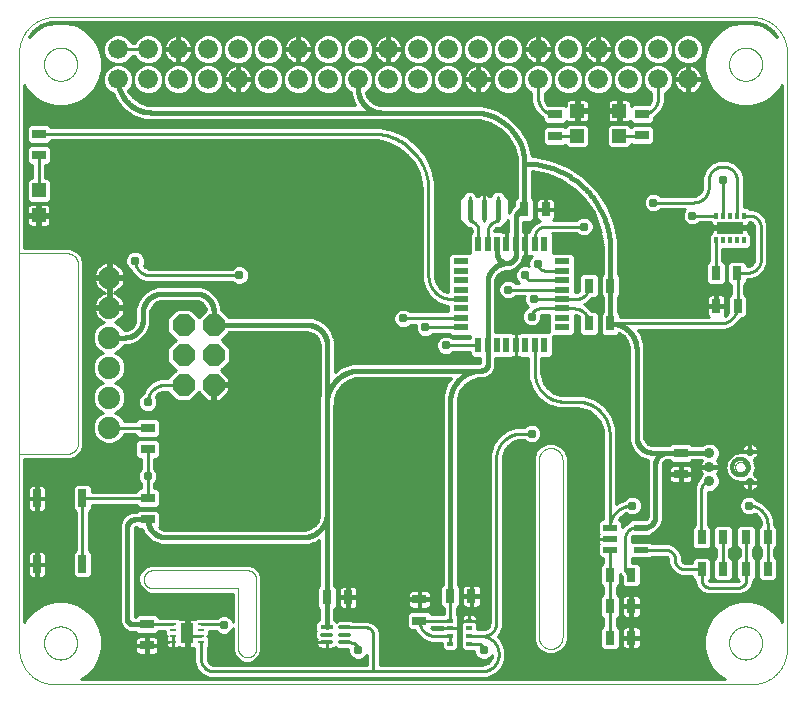
<source format=gtl>
G75*
%MOIN*%
%OFA0B0*%
%FSLAX25Y25*%
%IPPOS*%
%LPD*%
%AMOC8*
5,1,8,0,0,1.08239X$1,22.5*
%
%ADD10C,0.00000*%
%ADD11C,0.00100*%
%ADD12C,0.06600*%
%ADD13R,0.02200X0.05000*%
%ADD14R,0.05000X0.02200*%
%ADD15R,0.02165X0.00984*%
%ADD16R,0.03937X0.06693*%
%ADD17R,0.04134X0.01181*%
%ADD18C,0.01181*%
%ADD19R,0.04724X0.03150*%
%ADD20R,0.03150X0.04724*%
%ADD21C,0.01772*%
%ADD22C,0.01000*%
%ADD23R,0.04724X0.04724*%
%ADD24R,0.03000X0.06000*%
%ADD25C,0.02756*%
%ADD26C,0.03543*%
%ADD27R,0.04724X0.02165*%
%ADD28R,0.01378X0.02362*%
%ADD29R,0.09055X0.04331*%
%ADD30C,0.07400*%
%ADD31OC8,0.07400*%
%ADD32R,0.01969X0.01378*%
%ADD33C,0.03100*%
%ADD34C,0.01600*%
D10*
X0016811Y0005000D02*
X0249094Y0005000D01*
X0249379Y0005003D01*
X0249665Y0005014D01*
X0249950Y0005031D01*
X0250234Y0005055D01*
X0250518Y0005086D01*
X0250801Y0005124D01*
X0251082Y0005169D01*
X0251363Y0005220D01*
X0251643Y0005278D01*
X0251921Y0005343D01*
X0252197Y0005415D01*
X0252471Y0005493D01*
X0252744Y0005578D01*
X0253014Y0005670D01*
X0253282Y0005768D01*
X0253548Y0005872D01*
X0253811Y0005983D01*
X0254071Y0006100D01*
X0254329Y0006223D01*
X0254583Y0006353D01*
X0254834Y0006489D01*
X0255082Y0006630D01*
X0255326Y0006778D01*
X0255567Y0006931D01*
X0255803Y0007091D01*
X0256036Y0007256D01*
X0256265Y0007426D01*
X0256490Y0007602D01*
X0256710Y0007784D01*
X0256926Y0007970D01*
X0257137Y0008162D01*
X0257344Y0008359D01*
X0257546Y0008561D01*
X0257743Y0008768D01*
X0257935Y0008979D01*
X0258121Y0009195D01*
X0258303Y0009415D01*
X0258479Y0009640D01*
X0258649Y0009869D01*
X0258814Y0010102D01*
X0258974Y0010338D01*
X0259127Y0010579D01*
X0259275Y0010823D01*
X0259416Y0011071D01*
X0259552Y0011322D01*
X0259682Y0011576D01*
X0259805Y0011834D01*
X0259922Y0012094D01*
X0260033Y0012357D01*
X0260137Y0012623D01*
X0260235Y0012891D01*
X0260327Y0013161D01*
X0260412Y0013434D01*
X0260490Y0013708D01*
X0260562Y0013984D01*
X0260627Y0014262D01*
X0260685Y0014542D01*
X0260736Y0014823D01*
X0260781Y0015104D01*
X0260819Y0015387D01*
X0260850Y0015671D01*
X0260874Y0015955D01*
X0260891Y0016240D01*
X0260902Y0016526D01*
X0260905Y0016811D01*
X0260906Y0016811D02*
X0260906Y0215630D01*
X0260905Y0215630D02*
X0260902Y0215915D01*
X0260891Y0216201D01*
X0260874Y0216486D01*
X0260850Y0216770D01*
X0260819Y0217054D01*
X0260781Y0217337D01*
X0260736Y0217618D01*
X0260685Y0217899D01*
X0260627Y0218179D01*
X0260562Y0218457D01*
X0260490Y0218733D01*
X0260412Y0219007D01*
X0260327Y0219280D01*
X0260235Y0219550D01*
X0260137Y0219818D01*
X0260033Y0220084D01*
X0259922Y0220347D01*
X0259805Y0220607D01*
X0259682Y0220865D01*
X0259552Y0221119D01*
X0259416Y0221370D01*
X0259275Y0221618D01*
X0259127Y0221862D01*
X0258974Y0222103D01*
X0258814Y0222339D01*
X0258649Y0222572D01*
X0258479Y0222801D01*
X0258303Y0223026D01*
X0258121Y0223246D01*
X0257935Y0223462D01*
X0257743Y0223673D01*
X0257546Y0223880D01*
X0257344Y0224082D01*
X0257137Y0224279D01*
X0256926Y0224471D01*
X0256710Y0224657D01*
X0256490Y0224839D01*
X0256265Y0225015D01*
X0256036Y0225185D01*
X0255803Y0225350D01*
X0255567Y0225510D01*
X0255326Y0225663D01*
X0255082Y0225811D01*
X0254834Y0225952D01*
X0254583Y0226088D01*
X0254329Y0226218D01*
X0254071Y0226341D01*
X0253811Y0226458D01*
X0253548Y0226569D01*
X0253282Y0226673D01*
X0253014Y0226771D01*
X0252744Y0226863D01*
X0252471Y0226948D01*
X0252197Y0227026D01*
X0251921Y0227098D01*
X0251643Y0227163D01*
X0251363Y0227221D01*
X0251082Y0227272D01*
X0250801Y0227317D01*
X0250518Y0227355D01*
X0250234Y0227386D01*
X0249950Y0227410D01*
X0249665Y0227427D01*
X0249379Y0227438D01*
X0249094Y0227441D01*
X0016811Y0227441D01*
X0016526Y0227438D01*
X0016240Y0227427D01*
X0015955Y0227410D01*
X0015671Y0227386D01*
X0015387Y0227355D01*
X0015104Y0227317D01*
X0014823Y0227272D01*
X0014542Y0227221D01*
X0014262Y0227163D01*
X0013984Y0227098D01*
X0013708Y0227026D01*
X0013434Y0226948D01*
X0013161Y0226863D01*
X0012891Y0226771D01*
X0012623Y0226673D01*
X0012357Y0226569D01*
X0012094Y0226458D01*
X0011834Y0226341D01*
X0011576Y0226218D01*
X0011322Y0226088D01*
X0011071Y0225952D01*
X0010823Y0225811D01*
X0010579Y0225663D01*
X0010338Y0225510D01*
X0010102Y0225350D01*
X0009869Y0225185D01*
X0009640Y0225015D01*
X0009415Y0224839D01*
X0009195Y0224657D01*
X0008979Y0224471D01*
X0008768Y0224279D01*
X0008561Y0224082D01*
X0008359Y0223880D01*
X0008162Y0223673D01*
X0007970Y0223462D01*
X0007784Y0223246D01*
X0007602Y0223026D01*
X0007426Y0222801D01*
X0007256Y0222572D01*
X0007091Y0222339D01*
X0006931Y0222103D01*
X0006778Y0221862D01*
X0006630Y0221618D01*
X0006489Y0221370D01*
X0006353Y0221119D01*
X0006223Y0220865D01*
X0006100Y0220607D01*
X0005983Y0220347D01*
X0005872Y0220084D01*
X0005768Y0219818D01*
X0005670Y0219550D01*
X0005578Y0219280D01*
X0005493Y0219007D01*
X0005415Y0218733D01*
X0005343Y0218457D01*
X0005278Y0218179D01*
X0005220Y0217899D01*
X0005169Y0217618D01*
X0005124Y0217337D01*
X0005086Y0217054D01*
X0005055Y0216770D01*
X0005031Y0216486D01*
X0005014Y0216201D01*
X0005003Y0215915D01*
X0005000Y0215630D01*
X0005000Y0016811D01*
X0005003Y0016526D01*
X0005014Y0016240D01*
X0005031Y0015955D01*
X0005055Y0015671D01*
X0005086Y0015387D01*
X0005124Y0015104D01*
X0005169Y0014823D01*
X0005220Y0014542D01*
X0005278Y0014262D01*
X0005343Y0013984D01*
X0005415Y0013708D01*
X0005493Y0013434D01*
X0005578Y0013161D01*
X0005670Y0012891D01*
X0005768Y0012623D01*
X0005872Y0012357D01*
X0005983Y0012094D01*
X0006100Y0011834D01*
X0006223Y0011576D01*
X0006353Y0011322D01*
X0006489Y0011071D01*
X0006630Y0010823D01*
X0006778Y0010579D01*
X0006931Y0010338D01*
X0007091Y0010102D01*
X0007256Y0009869D01*
X0007426Y0009640D01*
X0007602Y0009415D01*
X0007784Y0009195D01*
X0007970Y0008979D01*
X0008162Y0008768D01*
X0008359Y0008561D01*
X0008561Y0008359D01*
X0008768Y0008162D01*
X0008979Y0007970D01*
X0009195Y0007784D01*
X0009415Y0007602D01*
X0009640Y0007426D01*
X0009869Y0007256D01*
X0010102Y0007091D01*
X0010338Y0006931D01*
X0010579Y0006778D01*
X0010823Y0006630D01*
X0011071Y0006489D01*
X0011322Y0006353D01*
X0011576Y0006223D01*
X0011834Y0006100D01*
X0012094Y0005983D01*
X0012357Y0005872D01*
X0012623Y0005768D01*
X0012891Y0005670D01*
X0013161Y0005578D01*
X0013434Y0005493D01*
X0013708Y0005415D01*
X0013984Y0005343D01*
X0014262Y0005278D01*
X0014542Y0005220D01*
X0014823Y0005169D01*
X0015104Y0005124D01*
X0015387Y0005086D01*
X0015671Y0005055D01*
X0015955Y0005031D01*
X0016240Y0005014D01*
X0016526Y0005003D01*
X0016811Y0005000D01*
X0013268Y0018780D02*
X0013270Y0018928D01*
X0013276Y0019076D01*
X0013286Y0019224D01*
X0013300Y0019371D01*
X0013318Y0019518D01*
X0013339Y0019664D01*
X0013365Y0019810D01*
X0013395Y0019955D01*
X0013428Y0020099D01*
X0013466Y0020242D01*
X0013507Y0020384D01*
X0013552Y0020525D01*
X0013600Y0020665D01*
X0013653Y0020804D01*
X0013709Y0020941D01*
X0013769Y0021076D01*
X0013832Y0021210D01*
X0013899Y0021342D01*
X0013970Y0021472D01*
X0014044Y0021600D01*
X0014121Y0021726D01*
X0014202Y0021850D01*
X0014286Y0021972D01*
X0014373Y0022091D01*
X0014464Y0022208D01*
X0014558Y0022323D01*
X0014654Y0022435D01*
X0014754Y0022545D01*
X0014856Y0022651D01*
X0014962Y0022755D01*
X0015070Y0022856D01*
X0015181Y0022954D01*
X0015294Y0023050D01*
X0015410Y0023142D01*
X0015528Y0023231D01*
X0015649Y0023316D01*
X0015772Y0023399D01*
X0015897Y0023478D01*
X0016024Y0023554D01*
X0016153Y0023626D01*
X0016284Y0023695D01*
X0016417Y0023760D01*
X0016552Y0023821D01*
X0016688Y0023879D01*
X0016825Y0023934D01*
X0016964Y0023984D01*
X0017105Y0024031D01*
X0017246Y0024074D01*
X0017389Y0024114D01*
X0017533Y0024149D01*
X0017677Y0024181D01*
X0017823Y0024208D01*
X0017969Y0024232D01*
X0018116Y0024252D01*
X0018263Y0024268D01*
X0018410Y0024280D01*
X0018558Y0024288D01*
X0018706Y0024292D01*
X0018854Y0024292D01*
X0019002Y0024288D01*
X0019150Y0024280D01*
X0019297Y0024268D01*
X0019444Y0024252D01*
X0019591Y0024232D01*
X0019737Y0024208D01*
X0019883Y0024181D01*
X0020027Y0024149D01*
X0020171Y0024114D01*
X0020314Y0024074D01*
X0020455Y0024031D01*
X0020596Y0023984D01*
X0020735Y0023934D01*
X0020872Y0023879D01*
X0021008Y0023821D01*
X0021143Y0023760D01*
X0021276Y0023695D01*
X0021407Y0023626D01*
X0021536Y0023554D01*
X0021663Y0023478D01*
X0021788Y0023399D01*
X0021911Y0023316D01*
X0022032Y0023231D01*
X0022150Y0023142D01*
X0022266Y0023050D01*
X0022379Y0022954D01*
X0022490Y0022856D01*
X0022598Y0022755D01*
X0022704Y0022651D01*
X0022806Y0022545D01*
X0022906Y0022435D01*
X0023002Y0022323D01*
X0023096Y0022208D01*
X0023187Y0022091D01*
X0023274Y0021972D01*
X0023358Y0021850D01*
X0023439Y0021726D01*
X0023516Y0021600D01*
X0023590Y0021472D01*
X0023661Y0021342D01*
X0023728Y0021210D01*
X0023791Y0021076D01*
X0023851Y0020941D01*
X0023907Y0020804D01*
X0023960Y0020665D01*
X0024008Y0020525D01*
X0024053Y0020384D01*
X0024094Y0020242D01*
X0024132Y0020099D01*
X0024165Y0019955D01*
X0024195Y0019810D01*
X0024221Y0019664D01*
X0024242Y0019518D01*
X0024260Y0019371D01*
X0024274Y0019224D01*
X0024284Y0019076D01*
X0024290Y0018928D01*
X0024292Y0018780D01*
X0024290Y0018632D01*
X0024284Y0018484D01*
X0024274Y0018336D01*
X0024260Y0018189D01*
X0024242Y0018042D01*
X0024221Y0017896D01*
X0024195Y0017750D01*
X0024165Y0017605D01*
X0024132Y0017461D01*
X0024094Y0017318D01*
X0024053Y0017176D01*
X0024008Y0017035D01*
X0023960Y0016895D01*
X0023907Y0016756D01*
X0023851Y0016619D01*
X0023791Y0016484D01*
X0023728Y0016350D01*
X0023661Y0016218D01*
X0023590Y0016088D01*
X0023516Y0015960D01*
X0023439Y0015834D01*
X0023358Y0015710D01*
X0023274Y0015588D01*
X0023187Y0015469D01*
X0023096Y0015352D01*
X0023002Y0015237D01*
X0022906Y0015125D01*
X0022806Y0015015D01*
X0022704Y0014909D01*
X0022598Y0014805D01*
X0022490Y0014704D01*
X0022379Y0014606D01*
X0022266Y0014510D01*
X0022150Y0014418D01*
X0022032Y0014329D01*
X0021911Y0014244D01*
X0021788Y0014161D01*
X0021663Y0014082D01*
X0021536Y0014006D01*
X0021407Y0013934D01*
X0021276Y0013865D01*
X0021143Y0013800D01*
X0021008Y0013739D01*
X0020872Y0013681D01*
X0020735Y0013626D01*
X0020596Y0013576D01*
X0020455Y0013529D01*
X0020314Y0013486D01*
X0020171Y0013446D01*
X0020027Y0013411D01*
X0019883Y0013379D01*
X0019737Y0013352D01*
X0019591Y0013328D01*
X0019444Y0013308D01*
X0019297Y0013292D01*
X0019150Y0013280D01*
X0019002Y0013272D01*
X0018854Y0013268D01*
X0018706Y0013268D01*
X0018558Y0013272D01*
X0018410Y0013280D01*
X0018263Y0013292D01*
X0018116Y0013308D01*
X0017969Y0013328D01*
X0017823Y0013352D01*
X0017677Y0013379D01*
X0017533Y0013411D01*
X0017389Y0013446D01*
X0017246Y0013486D01*
X0017105Y0013529D01*
X0016964Y0013576D01*
X0016825Y0013626D01*
X0016688Y0013681D01*
X0016552Y0013739D01*
X0016417Y0013800D01*
X0016284Y0013865D01*
X0016153Y0013934D01*
X0016024Y0014006D01*
X0015897Y0014082D01*
X0015772Y0014161D01*
X0015649Y0014244D01*
X0015528Y0014329D01*
X0015410Y0014418D01*
X0015294Y0014510D01*
X0015181Y0014606D01*
X0015070Y0014704D01*
X0014962Y0014805D01*
X0014856Y0014909D01*
X0014754Y0015015D01*
X0014654Y0015125D01*
X0014558Y0015237D01*
X0014464Y0015352D01*
X0014373Y0015469D01*
X0014286Y0015588D01*
X0014202Y0015710D01*
X0014121Y0015834D01*
X0014044Y0015960D01*
X0013970Y0016088D01*
X0013899Y0016218D01*
X0013832Y0016350D01*
X0013769Y0016484D01*
X0013709Y0016619D01*
X0013653Y0016756D01*
X0013600Y0016895D01*
X0013552Y0017035D01*
X0013507Y0017176D01*
X0013466Y0017318D01*
X0013428Y0017461D01*
X0013395Y0017605D01*
X0013365Y0017750D01*
X0013339Y0017896D01*
X0013318Y0018042D01*
X0013300Y0018189D01*
X0013286Y0018336D01*
X0013276Y0018484D01*
X0013270Y0018632D01*
X0013268Y0018780D01*
X0005000Y0053000D02*
X0005000Y0128000D01*
X0024685Y0144764D02*
X0024683Y0144888D01*
X0024677Y0145011D01*
X0024668Y0145135D01*
X0024654Y0145257D01*
X0024637Y0145380D01*
X0024615Y0145502D01*
X0024590Y0145623D01*
X0024561Y0145743D01*
X0024529Y0145862D01*
X0024492Y0145981D01*
X0024452Y0146098D01*
X0024409Y0146213D01*
X0024361Y0146328D01*
X0024310Y0146440D01*
X0024256Y0146551D01*
X0024198Y0146661D01*
X0024137Y0146768D01*
X0024072Y0146874D01*
X0024004Y0146977D01*
X0023933Y0147078D01*
X0023859Y0147177D01*
X0023782Y0147274D01*
X0023701Y0147368D01*
X0023618Y0147459D01*
X0023532Y0147548D01*
X0023443Y0147634D01*
X0023352Y0147717D01*
X0023258Y0147798D01*
X0023161Y0147875D01*
X0023062Y0147949D01*
X0022961Y0148020D01*
X0022858Y0148088D01*
X0022752Y0148153D01*
X0022645Y0148214D01*
X0022535Y0148272D01*
X0022424Y0148326D01*
X0022312Y0148377D01*
X0022197Y0148425D01*
X0022082Y0148468D01*
X0021965Y0148508D01*
X0021846Y0148545D01*
X0021727Y0148577D01*
X0021607Y0148606D01*
X0021486Y0148631D01*
X0021364Y0148653D01*
X0021241Y0148670D01*
X0021119Y0148684D01*
X0020995Y0148693D01*
X0020872Y0148699D01*
X0020748Y0148701D01*
X0005000Y0148701D01*
X0024685Y0144764D02*
X0024685Y0085709D01*
X0024683Y0085585D01*
X0024677Y0085462D01*
X0024668Y0085338D01*
X0024654Y0085216D01*
X0024637Y0085093D01*
X0024615Y0084971D01*
X0024590Y0084850D01*
X0024561Y0084730D01*
X0024529Y0084611D01*
X0024492Y0084492D01*
X0024452Y0084375D01*
X0024409Y0084260D01*
X0024361Y0084145D01*
X0024310Y0084033D01*
X0024256Y0083922D01*
X0024198Y0083812D01*
X0024137Y0083705D01*
X0024072Y0083599D01*
X0024004Y0083496D01*
X0023933Y0083395D01*
X0023859Y0083296D01*
X0023782Y0083199D01*
X0023701Y0083105D01*
X0023618Y0083014D01*
X0023532Y0082925D01*
X0023443Y0082839D01*
X0023352Y0082756D01*
X0023258Y0082675D01*
X0023161Y0082598D01*
X0023062Y0082524D01*
X0022961Y0082453D01*
X0022858Y0082385D01*
X0022752Y0082320D01*
X0022645Y0082259D01*
X0022535Y0082201D01*
X0022424Y0082147D01*
X0022312Y0082096D01*
X0022197Y0082048D01*
X0022082Y0082005D01*
X0021965Y0081965D01*
X0021846Y0081928D01*
X0021727Y0081896D01*
X0021607Y0081867D01*
X0021486Y0081842D01*
X0021364Y0081820D01*
X0021241Y0081803D01*
X0021119Y0081789D01*
X0020995Y0081780D01*
X0020872Y0081774D01*
X0020748Y0081772D01*
X0005394Y0081772D01*
X0005000Y0082000D02*
X0005000Y0082500D01*
X0013268Y0211693D02*
X0013270Y0211841D01*
X0013276Y0211989D01*
X0013286Y0212137D01*
X0013300Y0212284D01*
X0013318Y0212431D01*
X0013339Y0212577D01*
X0013365Y0212723D01*
X0013395Y0212868D01*
X0013428Y0213012D01*
X0013466Y0213155D01*
X0013507Y0213297D01*
X0013552Y0213438D01*
X0013600Y0213578D01*
X0013653Y0213717D01*
X0013709Y0213854D01*
X0013769Y0213989D01*
X0013832Y0214123D01*
X0013899Y0214255D01*
X0013970Y0214385D01*
X0014044Y0214513D01*
X0014121Y0214639D01*
X0014202Y0214763D01*
X0014286Y0214885D01*
X0014373Y0215004D01*
X0014464Y0215121D01*
X0014558Y0215236D01*
X0014654Y0215348D01*
X0014754Y0215458D01*
X0014856Y0215564D01*
X0014962Y0215668D01*
X0015070Y0215769D01*
X0015181Y0215867D01*
X0015294Y0215963D01*
X0015410Y0216055D01*
X0015528Y0216144D01*
X0015649Y0216229D01*
X0015772Y0216312D01*
X0015897Y0216391D01*
X0016024Y0216467D01*
X0016153Y0216539D01*
X0016284Y0216608D01*
X0016417Y0216673D01*
X0016552Y0216734D01*
X0016688Y0216792D01*
X0016825Y0216847D01*
X0016964Y0216897D01*
X0017105Y0216944D01*
X0017246Y0216987D01*
X0017389Y0217027D01*
X0017533Y0217062D01*
X0017677Y0217094D01*
X0017823Y0217121D01*
X0017969Y0217145D01*
X0018116Y0217165D01*
X0018263Y0217181D01*
X0018410Y0217193D01*
X0018558Y0217201D01*
X0018706Y0217205D01*
X0018854Y0217205D01*
X0019002Y0217201D01*
X0019150Y0217193D01*
X0019297Y0217181D01*
X0019444Y0217165D01*
X0019591Y0217145D01*
X0019737Y0217121D01*
X0019883Y0217094D01*
X0020027Y0217062D01*
X0020171Y0217027D01*
X0020314Y0216987D01*
X0020455Y0216944D01*
X0020596Y0216897D01*
X0020735Y0216847D01*
X0020872Y0216792D01*
X0021008Y0216734D01*
X0021143Y0216673D01*
X0021276Y0216608D01*
X0021407Y0216539D01*
X0021536Y0216467D01*
X0021663Y0216391D01*
X0021788Y0216312D01*
X0021911Y0216229D01*
X0022032Y0216144D01*
X0022150Y0216055D01*
X0022266Y0215963D01*
X0022379Y0215867D01*
X0022490Y0215769D01*
X0022598Y0215668D01*
X0022704Y0215564D01*
X0022806Y0215458D01*
X0022906Y0215348D01*
X0023002Y0215236D01*
X0023096Y0215121D01*
X0023187Y0215004D01*
X0023274Y0214885D01*
X0023358Y0214763D01*
X0023439Y0214639D01*
X0023516Y0214513D01*
X0023590Y0214385D01*
X0023661Y0214255D01*
X0023728Y0214123D01*
X0023791Y0213989D01*
X0023851Y0213854D01*
X0023907Y0213717D01*
X0023960Y0213578D01*
X0024008Y0213438D01*
X0024053Y0213297D01*
X0024094Y0213155D01*
X0024132Y0213012D01*
X0024165Y0212868D01*
X0024195Y0212723D01*
X0024221Y0212577D01*
X0024242Y0212431D01*
X0024260Y0212284D01*
X0024274Y0212137D01*
X0024284Y0211989D01*
X0024290Y0211841D01*
X0024292Y0211693D01*
X0024290Y0211545D01*
X0024284Y0211397D01*
X0024274Y0211249D01*
X0024260Y0211102D01*
X0024242Y0210955D01*
X0024221Y0210809D01*
X0024195Y0210663D01*
X0024165Y0210518D01*
X0024132Y0210374D01*
X0024094Y0210231D01*
X0024053Y0210089D01*
X0024008Y0209948D01*
X0023960Y0209808D01*
X0023907Y0209669D01*
X0023851Y0209532D01*
X0023791Y0209397D01*
X0023728Y0209263D01*
X0023661Y0209131D01*
X0023590Y0209001D01*
X0023516Y0208873D01*
X0023439Y0208747D01*
X0023358Y0208623D01*
X0023274Y0208501D01*
X0023187Y0208382D01*
X0023096Y0208265D01*
X0023002Y0208150D01*
X0022906Y0208038D01*
X0022806Y0207928D01*
X0022704Y0207822D01*
X0022598Y0207718D01*
X0022490Y0207617D01*
X0022379Y0207519D01*
X0022266Y0207423D01*
X0022150Y0207331D01*
X0022032Y0207242D01*
X0021911Y0207157D01*
X0021788Y0207074D01*
X0021663Y0206995D01*
X0021536Y0206919D01*
X0021407Y0206847D01*
X0021276Y0206778D01*
X0021143Y0206713D01*
X0021008Y0206652D01*
X0020872Y0206594D01*
X0020735Y0206539D01*
X0020596Y0206489D01*
X0020455Y0206442D01*
X0020314Y0206399D01*
X0020171Y0206359D01*
X0020027Y0206324D01*
X0019883Y0206292D01*
X0019737Y0206265D01*
X0019591Y0206241D01*
X0019444Y0206221D01*
X0019297Y0206205D01*
X0019150Y0206193D01*
X0019002Y0206185D01*
X0018854Y0206181D01*
X0018706Y0206181D01*
X0018558Y0206185D01*
X0018410Y0206193D01*
X0018263Y0206205D01*
X0018116Y0206221D01*
X0017969Y0206241D01*
X0017823Y0206265D01*
X0017677Y0206292D01*
X0017533Y0206324D01*
X0017389Y0206359D01*
X0017246Y0206399D01*
X0017105Y0206442D01*
X0016964Y0206489D01*
X0016825Y0206539D01*
X0016688Y0206594D01*
X0016552Y0206652D01*
X0016417Y0206713D01*
X0016284Y0206778D01*
X0016153Y0206847D01*
X0016024Y0206919D01*
X0015897Y0206995D01*
X0015772Y0207074D01*
X0015649Y0207157D01*
X0015528Y0207242D01*
X0015410Y0207331D01*
X0015294Y0207423D01*
X0015181Y0207519D01*
X0015070Y0207617D01*
X0014962Y0207718D01*
X0014856Y0207822D01*
X0014754Y0207928D01*
X0014654Y0208038D01*
X0014558Y0208150D01*
X0014464Y0208265D01*
X0014373Y0208382D01*
X0014286Y0208501D01*
X0014202Y0208623D01*
X0014121Y0208747D01*
X0014044Y0208873D01*
X0013970Y0209001D01*
X0013899Y0209131D01*
X0013832Y0209263D01*
X0013769Y0209397D01*
X0013709Y0209532D01*
X0013653Y0209669D01*
X0013600Y0209808D01*
X0013552Y0209948D01*
X0013507Y0210089D01*
X0013466Y0210231D01*
X0013428Y0210374D01*
X0013395Y0210518D01*
X0013365Y0210663D01*
X0013339Y0210809D01*
X0013318Y0210955D01*
X0013300Y0211102D01*
X0013286Y0211249D01*
X0013276Y0211397D01*
X0013270Y0211545D01*
X0013268Y0211693D01*
X0178228Y0079803D02*
X0178228Y0020748D01*
X0178230Y0020624D01*
X0178236Y0020501D01*
X0178245Y0020377D01*
X0178259Y0020255D01*
X0178276Y0020132D01*
X0178298Y0020010D01*
X0178323Y0019889D01*
X0178352Y0019769D01*
X0178384Y0019650D01*
X0178421Y0019531D01*
X0178461Y0019414D01*
X0178504Y0019299D01*
X0178552Y0019184D01*
X0178603Y0019072D01*
X0178657Y0018961D01*
X0178715Y0018851D01*
X0178776Y0018744D01*
X0178841Y0018638D01*
X0178909Y0018535D01*
X0178980Y0018434D01*
X0179054Y0018335D01*
X0179131Y0018238D01*
X0179212Y0018144D01*
X0179295Y0018053D01*
X0179381Y0017964D01*
X0179470Y0017878D01*
X0179561Y0017795D01*
X0179655Y0017714D01*
X0179752Y0017637D01*
X0179851Y0017563D01*
X0179952Y0017492D01*
X0180055Y0017424D01*
X0180161Y0017359D01*
X0180268Y0017298D01*
X0180378Y0017240D01*
X0180489Y0017186D01*
X0180601Y0017135D01*
X0180716Y0017087D01*
X0180831Y0017044D01*
X0180948Y0017004D01*
X0181067Y0016967D01*
X0181186Y0016935D01*
X0181306Y0016906D01*
X0181427Y0016881D01*
X0181549Y0016859D01*
X0181672Y0016842D01*
X0181794Y0016828D01*
X0181918Y0016819D01*
X0182041Y0016813D01*
X0182165Y0016811D01*
X0182289Y0016813D01*
X0182412Y0016819D01*
X0182536Y0016828D01*
X0182658Y0016842D01*
X0182781Y0016859D01*
X0182903Y0016881D01*
X0183024Y0016906D01*
X0183144Y0016935D01*
X0183263Y0016967D01*
X0183382Y0017004D01*
X0183499Y0017044D01*
X0183614Y0017087D01*
X0183729Y0017135D01*
X0183841Y0017186D01*
X0183952Y0017240D01*
X0184062Y0017298D01*
X0184169Y0017359D01*
X0184275Y0017424D01*
X0184378Y0017492D01*
X0184479Y0017563D01*
X0184578Y0017637D01*
X0184675Y0017714D01*
X0184769Y0017795D01*
X0184860Y0017878D01*
X0184949Y0017964D01*
X0185035Y0018053D01*
X0185118Y0018144D01*
X0185199Y0018238D01*
X0185276Y0018335D01*
X0185350Y0018434D01*
X0185421Y0018535D01*
X0185489Y0018638D01*
X0185554Y0018744D01*
X0185615Y0018851D01*
X0185673Y0018961D01*
X0185727Y0019072D01*
X0185778Y0019184D01*
X0185826Y0019299D01*
X0185869Y0019414D01*
X0185909Y0019531D01*
X0185946Y0019650D01*
X0185978Y0019769D01*
X0186007Y0019889D01*
X0186032Y0020010D01*
X0186054Y0020132D01*
X0186071Y0020255D01*
X0186085Y0020377D01*
X0186094Y0020501D01*
X0186100Y0020624D01*
X0186102Y0020748D01*
X0186102Y0079803D01*
X0186100Y0079927D01*
X0186094Y0080050D01*
X0186085Y0080174D01*
X0186071Y0080296D01*
X0186054Y0080419D01*
X0186032Y0080541D01*
X0186007Y0080662D01*
X0185978Y0080782D01*
X0185946Y0080901D01*
X0185909Y0081020D01*
X0185869Y0081137D01*
X0185826Y0081252D01*
X0185778Y0081367D01*
X0185727Y0081479D01*
X0185673Y0081590D01*
X0185615Y0081700D01*
X0185554Y0081807D01*
X0185489Y0081913D01*
X0185421Y0082016D01*
X0185350Y0082117D01*
X0185276Y0082216D01*
X0185199Y0082313D01*
X0185118Y0082407D01*
X0185035Y0082498D01*
X0184949Y0082587D01*
X0184860Y0082673D01*
X0184769Y0082756D01*
X0184675Y0082837D01*
X0184578Y0082914D01*
X0184479Y0082988D01*
X0184378Y0083059D01*
X0184275Y0083127D01*
X0184169Y0083192D01*
X0184062Y0083253D01*
X0183952Y0083311D01*
X0183841Y0083365D01*
X0183729Y0083416D01*
X0183614Y0083464D01*
X0183499Y0083507D01*
X0183382Y0083547D01*
X0183263Y0083584D01*
X0183144Y0083616D01*
X0183024Y0083645D01*
X0182903Y0083670D01*
X0182781Y0083692D01*
X0182658Y0083709D01*
X0182536Y0083723D01*
X0182412Y0083732D01*
X0182289Y0083738D01*
X0182165Y0083740D01*
X0182041Y0083738D01*
X0181918Y0083732D01*
X0181794Y0083723D01*
X0181672Y0083709D01*
X0181549Y0083692D01*
X0181427Y0083670D01*
X0181306Y0083645D01*
X0181186Y0083616D01*
X0181067Y0083584D01*
X0180948Y0083547D01*
X0180831Y0083507D01*
X0180716Y0083464D01*
X0180601Y0083416D01*
X0180489Y0083365D01*
X0180378Y0083311D01*
X0180268Y0083253D01*
X0180161Y0083192D01*
X0180055Y0083127D01*
X0179952Y0083059D01*
X0179851Y0082988D01*
X0179752Y0082914D01*
X0179655Y0082837D01*
X0179561Y0082756D01*
X0179470Y0082673D01*
X0179381Y0082587D01*
X0179295Y0082498D01*
X0179212Y0082407D01*
X0179131Y0082313D01*
X0179054Y0082216D01*
X0178980Y0082117D01*
X0178909Y0082016D01*
X0178841Y0081913D01*
X0178776Y0081807D01*
X0178715Y0081700D01*
X0178657Y0081590D01*
X0178603Y0081479D01*
X0178552Y0081367D01*
X0178504Y0081252D01*
X0178461Y0081137D01*
X0178421Y0081020D01*
X0178384Y0080901D01*
X0178352Y0080782D01*
X0178323Y0080662D01*
X0178298Y0080541D01*
X0178276Y0080419D01*
X0178259Y0080296D01*
X0178245Y0080174D01*
X0178236Y0080050D01*
X0178230Y0079927D01*
X0178228Y0079803D01*
X0243628Y0077400D02*
X0243630Y0077484D01*
X0243636Y0077567D01*
X0243646Y0077650D01*
X0243660Y0077733D01*
X0243677Y0077815D01*
X0243699Y0077896D01*
X0243724Y0077975D01*
X0243753Y0078054D01*
X0243786Y0078131D01*
X0243822Y0078206D01*
X0243862Y0078280D01*
X0243905Y0078352D01*
X0243952Y0078421D01*
X0244002Y0078488D01*
X0244055Y0078553D01*
X0244111Y0078615D01*
X0244169Y0078675D01*
X0244231Y0078732D01*
X0244295Y0078785D01*
X0244362Y0078836D01*
X0244431Y0078883D01*
X0244502Y0078928D01*
X0244575Y0078968D01*
X0244650Y0079005D01*
X0244727Y0079039D01*
X0244805Y0079069D01*
X0244884Y0079095D01*
X0244965Y0079118D01*
X0245047Y0079136D01*
X0245129Y0079151D01*
X0245212Y0079162D01*
X0245295Y0079169D01*
X0245379Y0079172D01*
X0245463Y0079171D01*
X0245546Y0079166D01*
X0245630Y0079157D01*
X0245712Y0079144D01*
X0245794Y0079128D01*
X0245875Y0079107D01*
X0245956Y0079083D01*
X0246034Y0079055D01*
X0246112Y0079023D01*
X0246188Y0078987D01*
X0246262Y0078948D01*
X0246334Y0078906D01*
X0246404Y0078860D01*
X0246472Y0078811D01*
X0246537Y0078759D01*
X0246600Y0078704D01*
X0246660Y0078646D01*
X0246718Y0078585D01*
X0246772Y0078521D01*
X0246824Y0078455D01*
X0246872Y0078387D01*
X0246917Y0078316D01*
X0246958Y0078243D01*
X0246997Y0078169D01*
X0247031Y0078093D01*
X0247062Y0078015D01*
X0247089Y0077936D01*
X0247113Y0077855D01*
X0247132Y0077774D01*
X0247148Y0077692D01*
X0247160Y0077609D01*
X0247168Y0077525D01*
X0247172Y0077442D01*
X0247172Y0077358D01*
X0247168Y0077275D01*
X0247160Y0077191D01*
X0247148Y0077108D01*
X0247132Y0077026D01*
X0247113Y0076945D01*
X0247089Y0076864D01*
X0247062Y0076785D01*
X0247031Y0076707D01*
X0246997Y0076631D01*
X0246958Y0076557D01*
X0246917Y0076484D01*
X0246872Y0076413D01*
X0246824Y0076345D01*
X0246772Y0076279D01*
X0246718Y0076215D01*
X0246660Y0076154D01*
X0246600Y0076096D01*
X0246537Y0076041D01*
X0246472Y0075989D01*
X0246404Y0075940D01*
X0246334Y0075894D01*
X0246262Y0075852D01*
X0246188Y0075813D01*
X0246112Y0075777D01*
X0246034Y0075745D01*
X0245956Y0075717D01*
X0245875Y0075693D01*
X0245794Y0075672D01*
X0245712Y0075656D01*
X0245630Y0075643D01*
X0245546Y0075634D01*
X0245463Y0075629D01*
X0245379Y0075628D01*
X0245295Y0075631D01*
X0245212Y0075638D01*
X0245129Y0075649D01*
X0245047Y0075664D01*
X0244965Y0075682D01*
X0244884Y0075705D01*
X0244805Y0075731D01*
X0244727Y0075761D01*
X0244650Y0075795D01*
X0244575Y0075832D01*
X0244502Y0075872D01*
X0244431Y0075917D01*
X0244362Y0075964D01*
X0244295Y0076015D01*
X0244231Y0076068D01*
X0244169Y0076125D01*
X0244111Y0076185D01*
X0244055Y0076247D01*
X0244002Y0076312D01*
X0243952Y0076379D01*
X0243905Y0076448D01*
X0243862Y0076520D01*
X0243822Y0076594D01*
X0243786Y0076669D01*
X0243753Y0076746D01*
X0243724Y0076825D01*
X0243699Y0076904D01*
X0243677Y0076985D01*
X0243660Y0077067D01*
X0243646Y0077150D01*
X0243636Y0077233D01*
X0243630Y0077316D01*
X0243628Y0077400D01*
X0241614Y0018780D02*
X0241616Y0018928D01*
X0241622Y0019076D01*
X0241632Y0019224D01*
X0241646Y0019371D01*
X0241664Y0019518D01*
X0241685Y0019664D01*
X0241711Y0019810D01*
X0241741Y0019955D01*
X0241774Y0020099D01*
X0241812Y0020242D01*
X0241853Y0020384D01*
X0241898Y0020525D01*
X0241946Y0020665D01*
X0241999Y0020804D01*
X0242055Y0020941D01*
X0242115Y0021076D01*
X0242178Y0021210D01*
X0242245Y0021342D01*
X0242316Y0021472D01*
X0242390Y0021600D01*
X0242467Y0021726D01*
X0242548Y0021850D01*
X0242632Y0021972D01*
X0242719Y0022091D01*
X0242810Y0022208D01*
X0242904Y0022323D01*
X0243000Y0022435D01*
X0243100Y0022545D01*
X0243202Y0022651D01*
X0243308Y0022755D01*
X0243416Y0022856D01*
X0243527Y0022954D01*
X0243640Y0023050D01*
X0243756Y0023142D01*
X0243874Y0023231D01*
X0243995Y0023316D01*
X0244118Y0023399D01*
X0244243Y0023478D01*
X0244370Y0023554D01*
X0244499Y0023626D01*
X0244630Y0023695D01*
X0244763Y0023760D01*
X0244898Y0023821D01*
X0245034Y0023879D01*
X0245171Y0023934D01*
X0245310Y0023984D01*
X0245451Y0024031D01*
X0245592Y0024074D01*
X0245735Y0024114D01*
X0245879Y0024149D01*
X0246023Y0024181D01*
X0246169Y0024208D01*
X0246315Y0024232D01*
X0246462Y0024252D01*
X0246609Y0024268D01*
X0246756Y0024280D01*
X0246904Y0024288D01*
X0247052Y0024292D01*
X0247200Y0024292D01*
X0247348Y0024288D01*
X0247496Y0024280D01*
X0247643Y0024268D01*
X0247790Y0024252D01*
X0247937Y0024232D01*
X0248083Y0024208D01*
X0248229Y0024181D01*
X0248373Y0024149D01*
X0248517Y0024114D01*
X0248660Y0024074D01*
X0248801Y0024031D01*
X0248942Y0023984D01*
X0249081Y0023934D01*
X0249218Y0023879D01*
X0249354Y0023821D01*
X0249489Y0023760D01*
X0249622Y0023695D01*
X0249753Y0023626D01*
X0249882Y0023554D01*
X0250009Y0023478D01*
X0250134Y0023399D01*
X0250257Y0023316D01*
X0250378Y0023231D01*
X0250496Y0023142D01*
X0250612Y0023050D01*
X0250725Y0022954D01*
X0250836Y0022856D01*
X0250944Y0022755D01*
X0251050Y0022651D01*
X0251152Y0022545D01*
X0251252Y0022435D01*
X0251348Y0022323D01*
X0251442Y0022208D01*
X0251533Y0022091D01*
X0251620Y0021972D01*
X0251704Y0021850D01*
X0251785Y0021726D01*
X0251862Y0021600D01*
X0251936Y0021472D01*
X0252007Y0021342D01*
X0252074Y0021210D01*
X0252137Y0021076D01*
X0252197Y0020941D01*
X0252253Y0020804D01*
X0252306Y0020665D01*
X0252354Y0020525D01*
X0252399Y0020384D01*
X0252440Y0020242D01*
X0252478Y0020099D01*
X0252511Y0019955D01*
X0252541Y0019810D01*
X0252567Y0019664D01*
X0252588Y0019518D01*
X0252606Y0019371D01*
X0252620Y0019224D01*
X0252630Y0019076D01*
X0252636Y0018928D01*
X0252638Y0018780D01*
X0252636Y0018632D01*
X0252630Y0018484D01*
X0252620Y0018336D01*
X0252606Y0018189D01*
X0252588Y0018042D01*
X0252567Y0017896D01*
X0252541Y0017750D01*
X0252511Y0017605D01*
X0252478Y0017461D01*
X0252440Y0017318D01*
X0252399Y0017176D01*
X0252354Y0017035D01*
X0252306Y0016895D01*
X0252253Y0016756D01*
X0252197Y0016619D01*
X0252137Y0016484D01*
X0252074Y0016350D01*
X0252007Y0016218D01*
X0251936Y0016088D01*
X0251862Y0015960D01*
X0251785Y0015834D01*
X0251704Y0015710D01*
X0251620Y0015588D01*
X0251533Y0015469D01*
X0251442Y0015352D01*
X0251348Y0015237D01*
X0251252Y0015125D01*
X0251152Y0015015D01*
X0251050Y0014909D01*
X0250944Y0014805D01*
X0250836Y0014704D01*
X0250725Y0014606D01*
X0250612Y0014510D01*
X0250496Y0014418D01*
X0250378Y0014329D01*
X0250257Y0014244D01*
X0250134Y0014161D01*
X0250009Y0014082D01*
X0249882Y0014006D01*
X0249753Y0013934D01*
X0249622Y0013865D01*
X0249489Y0013800D01*
X0249354Y0013739D01*
X0249218Y0013681D01*
X0249081Y0013626D01*
X0248942Y0013576D01*
X0248801Y0013529D01*
X0248660Y0013486D01*
X0248517Y0013446D01*
X0248373Y0013411D01*
X0248229Y0013379D01*
X0248083Y0013352D01*
X0247937Y0013328D01*
X0247790Y0013308D01*
X0247643Y0013292D01*
X0247496Y0013280D01*
X0247348Y0013272D01*
X0247200Y0013268D01*
X0247052Y0013268D01*
X0246904Y0013272D01*
X0246756Y0013280D01*
X0246609Y0013292D01*
X0246462Y0013308D01*
X0246315Y0013328D01*
X0246169Y0013352D01*
X0246023Y0013379D01*
X0245879Y0013411D01*
X0245735Y0013446D01*
X0245592Y0013486D01*
X0245451Y0013529D01*
X0245310Y0013576D01*
X0245171Y0013626D01*
X0245034Y0013681D01*
X0244898Y0013739D01*
X0244763Y0013800D01*
X0244630Y0013865D01*
X0244499Y0013934D01*
X0244370Y0014006D01*
X0244243Y0014082D01*
X0244118Y0014161D01*
X0243995Y0014244D01*
X0243874Y0014329D01*
X0243756Y0014418D01*
X0243640Y0014510D01*
X0243527Y0014606D01*
X0243416Y0014704D01*
X0243308Y0014805D01*
X0243202Y0014909D01*
X0243100Y0015015D01*
X0243000Y0015125D01*
X0242904Y0015237D01*
X0242810Y0015352D01*
X0242719Y0015469D01*
X0242632Y0015588D01*
X0242548Y0015710D01*
X0242467Y0015834D01*
X0242390Y0015960D01*
X0242316Y0016088D01*
X0242245Y0016218D01*
X0242178Y0016350D01*
X0242115Y0016484D01*
X0242055Y0016619D01*
X0241999Y0016756D01*
X0241946Y0016895D01*
X0241898Y0017035D01*
X0241853Y0017176D01*
X0241812Y0017318D01*
X0241774Y0017461D01*
X0241741Y0017605D01*
X0241711Y0017750D01*
X0241685Y0017896D01*
X0241664Y0018042D01*
X0241646Y0018189D01*
X0241632Y0018336D01*
X0241622Y0018484D01*
X0241616Y0018632D01*
X0241614Y0018780D01*
X0241614Y0211693D02*
X0241616Y0211841D01*
X0241622Y0211989D01*
X0241632Y0212137D01*
X0241646Y0212284D01*
X0241664Y0212431D01*
X0241685Y0212577D01*
X0241711Y0212723D01*
X0241741Y0212868D01*
X0241774Y0213012D01*
X0241812Y0213155D01*
X0241853Y0213297D01*
X0241898Y0213438D01*
X0241946Y0213578D01*
X0241999Y0213717D01*
X0242055Y0213854D01*
X0242115Y0213989D01*
X0242178Y0214123D01*
X0242245Y0214255D01*
X0242316Y0214385D01*
X0242390Y0214513D01*
X0242467Y0214639D01*
X0242548Y0214763D01*
X0242632Y0214885D01*
X0242719Y0215004D01*
X0242810Y0215121D01*
X0242904Y0215236D01*
X0243000Y0215348D01*
X0243100Y0215458D01*
X0243202Y0215564D01*
X0243308Y0215668D01*
X0243416Y0215769D01*
X0243527Y0215867D01*
X0243640Y0215963D01*
X0243756Y0216055D01*
X0243874Y0216144D01*
X0243995Y0216229D01*
X0244118Y0216312D01*
X0244243Y0216391D01*
X0244370Y0216467D01*
X0244499Y0216539D01*
X0244630Y0216608D01*
X0244763Y0216673D01*
X0244898Y0216734D01*
X0245034Y0216792D01*
X0245171Y0216847D01*
X0245310Y0216897D01*
X0245451Y0216944D01*
X0245592Y0216987D01*
X0245735Y0217027D01*
X0245879Y0217062D01*
X0246023Y0217094D01*
X0246169Y0217121D01*
X0246315Y0217145D01*
X0246462Y0217165D01*
X0246609Y0217181D01*
X0246756Y0217193D01*
X0246904Y0217201D01*
X0247052Y0217205D01*
X0247200Y0217205D01*
X0247348Y0217201D01*
X0247496Y0217193D01*
X0247643Y0217181D01*
X0247790Y0217165D01*
X0247937Y0217145D01*
X0248083Y0217121D01*
X0248229Y0217094D01*
X0248373Y0217062D01*
X0248517Y0217027D01*
X0248660Y0216987D01*
X0248801Y0216944D01*
X0248942Y0216897D01*
X0249081Y0216847D01*
X0249218Y0216792D01*
X0249354Y0216734D01*
X0249489Y0216673D01*
X0249622Y0216608D01*
X0249753Y0216539D01*
X0249882Y0216467D01*
X0250009Y0216391D01*
X0250134Y0216312D01*
X0250257Y0216229D01*
X0250378Y0216144D01*
X0250496Y0216055D01*
X0250612Y0215963D01*
X0250725Y0215867D01*
X0250836Y0215769D01*
X0250944Y0215668D01*
X0251050Y0215564D01*
X0251152Y0215458D01*
X0251252Y0215348D01*
X0251348Y0215236D01*
X0251442Y0215121D01*
X0251533Y0215004D01*
X0251620Y0214885D01*
X0251704Y0214763D01*
X0251785Y0214639D01*
X0251862Y0214513D01*
X0251936Y0214385D01*
X0252007Y0214255D01*
X0252074Y0214123D01*
X0252137Y0213989D01*
X0252197Y0213854D01*
X0252253Y0213717D01*
X0252306Y0213578D01*
X0252354Y0213438D01*
X0252399Y0213297D01*
X0252440Y0213155D01*
X0252478Y0213012D01*
X0252511Y0212868D01*
X0252541Y0212723D01*
X0252567Y0212577D01*
X0252588Y0212431D01*
X0252606Y0212284D01*
X0252620Y0212137D01*
X0252630Y0211989D01*
X0252636Y0211841D01*
X0252638Y0211693D01*
X0252636Y0211545D01*
X0252630Y0211397D01*
X0252620Y0211249D01*
X0252606Y0211102D01*
X0252588Y0210955D01*
X0252567Y0210809D01*
X0252541Y0210663D01*
X0252511Y0210518D01*
X0252478Y0210374D01*
X0252440Y0210231D01*
X0252399Y0210089D01*
X0252354Y0209948D01*
X0252306Y0209808D01*
X0252253Y0209669D01*
X0252197Y0209532D01*
X0252137Y0209397D01*
X0252074Y0209263D01*
X0252007Y0209131D01*
X0251936Y0209001D01*
X0251862Y0208873D01*
X0251785Y0208747D01*
X0251704Y0208623D01*
X0251620Y0208501D01*
X0251533Y0208382D01*
X0251442Y0208265D01*
X0251348Y0208150D01*
X0251252Y0208038D01*
X0251152Y0207928D01*
X0251050Y0207822D01*
X0250944Y0207718D01*
X0250836Y0207617D01*
X0250725Y0207519D01*
X0250612Y0207423D01*
X0250496Y0207331D01*
X0250378Y0207242D01*
X0250257Y0207157D01*
X0250134Y0207074D01*
X0250009Y0206995D01*
X0249882Y0206919D01*
X0249753Y0206847D01*
X0249622Y0206778D01*
X0249489Y0206713D01*
X0249354Y0206652D01*
X0249218Y0206594D01*
X0249081Y0206539D01*
X0248942Y0206489D01*
X0248801Y0206442D01*
X0248660Y0206399D01*
X0248517Y0206359D01*
X0248373Y0206324D01*
X0248229Y0206292D01*
X0248083Y0206265D01*
X0247937Y0206241D01*
X0247790Y0206221D01*
X0247643Y0206205D01*
X0247496Y0206193D01*
X0247348Y0206185D01*
X0247200Y0206181D01*
X0247052Y0206181D01*
X0246904Y0206185D01*
X0246756Y0206193D01*
X0246609Y0206205D01*
X0246462Y0206221D01*
X0246315Y0206241D01*
X0246169Y0206265D01*
X0246023Y0206292D01*
X0245879Y0206324D01*
X0245735Y0206359D01*
X0245592Y0206399D01*
X0245451Y0206442D01*
X0245310Y0206489D01*
X0245171Y0206539D01*
X0245034Y0206594D01*
X0244898Y0206652D01*
X0244763Y0206713D01*
X0244630Y0206778D01*
X0244499Y0206847D01*
X0244370Y0206919D01*
X0244243Y0206995D01*
X0244118Y0207074D01*
X0243995Y0207157D01*
X0243874Y0207242D01*
X0243756Y0207331D01*
X0243640Y0207423D01*
X0243527Y0207519D01*
X0243416Y0207617D01*
X0243308Y0207718D01*
X0243202Y0207822D01*
X0243100Y0207928D01*
X0243000Y0208038D01*
X0242904Y0208150D01*
X0242810Y0208265D01*
X0242719Y0208382D01*
X0242632Y0208501D01*
X0242548Y0208623D01*
X0242467Y0208747D01*
X0242390Y0208873D01*
X0242316Y0209001D01*
X0242245Y0209131D01*
X0242178Y0209263D01*
X0242115Y0209397D01*
X0242055Y0209532D01*
X0241999Y0209669D01*
X0241946Y0209808D01*
X0241898Y0209948D01*
X0241853Y0210089D01*
X0241812Y0210231D01*
X0241774Y0210374D01*
X0241741Y0210518D01*
X0241711Y0210663D01*
X0241685Y0210809D01*
X0241664Y0210955D01*
X0241646Y0211102D01*
X0241632Y0211249D01*
X0241622Y0211397D01*
X0241616Y0211545D01*
X0241614Y0211693D01*
D11*
X0081000Y0043000D02*
X0049500Y0043000D01*
X0046500Y0040000D02*
X0046502Y0039893D01*
X0046508Y0039786D01*
X0046517Y0039679D01*
X0046531Y0039573D01*
X0046548Y0039467D01*
X0046569Y0039362D01*
X0046593Y0039258D01*
X0046622Y0039155D01*
X0046654Y0039053D01*
X0046689Y0038952D01*
X0046728Y0038852D01*
X0046771Y0038754D01*
X0046817Y0038657D01*
X0046867Y0038562D01*
X0046920Y0038469D01*
X0046976Y0038378D01*
X0047036Y0038289D01*
X0047098Y0038202D01*
X0047164Y0038118D01*
X0047233Y0038035D01*
X0047304Y0037956D01*
X0047379Y0037879D01*
X0047456Y0037804D01*
X0047535Y0037733D01*
X0047618Y0037664D01*
X0047702Y0037598D01*
X0047789Y0037536D01*
X0047878Y0037476D01*
X0047969Y0037420D01*
X0048062Y0037367D01*
X0048157Y0037317D01*
X0048254Y0037271D01*
X0048352Y0037228D01*
X0048452Y0037189D01*
X0048553Y0037154D01*
X0048655Y0037122D01*
X0048758Y0037093D01*
X0048862Y0037069D01*
X0048967Y0037048D01*
X0049073Y0037031D01*
X0049179Y0037017D01*
X0049286Y0037008D01*
X0049393Y0037002D01*
X0049500Y0037000D01*
X0078000Y0037000D01*
X0078000Y0017000D01*
X0078002Y0016893D01*
X0078008Y0016786D01*
X0078017Y0016679D01*
X0078031Y0016573D01*
X0078048Y0016467D01*
X0078069Y0016362D01*
X0078093Y0016258D01*
X0078122Y0016155D01*
X0078154Y0016053D01*
X0078189Y0015952D01*
X0078228Y0015852D01*
X0078271Y0015754D01*
X0078317Y0015657D01*
X0078367Y0015562D01*
X0078420Y0015469D01*
X0078476Y0015378D01*
X0078536Y0015289D01*
X0078598Y0015202D01*
X0078664Y0015118D01*
X0078733Y0015035D01*
X0078804Y0014956D01*
X0078879Y0014879D01*
X0078956Y0014804D01*
X0079035Y0014733D01*
X0079118Y0014664D01*
X0079202Y0014598D01*
X0079289Y0014536D01*
X0079378Y0014476D01*
X0079469Y0014420D01*
X0079562Y0014367D01*
X0079657Y0014317D01*
X0079754Y0014271D01*
X0079852Y0014228D01*
X0079952Y0014189D01*
X0080053Y0014154D01*
X0080155Y0014122D01*
X0080258Y0014093D01*
X0080362Y0014069D01*
X0080467Y0014048D01*
X0080573Y0014031D01*
X0080679Y0014017D01*
X0080786Y0014008D01*
X0080893Y0014002D01*
X0081000Y0014000D01*
X0081107Y0014002D01*
X0081214Y0014008D01*
X0081321Y0014017D01*
X0081427Y0014031D01*
X0081533Y0014048D01*
X0081638Y0014069D01*
X0081742Y0014093D01*
X0081845Y0014122D01*
X0081947Y0014154D01*
X0082048Y0014189D01*
X0082148Y0014228D01*
X0082246Y0014271D01*
X0082343Y0014317D01*
X0082438Y0014367D01*
X0082531Y0014420D01*
X0082622Y0014476D01*
X0082711Y0014536D01*
X0082798Y0014598D01*
X0082882Y0014664D01*
X0082965Y0014733D01*
X0083044Y0014804D01*
X0083121Y0014879D01*
X0083196Y0014956D01*
X0083267Y0015035D01*
X0083336Y0015118D01*
X0083402Y0015202D01*
X0083464Y0015289D01*
X0083524Y0015378D01*
X0083580Y0015469D01*
X0083633Y0015562D01*
X0083683Y0015657D01*
X0083729Y0015754D01*
X0083772Y0015852D01*
X0083811Y0015952D01*
X0083846Y0016053D01*
X0083878Y0016155D01*
X0083907Y0016258D01*
X0083931Y0016362D01*
X0083952Y0016467D01*
X0083969Y0016573D01*
X0083983Y0016679D01*
X0083992Y0016786D01*
X0083998Y0016893D01*
X0084000Y0017000D01*
X0084000Y0040000D01*
X0083998Y0040107D01*
X0083992Y0040214D01*
X0083983Y0040321D01*
X0083969Y0040427D01*
X0083952Y0040533D01*
X0083931Y0040638D01*
X0083907Y0040742D01*
X0083878Y0040845D01*
X0083846Y0040947D01*
X0083811Y0041048D01*
X0083772Y0041148D01*
X0083729Y0041246D01*
X0083683Y0041343D01*
X0083633Y0041438D01*
X0083580Y0041531D01*
X0083524Y0041622D01*
X0083464Y0041711D01*
X0083402Y0041798D01*
X0083336Y0041882D01*
X0083267Y0041965D01*
X0083196Y0042044D01*
X0083121Y0042121D01*
X0083044Y0042196D01*
X0082965Y0042267D01*
X0082882Y0042336D01*
X0082798Y0042402D01*
X0082711Y0042464D01*
X0082622Y0042524D01*
X0082531Y0042580D01*
X0082438Y0042633D01*
X0082343Y0042683D01*
X0082246Y0042729D01*
X0082148Y0042772D01*
X0082048Y0042811D01*
X0081947Y0042846D01*
X0081845Y0042878D01*
X0081742Y0042907D01*
X0081638Y0042931D01*
X0081533Y0042952D01*
X0081427Y0042969D01*
X0081321Y0042983D01*
X0081214Y0042992D01*
X0081107Y0042998D01*
X0081000Y0043000D01*
X0081107Y0042998D01*
X0081214Y0042992D01*
X0081321Y0042983D01*
X0081427Y0042969D01*
X0081533Y0042952D01*
X0081638Y0042931D01*
X0081742Y0042907D01*
X0081845Y0042878D01*
X0081947Y0042846D01*
X0082048Y0042811D01*
X0082148Y0042772D01*
X0082246Y0042729D01*
X0082343Y0042683D01*
X0082438Y0042633D01*
X0082531Y0042580D01*
X0082622Y0042524D01*
X0082711Y0042464D01*
X0082798Y0042402D01*
X0082882Y0042336D01*
X0082965Y0042267D01*
X0083044Y0042196D01*
X0083121Y0042121D01*
X0083196Y0042044D01*
X0083267Y0041965D01*
X0083336Y0041882D01*
X0083402Y0041798D01*
X0083464Y0041711D01*
X0083524Y0041622D01*
X0083580Y0041531D01*
X0083633Y0041438D01*
X0083683Y0041343D01*
X0083729Y0041246D01*
X0083772Y0041148D01*
X0083811Y0041048D01*
X0083846Y0040947D01*
X0083878Y0040845D01*
X0083907Y0040742D01*
X0083931Y0040638D01*
X0083952Y0040533D01*
X0083969Y0040427D01*
X0083983Y0040321D01*
X0083992Y0040214D01*
X0083998Y0040107D01*
X0084000Y0040000D01*
X0049500Y0043000D02*
X0049393Y0042998D01*
X0049286Y0042992D01*
X0049179Y0042983D01*
X0049073Y0042969D01*
X0048967Y0042952D01*
X0048862Y0042931D01*
X0048758Y0042907D01*
X0048655Y0042878D01*
X0048553Y0042846D01*
X0048452Y0042811D01*
X0048352Y0042772D01*
X0048254Y0042729D01*
X0048157Y0042683D01*
X0048062Y0042633D01*
X0047969Y0042580D01*
X0047878Y0042524D01*
X0047789Y0042464D01*
X0047702Y0042402D01*
X0047618Y0042336D01*
X0047535Y0042267D01*
X0047456Y0042196D01*
X0047379Y0042121D01*
X0047304Y0042044D01*
X0047233Y0041965D01*
X0047164Y0041882D01*
X0047098Y0041798D01*
X0047036Y0041711D01*
X0046976Y0041622D01*
X0046920Y0041531D01*
X0046867Y0041438D01*
X0046817Y0041343D01*
X0046771Y0041246D01*
X0046728Y0041148D01*
X0046689Y0041048D01*
X0046654Y0040947D01*
X0046622Y0040845D01*
X0046593Y0040742D01*
X0046569Y0040638D01*
X0046548Y0040533D01*
X0046531Y0040427D01*
X0046517Y0040321D01*
X0046508Y0040214D01*
X0046502Y0040107D01*
X0046500Y0040000D01*
D12*
X0047953Y0206693D03*
X0057953Y0206693D03*
X0067953Y0206693D03*
X0077953Y0206693D03*
X0087953Y0206693D03*
X0097953Y0206693D03*
X0107953Y0206693D03*
X0117953Y0206693D03*
X0127953Y0206693D03*
X0137953Y0206693D03*
X0147953Y0206693D03*
X0157953Y0206693D03*
X0167953Y0206693D03*
X0177953Y0206693D03*
X0187953Y0206693D03*
X0197953Y0206693D03*
X0207953Y0206693D03*
X0217953Y0206693D03*
X0227953Y0206693D03*
X0227953Y0216693D03*
X0217953Y0216693D03*
X0207953Y0216693D03*
X0197953Y0216693D03*
X0187953Y0216693D03*
X0177953Y0216693D03*
X0167953Y0216693D03*
X0157953Y0216693D03*
X0147953Y0216693D03*
X0137953Y0216693D03*
X0127953Y0216693D03*
X0117953Y0216693D03*
X0107953Y0216693D03*
X0097953Y0216693D03*
X0087953Y0216693D03*
X0077953Y0216693D03*
X0067953Y0216693D03*
X0057953Y0216693D03*
X0047953Y0216693D03*
X0037953Y0216693D03*
X0037953Y0206693D03*
D13*
X0157976Y0151900D03*
X0161126Y0151900D03*
X0164276Y0151900D03*
X0167425Y0151900D03*
X0170575Y0151900D03*
X0173724Y0151900D03*
X0176874Y0151900D03*
X0180024Y0151900D03*
X0180024Y0118100D03*
X0176874Y0118100D03*
X0173724Y0118100D03*
X0170575Y0118100D03*
X0167425Y0118100D03*
X0164276Y0118100D03*
X0161126Y0118100D03*
X0157976Y0118100D03*
D14*
X0152100Y0123976D03*
X0152100Y0127126D03*
X0152100Y0130276D03*
X0152100Y0133425D03*
X0152100Y0136575D03*
X0152100Y0139724D03*
X0152100Y0142874D03*
X0152100Y0146024D03*
X0185900Y0146024D03*
X0185900Y0142874D03*
X0185900Y0139724D03*
X0185900Y0136575D03*
X0185900Y0133425D03*
X0185900Y0130276D03*
X0185900Y0127126D03*
X0185900Y0123976D03*
D15*
X0065626Y0024953D03*
X0065626Y0022984D03*
X0065626Y0021016D03*
X0065626Y0019047D03*
X0056374Y0019047D03*
X0056374Y0021016D03*
X0056374Y0022984D03*
X0056374Y0024953D03*
D16*
X0061000Y0022000D03*
D17*
X0107449Y0024059D03*
D18*
X0108926Y0021500D02*
X0105972Y0021500D01*
X0105972Y0021500D01*
X0108926Y0021500D01*
X0108926Y0021500D01*
X0108926Y0018941D02*
X0105972Y0018941D01*
X0105972Y0018941D01*
X0108926Y0018941D01*
X0108926Y0018941D01*
X0112074Y0018941D02*
X0115028Y0018941D01*
X0112074Y0018941D02*
X0112074Y0018941D01*
X0115028Y0018941D01*
X0115028Y0018941D01*
X0115028Y0021500D02*
X0112074Y0021500D01*
X0112074Y0021500D01*
X0115028Y0021500D01*
X0115028Y0021500D01*
X0115028Y0024059D02*
X0112074Y0024059D01*
X0112074Y0024059D01*
X0115028Y0024059D01*
X0115028Y0024059D01*
X0242644Y0077400D02*
X0242646Y0077505D01*
X0242652Y0077610D01*
X0242662Y0077714D01*
X0242676Y0077818D01*
X0242694Y0077922D01*
X0242716Y0078024D01*
X0242741Y0078126D01*
X0242771Y0078227D01*
X0242804Y0078326D01*
X0242841Y0078424D01*
X0242882Y0078521D01*
X0242927Y0078616D01*
X0242975Y0078709D01*
X0243026Y0078801D01*
X0243082Y0078890D01*
X0243140Y0078977D01*
X0243202Y0079062D01*
X0243266Y0079145D01*
X0243334Y0079225D01*
X0243405Y0079302D01*
X0243479Y0079376D01*
X0243556Y0079448D01*
X0243635Y0079517D01*
X0243717Y0079582D01*
X0243801Y0079645D01*
X0243888Y0079704D01*
X0243977Y0079760D01*
X0244068Y0079813D01*
X0244161Y0079862D01*
X0244255Y0079907D01*
X0244351Y0079949D01*
X0244449Y0079987D01*
X0244548Y0080021D01*
X0244649Y0080052D01*
X0244750Y0080078D01*
X0244853Y0080101D01*
X0244956Y0080120D01*
X0245060Y0080135D01*
X0245164Y0080146D01*
X0245269Y0080153D01*
X0245374Y0080156D01*
X0245479Y0080155D01*
X0245584Y0080150D01*
X0245688Y0080141D01*
X0245792Y0080128D01*
X0245896Y0080111D01*
X0245999Y0080090D01*
X0246101Y0080065D01*
X0246202Y0080037D01*
X0246301Y0080004D01*
X0246400Y0079968D01*
X0246497Y0079928D01*
X0246592Y0079885D01*
X0246686Y0079837D01*
X0246778Y0079787D01*
X0246868Y0079733D01*
X0246956Y0079675D01*
X0247041Y0079614D01*
X0247124Y0079550D01*
X0247205Y0079483D01*
X0247283Y0079413D01*
X0247358Y0079339D01*
X0247430Y0079264D01*
X0247500Y0079185D01*
X0247566Y0079104D01*
X0247630Y0079020D01*
X0247690Y0078934D01*
X0247746Y0078846D01*
X0247800Y0078755D01*
X0247850Y0078663D01*
X0247896Y0078569D01*
X0247939Y0078473D01*
X0247978Y0078375D01*
X0248013Y0078277D01*
X0248044Y0078176D01*
X0248072Y0078075D01*
X0248096Y0077973D01*
X0248116Y0077870D01*
X0248132Y0077766D01*
X0248144Y0077662D01*
X0248152Y0077557D01*
X0248156Y0077452D01*
X0248156Y0077348D01*
X0248152Y0077243D01*
X0248144Y0077138D01*
X0248132Y0077034D01*
X0248116Y0076930D01*
X0248096Y0076827D01*
X0248072Y0076725D01*
X0248044Y0076624D01*
X0248013Y0076523D01*
X0247978Y0076425D01*
X0247939Y0076327D01*
X0247896Y0076231D01*
X0247850Y0076137D01*
X0247800Y0076045D01*
X0247746Y0075954D01*
X0247690Y0075866D01*
X0247630Y0075780D01*
X0247566Y0075696D01*
X0247500Y0075615D01*
X0247430Y0075536D01*
X0247358Y0075461D01*
X0247283Y0075387D01*
X0247205Y0075317D01*
X0247124Y0075250D01*
X0247041Y0075186D01*
X0246956Y0075125D01*
X0246868Y0075067D01*
X0246778Y0075013D01*
X0246686Y0074963D01*
X0246592Y0074915D01*
X0246497Y0074872D01*
X0246400Y0074832D01*
X0246301Y0074796D01*
X0246202Y0074763D01*
X0246101Y0074735D01*
X0245999Y0074710D01*
X0245896Y0074689D01*
X0245792Y0074672D01*
X0245688Y0074659D01*
X0245584Y0074650D01*
X0245479Y0074645D01*
X0245374Y0074644D01*
X0245269Y0074647D01*
X0245164Y0074654D01*
X0245060Y0074665D01*
X0244956Y0074680D01*
X0244853Y0074699D01*
X0244750Y0074722D01*
X0244649Y0074748D01*
X0244548Y0074779D01*
X0244449Y0074813D01*
X0244351Y0074851D01*
X0244255Y0074893D01*
X0244161Y0074938D01*
X0244068Y0074987D01*
X0243977Y0075040D01*
X0243888Y0075096D01*
X0243801Y0075155D01*
X0243717Y0075218D01*
X0243635Y0075283D01*
X0243556Y0075352D01*
X0243479Y0075424D01*
X0243405Y0075498D01*
X0243334Y0075575D01*
X0243266Y0075655D01*
X0243202Y0075738D01*
X0243140Y0075823D01*
X0243082Y0075910D01*
X0243026Y0075999D01*
X0242975Y0076091D01*
X0242927Y0076184D01*
X0242882Y0076279D01*
X0242841Y0076376D01*
X0242804Y0076474D01*
X0242771Y0076573D01*
X0242741Y0076674D01*
X0242716Y0076776D01*
X0242694Y0076878D01*
X0242676Y0076982D01*
X0242662Y0077086D01*
X0242652Y0077190D01*
X0242646Y0077295D01*
X0242644Y0077400D01*
D19*
X0225500Y0075057D03*
X0225500Y0082143D03*
X0138400Y0033343D03*
X0138400Y0026257D03*
X0047900Y0059957D03*
X0047900Y0067043D03*
X0047800Y0083457D03*
X0047800Y0090543D03*
X0047500Y0025043D03*
X0047500Y0017957D03*
X0011500Y0181457D03*
X0011500Y0188543D03*
X0183600Y0187857D03*
X0183600Y0194943D03*
X0212600Y0195143D03*
X0212600Y0188057D03*
D20*
X0180443Y0163300D03*
X0173357Y0163300D03*
X0194957Y0137900D03*
X0202043Y0137900D03*
X0202043Y0125300D03*
X0194957Y0125300D03*
X0237357Y0131100D03*
X0244443Y0131100D03*
X0244343Y0142200D03*
X0237257Y0142200D03*
X0239543Y0054000D03*
X0232457Y0054000D03*
X0232457Y0043500D03*
X0239543Y0043500D03*
X0247357Y0043600D03*
X0254443Y0043600D03*
X0254443Y0054100D03*
X0247357Y0054100D03*
X0209043Y0041500D03*
X0201957Y0041500D03*
X0201957Y0031000D03*
X0209043Y0031000D03*
X0209043Y0020500D03*
X0201957Y0020500D03*
X0155743Y0034400D03*
X0148657Y0034400D03*
X0114643Y0034000D03*
X0107557Y0034000D03*
D21*
X0155176Y0160536D02*
X0155176Y0166264D01*
X0159900Y0166264D02*
X0159900Y0160536D01*
X0164624Y0160536D02*
X0164624Y0166264D01*
D22*
X0164624Y0167400D02*
X0164624Y0163400D01*
X0164624Y0159400D01*
X0164624Y0157200D02*
X0165536Y0157200D01*
X0166824Y0158489D01*
X0166824Y0158900D01*
X0167304Y0158900D01*
X0168075Y0159671D01*
X0168075Y0155900D01*
X0167475Y0155900D01*
X0167475Y0151950D01*
X0167375Y0151950D01*
X0167375Y0155900D01*
X0166280Y0155900D01*
X0166080Y0156100D01*
X0163346Y0156100D01*
X0163351Y0156155D01*
X0163545Y0156623D01*
X0163903Y0156981D01*
X0164371Y0157175D01*
X0164624Y0157200D01*
X0163703Y0156781D02*
X0168075Y0156781D01*
X0168075Y0157780D02*
X0166115Y0157780D01*
X0166824Y0158778D02*
X0168075Y0158778D01*
X0167475Y0155783D02*
X0167375Y0155783D01*
X0167375Y0154784D02*
X0167475Y0154784D01*
X0167475Y0153786D02*
X0167375Y0153786D01*
X0167375Y0152787D02*
X0167475Y0152787D01*
X0161126Y0155902D02*
X0161128Y0156019D01*
X0161134Y0156136D01*
X0161144Y0156252D01*
X0161157Y0156368D01*
X0161175Y0156484D01*
X0161196Y0156599D01*
X0161221Y0156713D01*
X0161250Y0156826D01*
X0161283Y0156938D01*
X0161320Y0157049D01*
X0161360Y0157159D01*
X0161404Y0157268D01*
X0161451Y0157374D01*
X0161502Y0157480D01*
X0161556Y0157583D01*
X0161614Y0157685D01*
X0161676Y0157784D01*
X0161740Y0157882D01*
X0161808Y0157977D01*
X0161879Y0158070D01*
X0161953Y0158160D01*
X0162030Y0158248D01*
X0162110Y0158334D01*
X0162192Y0158416D01*
X0162278Y0158496D01*
X0162366Y0158573D01*
X0162456Y0158647D01*
X0162549Y0158718D01*
X0162644Y0158786D01*
X0162742Y0158850D01*
X0162841Y0158912D01*
X0162943Y0158970D01*
X0163046Y0159024D01*
X0163152Y0159075D01*
X0163258Y0159122D01*
X0163367Y0159166D01*
X0163477Y0159206D01*
X0163588Y0159243D01*
X0163700Y0159276D01*
X0163813Y0159305D01*
X0163927Y0159330D01*
X0164042Y0159351D01*
X0164158Y0159369D01*
X0164274Y0159382D01*
X0164390Y0159392D01*
X0164507Y0159398D01*
X0164624Y0159400D01*
X0168300Y0162112D02*
X0168300Y0166904D01*
X0167304Y0167900D01*
X0166824Y0167900D01*
X0166824Y0168311D01*
X0165536Y0169600D01*
X0163713Y0169600D01*
X0162424Y0168311D01*
X0162424Y0167900D01*
X0161638Y0167900D01*
X0161421Y0168117D01*
X0161030Y0168378D01*
X0160596Y0168558D01*
X0160135Y0168650D01*
X0159900Y0168650D01*
X0159900Y0163400D01*
X0159900Y0167400D01*
X0159900Y0167765D02*
X0159900Y0167765D01*
X0159900Y0168650D02*
X0159665Y0168650D01*
X0159204Y0168558D01*
X0158770Y0168378D01*
X0158379Y0168117D01*
X0158162Y0167900D01*
X0157376Y0167900D01*
X0157376Y0168311D01*
X0156087Y0169600D01*
X0154264Y0169600D01*
X0152976Y0168311D01*
X0152976Y0167900D01*
X0152496Y0167900D01*
X0151500Y0166904D01*
X0151500Y0159896D01*
X0152496Y0158900D01*
X0152976Y0158900D01*
X0152976Y0158489D01*
X0154264Y0157200D01*
X0155176Y0157200D01*
X0155293Y0157188D01*
X0155509Y0157099D01*
X0155675Y0156933D01*
X0155765Y0156716D01*
X0155776Y0156599D01*
X0155776Y0155704D01*
X0155176Y0155104D01*
X0155176Y0148824D01*
X0148896Y0148824D01*
X0147900Y0147828D01*
X0147900Y0135825D01*
X0146644Y0136233D01*
X0145233Y0137258D01*
X0144208Y0138669D01*
X0143669Y0140328D01*
X0143600Y0141200D01*
X0143600Y0172166D01*
X0142547Y0176780D01*
X0140494Y0181043D01*
X0137543Y0184743D01*
X0133843Y0187694D01*
X0129580Y0189747D01*
X0129580Y0189747D01*
X0124966Y0190800D01*
X0015562Y0190800D01*
X0015562Y0190822D01*
X0014566Y0191818D01*
X0008434Y0191818D01*
X0007438Y0190822D01*
X0007438Y0186264D01*
X0008434Y0185269D01*
X0014566Y0185269D01*
X0015562Y0186264D01*
X0015562Y0186400D01*
X0122600Y0186400D01*
X0124459Y0186296D01*
X0128083Y0185468D01*
X0131432Y0183856D01*
X0134338Y0181538D01*
X0136656Y0178632D01*
X0138268Y0175283D01*
X0139096Y0171659D01*
X0139200Y0169800D01*
X0139200Y0139620D01*
X0140176Y0136615D01*
X0142034Y0134059D01*
X0144590Y0132202D01*
X0147595Y0131225D01*
X0147900Y0131225D01*
X0147900Y0129326D01*
X0135270Y0129326D01*
X0134841Y0129755D01*
X0133646Y0130250D01*
X0132354Y0130250D01*
X0131159Y0129755D01*
X0130245Y0128841D01*
X0129750Y0127646D01*
X0129750Y0126354D01*
X0130245Y0125159D01*
X0131159Y0124245D01*
X0132354Y0123750D01*
X0133646Y0123750D01*
X0134841Y0124245D01*
X0135522Y0124926D01*
X0137266Y0124926D01*
X0137150Y0124646D01*
X0137150Y0123354D01*
X0137645Y0122159D01*
X0138559Y0121245D01*
X0139754Y0120750D01*
X0141046Y0120750D01*
X0142241Y0121245D01*
X0142796Y0121800D01*
X0148272Y0121800D01*
X0148896Y0121176D01*
X0155176Y0121176D01*
X0155176Y0120300D01*
X0149496Y0120300D01*
X0149041Y0120755D01*
X0147846Y0121250D01*
X0146554Y0121250D01*
X0145359Y0120755D01*
X0144445Y0119841D01*
X0143950Y0118646D01*
X0143950Y0117354D01*
X0144445Y0116159D01*
X0145359Y0115245D01*
X0146554Y0114750D01*
X0147846Y0114750D01*
X0149041Y0115245D01*
X0149696Y0115900D01*
X0155176Y0115900D01*
X0155176Y0114896D01*
X0156172Y0113900D01*
X0158626Y0113900D01*
X0158626Y0112100D01*
X0116287Y0112100D01*
X0112267Y0110794D01*
X0112267Y0110794D01*
X0110100Y0109220D01*
X0110100Y0119641D01*
X0109209Y0122383D01*
X0107515Y0124715D01*
X0105183Y0126409D01*
X0105183Y0126409D01*
X0102441Y0127300D01*
X0074937Y0127300D01*
X0072300Y0129937D01*
X0072300Y0131051D01*
X0071036Y0134102D01*
X0068702Y0136436D01*
X0065651Y0137700D01*
X0051190Y0137700D01*
X0048509Y0136829D01*
X0046228Y0135172D01*
X0046228Y0135172D01*
X0046228Y0135172D01*
X0044571Y0132891D01*
X0044571Y0132891D01*
X0043700Y0130210D01*
X0043700Y0126600D01*
X0043633Y0125917D01*
X0043110Y0124655D01*
X0042144Y0123690D01*
X0040883Y0123167D01*
X0040200Y0123100D01*
X0039809Y0123100D01*
X0039578Y0123659D01*
X0038059Y0125178D01*
X0036776Y0125709D01*
X0036996Y0125781D01*
X0037725Y0126153D01*
X0038388Y0126634D01*
X0038966Y0127212D01*
X0039447Y0127875D01*
X0039819Y0128604D01*
X0040072Y0129382D01*
X0040186Y0130100D01*
X0035500Y0130100D01*
X0035500Y0131100D01*
X0040186Y0131100D01*
X0040072Y0131818D01*
X0039819Y0132596D01*
X0039447Y0133325D01*
X0038966Y0133988D01*
X0038388Y0134566D01*
X0037725Y0135047D01*
X0036996Y0135419D01*
X0036439Y0135600D01*
X0036996Y0135781D01*
X0037725Y0136153D01*
X0038388Y0136634D01*
X0038966Y0137212D01*
X0039447Y0137875D01*
X0039819Y0138604D01*
X0040072Y0139382D01*
X0040186Y0140100D01*
X0035500Y0140100D01*
X0035500Y0141100D01*
X0034500Y0141100D01*
X0034500Y0145786D01*
X0033782Y0145672D01*
X0033004Y0145419D01*
X0032275Y0145047D01*
X0031612Y0144566D01*
X0031034Y0143988D01*
X0030553Y0143325D01*
X0030181Y0142596D01*
X0029928Y0141818D01*
X0029814Y0141100D01*
X0034500Y0141100D01*
X0034500Y0140100D01*
X0029814Y0140100D01*
X0029928Y0139382D01*
X0030181Y0138604D01*
X0030553Y0137875D01*
X0031034Y0137212D01*
X0031612Y0136634D01*
X0032275Y0136153D01*
X0033004Y0135781D01*
X0033561Y0135600D01*
X0033004Y0135419D01*
X0032275Y0135047D01*
X0031612Y0134566D01*
X0031034Y0133988D01*
X0030553Y0133325D01*
X0030181Y0132596D01*
X0029928Y0131818D01*
X0029814Y0131100D01*
X0034500Y0131100D01*
X0034500Y0140100D01*
X0035500Y0140100D01*
X0035500Y0135414D01*
X0035500Y0131100D01*
X0034500Y0131100D01*
X0034500Y0130100D01*
X0029814Y0130100D01*
X0029928Y0129382D01*
X0030181Y0128604D01*
X0030553Y0127875D01*
X0031034Y0127212D01*
X0031612Y0126634D01*
X0032275Y0126153D01*
X0033004Y0125781D01*
X0033224Y0125709D01*
X0031941Y0125178D01*
X0030422Y0123659D01*
X0029600Y0121674D01*
X0029600Y0119526D01*
X0030422Y0117541D01*
X0031941Y0116022D01*
X0032960Y0115600D01*
X0031941Y0115178D01*
X0030422Y0113659D01*
X0029600Y0111674D01*
X0029600Y0109526D01*
X0030422Y0107541D01*
X0031941Y0106022D01*
X0032960Y0105600D01*
X0031941Y0105178D01*
X0030422Y0103659D01*
X0029600Y0101674D01*
X0029600Y0099526D01*
X0030422Y0097541D01*
X0031941Y0096022D01*
X0032960Y0095600D01*
X0031941Y0095178D01*
X0030422Y0093659D01*
X0029600Y0091674D01*
X0029600Y0089526D01*
X0030422Y0087541D01*
X0031941Y0086022D01*
X0033926Y0085200D01*
X0036074Y0085200D01*
X0038059Y0086022D01*
X0039578Y0087541D01*
X0039934Y0088400D01*
X0043738Y0088400D01*
X0043738Y0088264D01*
X0044734Y0087269D01*
X0050866Y0087269D01*
X0051862Y0088264D01*
X0051862Y0092822D01*
X0050866Y0093818D01*
X0044734Y0093818D01*
X0043738Y0092822D01*
X0043738Y0092800D01*
X0039934Y0092800D01*
X0039578Y0093659D01*
X0038059Y0095178D01*
X0037040Y0095600D01*
X0038059Y0096022D01*
X0039578Y0097541D01*
X0040400Y0099526D01*
X0040400Y0101674D01*
X0039578Y0103659D01*
X0038059Y0105178D01*
X0037040Y0105600D01*
X0038059Y0106022D01*
X0039578Y0107541D01*
X0040400Y0109526D01*
X0040400Y0111674D01*
X0039578Y0113659D01*
X0038059Y0115178D01*
X0037040Y0115600D01*
X0038059Y0116022D01*
X0039578Y0117541D01*
X0039809Y0118100D01*
X0041891Y0118100D01*
X0045015Y0119394D01*
X0047406Y0121785D01*
X0047406Y0121785D01*
X0048700Y0124909D01*
X0048700Y0128800D01*
X0048748Y0129410D01*
X0049125Y0130571D01*
X0049842Y0131558D01*
X0050829Y0132275D01*
X0051990Y0132652D01*
X0052600Y0132700D01*
X0064000Y0132700D01*
X0064644Y0132637D01*
X0065833Y0132144D01*
X0065833Y0132144D01*
X0066744Y0131233D01*
X0067237Y0130044D01*
X0067252Y0129889D01*
X0064800Y0127437D01*
X0062037Y0130200D01*
X0057563Y0130200D01*
X0054400Y0127037D01*
X0054400Y0122563D01*
X0057163Y0119800D01*
X0054400Y0117037D01*
X0054400Y0112563D01*
X0057163Y0109800D01*
X0054400Y0107037D01*
X0054400Y0107000D01*
X0052009Y0107000D01*
X0049068Y0105782D01*
X0046818Y0103532D01*
X0046108Y0101817D01*
X0045959Y0101755D01*
X0045045Y0100841D01*
X0044550Y0099646D01*
X0044550Y0098354D01*
X0045045Y0097159D01*
X0045959Y0096245D01*
X0047154Y0095750D01*
X0048446Y0095750D01*
X0049641Y0096245D01*
X0050555Y0097159D01*
X0051050Y0098354D01*
X0051050Y0099646D01*
X0050555Y0100841D01*
X0050545Y0100851D01*
X0050607Y0101000D01*
X0051600Y0101993D01*
X0052898Y0102531D01*
X0053600Y0102600D01*
X0054400Y0102600D01*
X0054400Y0102563D01*
X0057563Y0099400D01*
X0062037Y0099400D01*
X0064941Y0102305D01*
X0067646Y0099600D01*
X0069300Y0099600D01*
X0069300Y0104300D01*
X0070300Y0104300D01*
X0070300Y0105300D01*
X0075000Y0105300D01*
X0075000Y0106954D01*
X0072295Y0109659D01*
X0075200Y0112563D01*
X0075200Y0117037D01*
X0072437Y0119800D01*
X0074937Y0122300D01*
X0101000Y0122300D01*
X0101641Y0122250D01*
X0102861Y0121853D01*
X0103899Y0121099D01*
X0104653Y0120061D01*
X0105050Y0118841D01*
X0105100Y0118200D01*
X0105100Y0101003D01*
X0105057Y0100870D01*
X0105057Y0062000D01*
X0104989Y0061140D01*
X0104457Y0059503D01*
X0103446Y0058111D01*
X0102054Y0057099D01*
X0100417Y0056568D01*
X0099557Y0056500D01*
X0053857Y0056500D01*
X0053182Y0056566D01*
X0051936Y0057083D01*
X0051652Y0057367D01*
X0051962Y0057678D01*
X0051962Y0062236D01*
X0050966Y0063231D01*
X0044834Y0063231D01*
X0044059Y0062457D01*
X0042551Y0062457D01*
X0040692Y0061687D01*
X0039270Y0060264D01*
X0038500Y0058406D01*
X0038500Y0025648D01*
X0039652Y0023652D01*
X0039652Y0023652D01*
X0039652Y0023652D01*
X0041648Y0022500D01*
X0043702Y0022500D01*
X0044434Y0021769D01*
X0050566Y0021769D01*
X0051551Y0022753D01*
X0053591Y0022753D01*
X0053591Y0021788D01*
X0053791Y0021588D01*
X0053791Y0021016D01*
X0054363Y0021016D01*
X0054364Y0021016D01*
X0053791Y0021016D01*
X0053791Y0020326D01*
X0053870Y0020031D01*
X0053791Y0019737D01*
X0053791Y0019047D01*
X0053791Y0018358D01*
X0053894Y0017976D01*
X0054091Y0017634D01*
X0054370Y0017355D01*
X0054712Y0017157D01*
X0055094Y0017055D01*
X0056374Y0017055D01*
X0057654Y0017055D01*
X0058036Y0017157D01*
X0058329Y0017327D01*
X0058453Y0017256D01*
X0058834Y0017154D01*
X0060516Y0017154D01*
X0060516Y0021516D01*
X0061484Y0021516D01*
X0061484Y0017154D01*
X0063166Y0017154D01*
X0063426Y0017223D01*
X0063426Y0012146D01*
X0064366Y0009877D01*
X0064366Y0009877D01*
X0066103Y0008140D01*
X0068372Y0007200D01*
X0160912Y0007200D01*
X0163705Y0008357D01*
X0163705Y0008357D01*
X0165843Y0010495D01*
X0167000Y0013288D01*
X0167000Y0016815D01*
X0165764Y0019800D01*
X0164524Y0021040D01*
X0165214Y0021730D01*
X0166200Y0024111D01*
X0166200Y0080200D01*
X0166276Y0081170D01*
X0166876Y0083015D01*
X0168016Y0084584D01*
X0169585Y0085724D01*
X0171430Y0086324D01*
X0172400Y0086400D01*
X0173404Y0086400D01*
X0173959Y0085845D01*
X0175154Y0085350D01*
X0176446Y0085350D01*
X0177641Y0085845D01*
X0178555Y0086759D01*
X0179050Y0087954D01*
X0179050Y0089246D01*
X0178555Y0090441D01*
X0177641Y0091355D01*
X0176446Y0091850D01*
X0175154Y0091850D01*
X0173959Y0091355D01*
X0173404Y0090800D01*
X0170721Y0090800D01*
X0167528Y0089762D01*
X0167528Y0089762D01*
X0164811Y0087789D01*
X0164811Y0087789D01*
X0164811Y0087789D01*
X0162838Y0085072D01*
X0161800Y0081879D01*
X0161800Y0025400D01*
X0161760Y0024994D01*
X0161450Y0024245D01*
X0160876Y0023671D01*
X0160126Y0023360D01*
X0159720Y0023320D01*
X0157634Y0023320D01*
X0157634Y0025073D01*
X0157417Y0025289D01*
X0157434Y0025352D01*
X0157434Y0026239D01*
X0157434Y0027125D01*
X0157332Y0027507D01*
X0157134Y0027849D01*
X0156855Y0028128D01*
X0156513Y0028325D01*
X0156131Y0028428D01*
X0154950Y0028428D01*
X0154950Y0026239D01*
X0154950Y0026239D01*
X0157434Y0026239D01*
X0154950Y0026239D01*
X0154950Y0026239D01*
X0154950Y0028428D01*
X0153768Y0028428D01*
X0153386Y0028325D01*
X0153044Y0028128D01*
X0152765Y0027849D01*
X0152568Y0027507D01*
X0152465Y0027125D01*
X0152465Y0026239D01*
X0154949Y0026239D01*
X0154949Y0026239D01*
X0152465Y0026239D01*
X0152465Y0025352D01*
X0152482Y0025289D01*
X0152265Y0025073D01*
X0152265Y0017168D01*
X0153261Y0016172D01*
X0156550Y0016172D01*
X0156550Y0015754D01*
X0157045Y0014559D01*
X0157959Y0013645D01*
X0159154Y0013150D01*
X0160446Y0013150D01*
X0161641Y0013645D01*
X0162555Y0014559D01*
X0162583Y0014626D01*
X0162539Y0014176D01*
X0162539Y0014176D01*
X0162061Y0013022D01*
X0161178Y0012139D01*
X0160024Y0011661D01*
X0159400Y0011600D01*
X0125200Y0011600D01*
X0125200Y0022367D01*
X0124460Y0024152D01*
X0124460Y0024152D01*
X0123093Y0025519D01*
X0121307Y0026259D01*
X0116067Y0026259D01*
X0115976Y0026350D01*
X0111126Y0026350D01*
X0110673Y0025897D01*
X0110220Y0026350D01*
X0110057Y0026350D01*
X0110057Y0030159D01*
X0110831Y0030934D01*
X0110831Y0037066D01*
X0110057Y0037841D01*
X0110057Y0098198D01*
X0110100Y0098303D01*
X0110100Y0099307D01*
X0110159Y0100062D01*
X0110966Y0102544D01*
X0112500Y0104656D01*
X0114612Y0106191D01*
X0117095Y0106997D01*
X0118400Y0107100D01*
X0148823Y0107100D01*
X0147414Y0105160D01*
X0146157Y0101291D01*
X0146157Y0038241D01*
X0145382Y0037466D01*
X0145382Y0031334D01*
X0146378Y0030338D01*
X0146457Y0030338D01*
X0146457Y0028439D01*
X0142462Y0028439D01*
X0142462Y0028536D01*
X0141466Y0029531D01*
X0135334Y0029531D01*
X0134338Y0028536D01*
X0134338Y0023978D01*
X0135334Y0022982D01*
X0136952Y0022982D01*
X0137317Y0022101D01*
X0139381Y0020037D01*
X0142077Y0018920D01*
X0145966Y0018920D01*
X0145966Y0017168D01*
X0146962Y0016172D01*
X0150339Y0016172D01*
X0151335Y0017168D01*
X0151335Y0022514D01*
X0151118Y0022730D01*
X0151135Y0022793D01*
X0151135Y0023679D01*
X0148651Y0023679D01*
X0148651Y0023680D01*
X0151135Y0023680D01*
X0151135Y0024566D01*
X0151118Y0024629D01*
X0151335Y0024845D01*
X0151335Y0027632D01*
X0150857Y0028110D01*
X0150857Y0030338D01*
X0150936Y0030338D01*
X0151931Y0031334D01*
X0151931Y0037466D01*
X0151157Y0038241D01*
X0151157Y0099257D01*
X0151253Y0100484D01*
X0152012Y0102817D01*
X0153454Y0104803D01*
X0155439Y0106245D01*
X0157773Y0107003D01*
X0159000Y0107100D01*
X0160386Y0107100D01*
X0162440Y0108286D01*
X0163626Y0110340D01*
X0163626Y0113900D01*
X0169229Y0113900D01*
X0169429Y0114100D01*
X0170525Y0114100D01*
X0170525Y0118050D01*
X0170625Y0118050D01*
X0170625Y0114100D01*
X0171720Y0114100D01*
X0171920Y0113900D01*
X0174674Y0113900D01*
X0174674Y0107037D01*
X0175841Y0103444D01*
X0178062Y0100388D01*
X0181118Y0098167D01*
X0184711Y0097000D01*
X0191000Y0097000D01*
X0192345Y0096894D01*
X0194904Y0096063D01*
X0197081Y0094481D01*
X0198663Y0092304D01*
X0199494Y0089745D01*
X0199600Y0088400D01*
X0199600Y0060023D01*
X0198815Y0060023D01*
X0197819Y0059027D01*
X0197819Y0055453D01*
X0198119Y0055153D01*
X0198019Y0054780D01*
X0198019Y0053541D01*
X0201840Y0053541D01*
X0201840Y0053459D01*
X0198019Y0053459D01*
X0198019Y0052220D01*
X0198119Y0051847D01*
X0197819Y0051547D01*
X0197819Y0047973D01*
X0198815Y0046977D01*
X0199681Y0046977D01*
X0199681Y0045562D01*
X0199678Y0045562D01*
X0198682Y0044566D01*
X0198682Y0038434D01*
X0199678Y0037438D01*
X0199757Y0037438D01*
X0199757Y0035062D01*
X0199678Y0035062D01*
X0198682Y0034066D01*
X0198682Y0027934D01*
X0199678Y0026938D01*
X0199757Y0026938D01*
X0199757Y0024562D01*
X0199678Y0024562D01*
X0198682Y0023566D01*
X0198682Y0017434D01*
X0199678Y0016438D01*
X0204236Y0016438D01*
X0205231Y0017434D01*
X0205231Y0023566D01*
X0204236Y0024562D01*
X0204157Y0024562D01*
X0204157Y0026938D01*
X0204236Y0026938D01*
X0205231Y0027934D01*
X0205231Y0034066D01*
X0204236Y0035062D01*
X0204157Y0035062D01*
X0204157Y0037438D01*
X0204236Y0037438D01*
X0205231Y0038434D01*
X0205231Y0041659D01*
X0205769Y0040729D01*
X0205769Y0038434D01*
X0206764Y0037438D01*
X0211322Y0037438D01*
X0212318Y0038434D01*
X0212318Y0044566D01*
X0211322Y0045562D01*
X0209200Y0045562D01*
X0209200Y0046977D01*
X0215185Y0046977D01*
X0215768Y0047560D01*
X0220640Y0047560D01*
X0220788Y0047545D01*
X0221062Y0047432D01*
X0221272Y0047222D01*
X0221385Y0046948D01*
X0221400Y0046800D01*
X0221400Y0045366D01*
X0222192Y0043454D01*
X0223654Y0041992D01*
X0223654Y0041992D01*
X0225566Y0041200D01*
X0229182Y0041200D01*
X0229182Y0040434D01*
X0230178Y0039438D01*
X0230257Y0039438D01*
X0230257Y0038960D01*
X0231009Y0037143D01*
X0232400Y0035753D01*
X0234217Y0035000D01*
X0245595Y0035000D01*
X0247432Y0035761D01*
X0248839Y0037168D01*
X0249600Y0039005D01*
X0249600Y0039538D01*
X0249636Y0039538D01*
X0250631Y0040534D01*
X0250631Y0046666D01*
X0249636Y0047662D01*
X0249557Y0047662D01*
X0249557Y0050038D01*
X0249636Y0050038D01*
X0250631Y0051034D01*
X0250631Y0057166D01*
X0249636Y0058162D01*
X0245078Y0058162D01*
X0244082Y0057166D01*
X0244082Y0051034D01*
X0245078Y0050038D01*
X0245157Y0050038D01*
X0245157Y0047662D01*
X0245078Y0047662D01*
X0244082Y0046666D01*
X0244082Y0040534D01*
X0245024Y0039592D01*
X0244933Y0039501D01*
X0244717Y0039412D01*
X0244600Y0039400D01*
X0235200Y0039400D01*
X0235094Y0039410D01*
X0234898Y0039492D01*
X0234844Y0039546D01*
X0235731Y0040434D01*
X0235731Y0046566D01*
X0234736Y0047562D01*
X0230178Y0047562D01*
X0229182Y0046566D01*
X0229182Y0045600D01*
X0226600Y0045600D01*
X0226444Y0045615D01*
X0226156Y0045735D01*
X0225935Y0045956D01*
X0225815Y0046244D01*
X0225800Y0046400D01*
X0225800Y0047826D01*
X0225014Y0049723D01*
X0223563Y0051174D01*
X0221667Y0051960D01*
X0215768Y0051960D01*
X0215185Y0052543D01*
X0209200Y0052543D01*
X0209200Y0053800D01*
X0209224Y0054042D01*
X0209396Y0054457D01*
X0215185Y0054457D01*
X0216162Y0055435D01*
X0216786Y0055693D01*
X0218547Y0057454D01*
X0218547Y0057454D01*
X0219500Y0059755D01*
X0219500Y0078200D01*
X0219529Y0078493D01*
X0219753Y0079033D01*
X0220167Y0079447D01*
X0220707Y0079671D01*
X0221000Y0079700D01*
X0221602Y0079700D01*
X0222434Y0078869D01*
X0228566Y0078869D01*
X0229341Y0079643D01*
X0232656Y0079643D01*
X0232679Y0079621D01*
X0232544Y0079486D01*
X0232186Y0078950D01*
X0231939Y0078354D01*
X0231826Y0077786D01*
X0234699Y0077786D01*
X0234699Y0077014D01*
X0231826Y0077014D01*
X0231939Y0076446D01*
X0232186Y0075850D01*
X0232544Y0075314D01*
X0232679Y0075179D01*
X0232142Y0074642D01*
X0231657Y0073471D01*
X0230944Y0072758D01*
X0230944Y0072758D01*
X0230200Y0070962D01*
X0230200Y0058062D01*
X0230178Y0058062D01*
X0229182Y0057066D01*
X0229182Y0050934D01*
X0230178Y0049938D01*
X0234736Y0049938D01*
X0235731Y0050934D01*
X0235731Y0057066D01*
X0234736Y0058062D01*
X0234600Y0058062D01*
X0234600Y0069204D01*
X0235776Y0069204D01*
X0237052Y0069732D01*
X0238028Y0070709D01*
X0238557Y0071985D01*
X0238557Y0073366D01*
X0238028Y0074642D01*
X0237491Y0075179D01*
X0237626Y0075314D01*
X0237984Y0075850D01*
X0238231Y0076446D01*
X0238344Y0077014D01*
X0235471Y0077014D01*
X0235471Y0077786D01*
X0238344Y0077786D01*
X0238231Y0078354D01*
X0237984Y0078950D01*
X0237626Y0079486D01*
X0237491Y0079621D01*
X0238028Y0080158D01*
X0238557Y0081434D01*
X0238557Y0082815D01*
X0238028Y0084091D01*
X0237052Y0085068D01*
X0235776Y0085596D01*
X0234394Y0085596D01*
X0233119Y0085068D01*
X0232694Y0084643D01*
X0229341Y0084643D01*
X0228566Y0085418D01*
X0222434Y0085418D01*
X0221716Y0084700D01*
X0216200Y0084700D01*
X0215634Y0084756D01*
X0214589Y0085189D01*
X0213789Y0085989D01*
X0213356Y0087034D01*
X0213300Y0087600D01*
X0213300Y0118326D01*
X0212198Y0121717D01*
X0212198Y0121717D01*
X0211194Y0123100D01*
X0240235Y0123100D01*
X0243175Y0124318D01*
X0245425Y0126568D01*
X0245425Y0126568D01*
X0245620Y0127038D01*
X0246722Y0127038D01*
X0247718Y0128034D01*
X0247718Y0134166D01*
X0246722Y0135162D01*
X0246643Y0135162D01*
X0246643Y0138159D01*
X0247618Y0139134D01*
X0247618Y0140000D01*
X0249113Y0140000D01*
X0251539Y0141005D01*
X0253395Y0142861D01*
X0254400Y0145287D01*
X0254400Y0158603D01*
X0253479Y0160826D01*
X0253479Y0160826D01*
X0251778Y0162528D01*
X0251778Y0162528D01*
X0249554Y0163449D01*
X0248725Y0163449D01*
X0248044Y0164130D01*
X0246488Y0164130D01*
X0246488Y0174282D01*
X0245440Y0176814D01*
X0243502Y0178751D01*
X0240970Y0179800D01*
X0238132Y0179800D01*
X0235441Y0178622D01*
X0233449Y0176464D01*
X0233449Y0176464D01*
X0232490Y0173688D01*
X0232600Y0172312D01*
X0232600Y0170600D01*
X0232546Y0170054D01*
X0232128Y0169044D01*
X0231356Y0168272D01*
X0230346Y0167854D01*
X0229800Y0167800D01*
X0218796Y0167800D01*
X0218241Y0168355D01*
X0217046Y0168850D01*
X0215754Y0168850D01*
X0214559Y0168355D01*
X0213645Y0167441D01*
X0213150Y0166246D01*
X0213150Y0164954D01*
X0213645Y0163759D01*
X0214559Y0162845D01*
X0215754Y0162350D01*
X0217046Y0162350D01*
X0218241Y0162845D01*
X0218796Y0163400D01*
X0227004Y0163400D01*
X0226645Y0163041D01*
X0226150Y0161846D01*
X0226150Y0160554D01*
X0226645Y0159359D01*
X0227559Y0158445D01*
X0228754Y0157950D01*
X0230046Y0157950D01*
X0231241Y0158445D01*
X0231845Y0159049D01*
X0235127Y0159049D01*
X0235808Y0158368D01*
X0235898Y0158368D01*
X0235898Y0157615D01*
X0241426Y0157615D01*
X0241426Y0156615D01*
X0235898Y0156615D01*
X0235898Y0155862D01*
X0235808Y0155862D01*
X0234813Y0154866D01*
X0234813Y0151096D01*
X0235002Y0150907D01*
X0235002Y0146262D01*
X0234978Y0146262D01*
X0233982Y0145266D01*
X0233982Y0139134D01*
X0234978Y0138138D01*
X0239536Y0138138D01*
X0240531Y0139134D01*
X0240531Y0145266D01*
X0239536Y0146262D01*
X0239402Y0146262D01*
X0239402Y0150100D01*
X0248044Y0150100D01*
X0249039Y0151096D01*
X0249039Y0154866D01*
X0248044Y0155862D01*
X0247954Y0155862D01*
X0247954Y0156615D01*
X0242426Y0156615D01*
X0242426Y0157615D01*
X0247954Y0157615D01*
X0247954Y0158368D01*
X0248044Y0158368D01*
X0248687Y0159011D01*
X0249267Y0158771D01*
X0249722Y0158316D01*
X0249968Y0157722D01*
X0250000Y0157400D01*
X0250000Y0146600D01*
X0249958Y0146171D01*
X0249629Y0145378D01*
X0249022Y0144771D01*
X0248229Y0144442D01*
X0247800Y0144400D01*
X0247618Y0144400D01*
X0247618Y0145266D01*
X0246622Y0146262D01*
X0242064Y0146262D01*
X0241069Y0145266D01*
X0241069Y0139134D01*
X0242064Y0138138D01*
X0242243Y0138138D01*
X0242243Y0135162D01*
X0242164Y0135162D01*
X0241169Y0134166D01*
X0241169Y0128632D01*
X0240643Y0128107D01*
X0240191Y0127919D01*
X0240329Y0128159D01*
X0240431Y0128540D01*
X0240431Y0130813D01*
X0237644Y0130813D01*
X0237644Y0131387D01*
X0240431Y0131387D01*
X0240431Y0133660D01*
X0240329Y0134041D01*
X0240132Y0134383D01*
X0239853Y0134662D01*
X0239510Y0134860D01*
X0239129Y0134962D01*
X0237644Y0134962D01*
X0237644Y0131387D01*
X0237069Y0131387D01*
X0237069Y0130813D01*
X0234282Y0130813D01*
X0234282Y0128540D01*
X0234384Y0128159D01*
X0234582Y0127817D01*
X0234861Y0127537D01*
X0234926Y0127500D01*
X0205318Y0127500D01*
X0205318Y0128366D01*
X0204543Y0129141D01*
X0204543Y0134059D01*
X0205318Y0134834D01*
X0205318Y0140966D01*
X0204543Y0141741D01*
X0204543Y0153024D01*
X0203346Y0159041D01*
X0200999Y0164709D01*
X0197591Y0169809D01*
X0193253Y0174147D01*
X0193253Y0174147D01*
X0188152Y0177556D01*
X0182484Y0179903D01*
X0176467Y0181100D01*
X0175900Y0181100D01*
X0175900Y0181167D01*
X0174571Y0186127D01*
X0172004Y0190573D01*
X0172004Y0190573D01*
X0168373Y0194204D01*
X0163927Y0196771D01*
X0163927Y0196771D01*
X0158967Y0198100D01*
X0125800Y0198100D01*
X0124964Y0198166D01*
X0123372Y0198683D01*
X0122019Y0199666D01*
X0121036Y0201020D01*
X0120595Y0202375D01*
X0120785Y0202454D01*
X0122192Y0203861D01*
X0122953Y0205698D01*
X0123714Y0203861D01*
X0125120Y0202454D01*
X0126958Y0201693D01*
X0128947Y0201693D01*
X0130785Y0202454D01*
X0132192Y0203861D01*
X0132953Y0205698D01*
X0133714Y0203861D01*
X0135120Y0202454D01*
X0136958Y0201693D01*
X0138947Y0201693D01*
X0140785Y0202454D01*
X0142192Y0203861D01*
X0142953Y0205698D01*
X0143714Y0203861D01*
X0145120Y0202454D01*
X0146958Y0201693D01*
X0148947Y0201693D01*
X0150785Y0202454D01*
X0152192Y0203861D01*
X0152953Y0205698D01*
X0152953Y0207687D01*
X0152192Y0209525D01*
X0150785Y0210932D01*
X0148947Y0211693D01*
X0150785Y0212454D01*
X0152192Y0213861D01*
X0152953Y0215698D01*
X0153714Y0213861D01*
X0155120Y0212454D01*
X0156958Y0211693D01*
X0158947Y0211693D01*
X0160785Y0212454D01*
X0162192Y0213861D01*
X0162953Y0215698D01*
X0163714Y0213861D01*
X0165120Y0212454D01*
X0166958Y0211693D01*
X0168947Y0211693D01*
X0170785Y0212454D01*
X0172192Y0213861D01*
X0172953Y0215698D01*
X0172953Y0217687D01*
X0172192Y0219525D01*
X0170785Y0220932D01*
X0168947Y0221693D01*
X0166958Y0221693D01*
X0165120Y0220932D01*
X0163714Y0219525D01*
X0162953Y0217687D01*
X0162953Y0215698D01*
X0162953Y0217687D01*
X0162192Y0219525D01*
X0160785Y0220932D01*
X0158947Y0221693D01*
X0156958Y0221693D01*
X0155120Y0220932D01*
X0153714Y0219525D01*
X0152953Y0217687D01*
X0152953Y0215698D01*
X0152953Y0217687D01*
X0152192Y0219525D01*
X0150785Y0220932D01*
X0148947Y0221693D01*
X0146958Y0221693D01*
X0145120Y0220932D01*
X0143714Y0219525D01*
X0142953Y0217687D01*
X0142953Y0215698D01*
X0143714Y0213861D01*
X0145120Y0212454D01*
X0146958Y0211693D01*
X0148947Y0211693D01*
X0146958Y0211693D01*
X0145120Y0210932D01*
X0143714Y0209525D01*
X0142953Y0207687D01*
X0142953Y0205698D01*
X0142953Y0207687D01*
X0142192Y0209525D01*
X0140785Y0210932D01*
X0138947Y0211693D01*
X0140785Y0212454D01*
X0142192Y0213861D01*
X0142953Y0215698D01*
X0142953Y0217687D01*
X0142192Y0219525D01*
X0140785Y0220932D01*
X0138947Y0221693D01*
X0136958Y0221693D01*
X0135120Y0220932D01*
X0133714Y0219525D01*
X0132953Y0217687D01*
X0132953Y0215698D01*
X0133714Y0213861D01*
X0135120Y0212454D01*
X0136958Y0211693D01*
X0138947Y0211693D01*
X0136958Y0211693D01*
X0135120Y0210932D01*
X0133714Y0209525D01*
X0132953Y0207687D01*
X0132953Y0205698D01*
X0132953Y0207687D01*
X0132192Y0209525D01*
X0130785Y0210932D01*
X0128947Y0211693D01*
X0126958Y0211693D01*
X0125120Y0210932D01*
X0123714Y0209525D01*
X0122953Y0207687D01*
X0122953Y0205698D01*
X0122953Y0207687D01*
X0122192Y0209525D01*
X0120785Y0210932D01*
X0118947Y0211693D01*
X0120785Y0212454D01*
X0122192Y0213861D01*
X0122953Y0215698D01*
X0122953Y0217687D01*
X0122192Y0219525D01*
X0120785Y0220932D01*
X0118947Y0221693D01*
X0116958Y0221693D01*
X0115120Y0220932D01*
X0113714Y0219525D01*
X0112953Y0217687D01*
X0112953Y0215698D01*
X0113714Y0213861D01*
X0115120Y0212454D01*
X0116958Y0211693D01*
X0118947Y0211693D01*
X0116958Y0211693D01*
X0115120Y0210932D01*
X0113714Y0209525D01*
X0112953Y0207687D01*
X0112953Y0205698D01*
X0113714Y0203861D01*
X0115120Y0202454D01*
X0115453Y0202316D01*
X0115453Y0201808D01*
X0116466Y0198691D01*
X0116895Y0198100D01*
X0049046Y0198100D01*
X0047701Y0198206D01*
X0045145Y0199037D01*
X0042970Y0200617D01*
X0041389Y0202792D01*
X0041324Y0202993D01*
X0042192Y0203861D01*
X0042953Y0205698D01*
X0043714Y0203861D01*
X0045120Y0202454D01*
X0046958Y0201693D01*
X0048947Y0201693D01*
X0050785Y0202454D01*
X0052192Y0203861D01*
X0052953Y0205698D01*
X0053714Y0203861D01*
X0055120Y0202454D01*
X0056958Y0201693D01*
X0058947Y0201693D01*
X0060785Y0202454D01*
X0062192Y0203861D01*
X0062953Y0205698D01*
X0063714Y0203861D01*
X0065120Y0202454D01*
X0066958Y0201693D01*
X0068947Y0201693D01*
X0070785Y0202454D01*
X0072192Y0203861D01*
X0072953Y0205698D01*
X0072953Y0207687D01*
X0072192Y0209525D01*
X0070785Y0210932D01*
X0068947Y0211693D01*
X0070785Y0212454D01*
X0072192Y0213861D01*
X0072953Y0215698D01*
X0073714Y0213861D01*
X0075120Y0212454D01*
X0076958Y0211693D01*
X0078947Y0211693D01*
X0080785Y0212454D01*
X0082192Y0213861D01*
X0082953Y0215698D01*
X0083714Y0213861D01*
X0085120Y0212454D01*
X0086958Y0211693D01*
X0088947Y0211693D01*
X0090785Y0212454D01*
X0092192Y0213861D01*
X0092953Y0215698D01*
X0092953Y0217687D01*
X0092192Y0219525D01*
X0090785Y0220932D01*
X0088947Y0221693D01*
X0086958Y0221693D01*
X0085120Y0220932D01*
X0083714Y0219525D01*
X0082953Y0217687D01*
X0082953Y0215698D01*
X0082953Y0217687D01*
X0082192Y0219525D01*
X0080785Y0220932D01*
X0078947Y0221693D01*
X0076958Y0221693D01*
X0075120Y0220932D01*
X0073714Y0219525D01*
X0072953Y0217687D01*
X0072953Y0215698D01*
X0072953Y0217687D01*
X0072192Y0219525D01*
X0070785Y0220932D01*
X0068947Y0221693D01*
X0066958Y0221693D01*
X0065120Y0220932D01*
X0063714Y0219525D01*
X0062953Y0217687D01*
X0062953Y0215698D01*
X0063714Y0213861D01*
X0065120Y0212454D01*
X0066958Y0211693D01*
X0068947Y0211693D01*
X0066958Y0211693D01*
X0065120Y0210932D01*
X0063714Y0209525D01*
X0062953Y0207687D01*
X0062953Y0205698D01*
X0062953Y0207687D01*
X0062192Y0209525D01*
X0060785Y0210932D01*
X0058947Y0211693D01*
X0056958Y0211693D01*
X0055120Y0210932D01*
X0053714Y0209525D01*
X0052953Y0207687D01*
X0052953Y0205698D01*
X0052953Y0207687D01*
X0052192Y0209525D01*
X0050785Y0210932D01*
X0048947Y0211693D01*
X0050785Y0212454D01*
X0052192Y0213861D01*
X0052953Y0215698D01*
X0052953Y0217687D01*
X0052192Y0219525D01*
X0050785Y0220932D01*
X0048947Y0221693D01*
X0046958Y0221693D01*
X0045120Y0220932D01*
X0043714Y0219525D01*
X0043452Y0218893D01*
X0042453Y0218893D01*
X0042192Y0219525D01*
X0040785Y0220932D01*
X0038947Y0221693D01*
X0036958Y0221693D01*
X0035120Y0220932D01*
X0033714Y0219525D01*
X0032953Y0217687D01*
X0032953Y0215698D01*
X0033714Y0213861D01*
X0035120Y0212454D01*
X0036958Y0211693D01*
X0038947Y0211693D01*
X0040785Y0212454D01*
X0042192Y0213861D01*
X0042453Y0214493D01*
X0043452Y0214493D01*
X0043714Y0213861D01*
X0045120Y0212454D01*
X0046958Y0211693D01*
X0048947Y0211693D01*
X0046958Y0211693D01*
X0045120Y0210932D01*
X0043714Y0209525D01*
X0042953Y0207687D01*
X0042953Y0205698D01*
X0042953Y0207687D01*
X0042192Y0209525D01*
X0040785Y0210932D01*
X0038947Y0211693D01*
X0036958Y0211693D01*
X0035120Y0210932D01*
X0033714Y0209525D01*
X0032953Y0207687D01*
X0032953Y0205698D01*
X0033714Y0203861D01*
X0035120Y0202454D01*
X0036288Y0201971D01*
X0036783Y0200445D01*
X0039314Y0196961D01*
X0039314Y0196961D01*
X0039314Y0196961D01*
X0042798Y0194431D01*
X0046893Y0193100D01*
X0156400Y0193100D01*
X0158293Y0192976D01*
X0161949Y0191996D01*
X0165227Y0190104D01*
X0167904Y0187427D01*
X0169796Y0184149D01*
X0170776Y0180493D01*
X0170900Y0178600D01*
X0170900Y0167184D01*
X0170082Y0166366D01*
X0170082Y0164713D01*
X0168879Y0163510D01*
X0168300Y0162112D01*
X0168300Y0162772D02*
X0168573Y0162772D01*
X0168879Y0163510D02*
X0168879Y0163510D01*
X0169140Y0163771D02*
X0168300Y0163771D01*
X0168300Y0164769D02*
X0170082Y0164769D01*
X0170082Y0165768D02*
X0168300Y0165768D01*
X0168300Y0166766D02*
X0170482Y0166766D01*
X0170900Y0167765D02*
X0167439Y0167765D01*
X0166372Y0168763D02*
X0170900Y0168763D01*
X0170900Y0169762D02*
X0143600Y0169762D01*
X0143600Y0170760D02*
X0170900Y0170760D01*
X0170900Y0171759D02*
X0143600Y0171759D01*
X0143465Y0172757D02*
X0170900Y0172757D01*
X0170900Y0173756D02*
X0143237Y0173756D01*
X0143009Y0174754D02*
X0170900Y0174754D01*
X0170900Y0175753D02*
X0142781Y0175753D01*
X0142553Y0176751D02*
X0170900Y0176751D01*
X0170900Y0177750D02*
X0142080Y0177750D01*
X0142547Y0176780D02*
X0142547Y0176780D01*
X0141599Y0178748D02*
X0170890Y0178748D01*
X0170825Y0179747D02*
X0141118Y0179747D01*
X0140637Y0180745D02*
X0170708Y0180745D01*
X0170441Y0181744D02*
X0139935Y0181744D01*
X0140494Y0181043D02*
X0140494Y0181043D01*
X0139139Y0182742D02*
X0170173Y0182742D01*
X0169906Y0183741D02*
X0138342Y0183741D01*
X0137546Y0184739D02*
X0169455Y0184739D01*
X0168879Y0185738D02*
X0136296Y0185738D01*
X0137543Y0184743D02*
X0137543Y0184743D01*
X0137543Y0184743D01*
X0135044Y0186737D02*
X0168302Y0186737D01*
X0167596Y0187735D02*
X0133758Y0187735D01*
X0133843Y0187694D02*
X0133843Y0187694D01*
X0131684Y0188734D02*
X0166597Y0188734D01*
X0165599Y0189732D02*
X0129611Y0189732D01*
X0125270Y0190731D02*
X0164141Y0190731D01*
X0162412Y0191729D02*
X0014655Y0191729D01*
X0011557Y0188600D02*
X0122600Y0188600D01*
X0126902Y0185738D02*
X0015036Y0185738D01*
X0014566Y0184731D02*
X0008434Y0184731D01*
X0007438Y0183736D01*
X0007438Y0179178D01*
X0008434Y0178182D01*
X0009300Y0178182D01*
X0009300Y0173696D01*
X0008434Y0173696D01*
X0007438Y0172700D01*
X0007438Y0166567D01*
X0008434Y0165572D01*
X0014566Y0165572D01*
X0015562Y0166567D01*
X0015562Y0172700D01*
X0014566Y0173696D01*
X0013700Y0173696D01*
X0013700Y0178182D01*
X0014566Y0178182D01*
X0015562Y0179178D01*
X0015562Y0183736D01*
X0014566Y0184731D01*
X0015557Y0183741D02*
X0131575Y0183741D01*
X0132828Y0182742D02*
X0015562Y0182742D01*
X0015562Y0181744D02*
X0134080Y0181744D01*
X0134970Y0180745D02*
X0015562Y0180745D01*
X0015562Y0179747D02*
X0135766Y0179747D01*
X0136563Y0178748D02*
X0015133Y0178748D01*
X0013700Y0177750D02*
X0137080Y0177750D01*
X0137561Y0176751D02*
X0013700Y0176751D01*
X0013700Y0175753D02*
X0138042Y0175753D01*
X0138389Y0174754D02*
X0013700Y0174754D01*
X0013700Y0173756D02*
X0138617Y0173756D01*
X0138845Y0172757D02*
X0015505Y0172757D01*
X0015562Y0171759D02*
X0139073Y0171759D01*
X0139146Y0170760D02*
X0015562Y0170760D01*
X0015562Y0169762D02*
X0139200Y0169762D01*
X0139200Y0168763D02*
X0015562Y0168763D01*
X0015562Y0167765D02*
X0139200Y0167765D01*
X0139200Y0166766D02*
X0015562Y0166766D01*
X0014762Y0165768D02*
X0139200Y0165768D01*
X0139200Y0164769D02*
X0014943Y0164769D01*
X0015062Y0164649D02*
X0014783Y0164929D01*
X0014441Y0165126D01*
X0014060Y0165228D01*
X0012000Y0165228D01*
X0012000Y0161866D01*
X0015362Y0161866D01*
X0015362Y0163926D01*
X0015260Y0164307D01*
X0015062Y0164649D01*
X0015362Y0163771D02*
X0139200Y0163771D01*
X0139200Y0162772D02*
X0015362Y0162772D01*
X0015362Y0160866D02*
X0012000Y0160866D01*
X0012000Y0157504D01*
X0014060Y0157504D01*
X0014441Y0157606D01*
X0014783Y0157804D01*
X0015062Y0158083D01*
X0015260Y0158425D01*
X0015362Y0158806D01*
X0015362Y0160866D01*
X0015362Y0160775D02*
X0139200Y0160775D01*
X0139200Y0159777D02*
X0015362Y0159777D01*
X0015355Y0158778D02*
X0139200Y0158778D01*
X0139200Y0157780D02*
X0014742Y0157780D01*
X0012000Y0157780D02*
X0011000Y0157780D01*
X0011000Y0157504D02*
X0008940Y0157504D01*
X0008559Y0157606D01*
X0008217Y0157804D01*
X0007937Y0158083D01*
X0007740Y0158425D01*
X0007638Y0158806D01*
X0007638Y0160866D01*
X0011000Y0160866D01*
X0012000Y0160866D01*
X0012000Y0161866D01*
X0011000Y0161866D01*
X0011000Y0160866D01*
X0011000Y0157504D01*
X0011000Y0158778D02*
X0012000Y0158778D01*
X0012000Y0159777D02*
X0011000Y0159777D01*
X0011000Y0160775D02*
X0012000Y0160775D01*
X0012000Y0161774D02*
X0139200Y0161774D01*
X0143600Y0161774D02*
X0151500Y0161774D01*
X0151500Y0162772D02*
X0143600Y0162772D01*
X0143600Y0163771D02*
X0151500Y0163771D01*
X0151500Y0164769D02*
X0143600Y0164769D01*
X0143600Y0165768D02*
X0151500Y0165768D01*
X0151500Y0166766D02*
X0143600Y0166766D01*
X0143600Y0167765D02*
X0152361Y0167765D01*
X0153428Y0168763D02*
X0143600Y0168763D01*
X0141400Y0169800D02*
X0141400Y0141200D01*
X0139200Y0140805D02*
X0081650Y0140805D01*
X0081650Y0140754D02*
X0081650Y0142046D01*
X0081155Y0143241D01*
X0080241Y0144155D01*
X0079046Y0144650D01*
X0077754Y0144650D01*
X0076559Y0144155D01*
X0076004Y0143600D01*
X0048400Y0143600D01*
X0047893Y0143650D01*
X0046956Y0144038D01*
X0046437Y0144557D01*
X0046850Y0145554D01*
X0046850Y0146846D01*
X0046355Y0148041D01*
X0045441Y0148955D01*
X0044246Y0149450D01*
X0042954Y0149450D01*
X0041759Y0148955D01*
X0040845Y0148041D01*
X0040350Y0146846D01*
X0040350Y0145554D01*
X0040845Y0144359D01*
X0041759Y0143445D01*
X0042007Y0143342D01*
X0042466Y0142235D01*
X0042466Y0142235D01*
X0044435Y0140266D01*
X0047008Y0139200D01*
X0076004Y0139200D01*
X0076559Y0138645D01*
X0077754Y0138150D01*
X0079046Y0138150D01*
X0080241Y0138645D01*
X0081155Y0139559D01*
X0081650Y0140754D01*
X0081258Y0139806D02*
X0139200Y0139806D01*
X0139464Y0138808D02*
X0080404Y0138808D01*
X0081650Y0141803D02*
X0139200Y0141803D01*
X0139200Y0142802D02*
X0081337Y0142802D01*
X0080596Y0143801D02*
X0139200Y0143801D01*
X0139200Y0144799D02*
X0046537Y0144799D01*
X0046850Y0145798D02*
X0139200Y0145798D01*
X0139200Y0146796D02*
X0046850Y0146796D01*
X0046457Y0147795D02*
X0139200Y0147795D01*
X0139200Y0148793D02*
X0045603Y0148793D01*
X0043600Y0146200D02*
X0043602Y0146063D01*
X0043608Y0145926D01*
X0043618Y0145789D01*
X0043631Y0145653D01*
X0043649Y0145517D01*
X0043670Y0145381D01*
X0043696Y0145247D01*
X0043725Y0145113D01*
X0043758Y0144980D01*
X0043794Y0144848D01*
X0043835Y0144717D01*
X0043879Y0144587D01*
X0043927Y0144459D01*
X0043979Y0144332D01*
X0044034Y0144206D01*
X0044092Y0144082D01*
X0044155Y0143960D01*
X0044220Y0143840D01*
X0044290Y0143721D01*
X0044362Y0143605D01*
X0044438Y0143491D01*
X0044517Y0143379D01*
X0044599Y0143269D01*
X0044684Y0143162D01*
X0044772Y0143057D01*
X0044864Y0142954D01*
X0044958Y0142855D01*
X0045055Y0142758D01*
X0045154Y0142664D01*
X0045257Y0142572D01*
X0045362Y0142484D01*
X0045469Y0142399D01*
X0045579Y0142317D01*
X0045691Y0142238D01*
X0045805Y0142162D01*
X0045921Y0142090D01*
X0046040Y0142020D01*
X0046160Y0141955D01*
X0046282Y0141892D01*
X0046406Y0141834D01*
X0046532Y0141779D01*
X0046659Y0141727D01*
X0046787Y0141679D01*
X0046917Y0141635D01*
X0047048Y0141594D01*
X0047180Y0141558D01*
X0047313Y0141525D01*
X0047447Y0141496D01*
X0047581Y0141470D01*
X0047717Y0141449D01*
X0047853Y0141431D01*
X0047989Y0141418D01*
X0048126Y0141408D01*
X0048263Y0141402D01*
X0048400Y0141400D01*
X0078400Y0141400D01*
X0076204Y0143801D02*
X0047529Y0143801D01*
X0042897Y0141803D02*
X0040074Y0141803D01*
X0040072Y0141818D02*
X0039819Y0142596D01*
X0039447Y0143325D01*
X0038966Y0143988D01*
X0038388Y0144566D01*
X0037725Y0145047D01*
X0036996Y0145419D01*
X0036218Y0145672D01*
X0035500Y0145786D01*
X0035500Y0141100D01*
X0040186Y0141100D01*
X0040072Y0141818D01*
X0039714Y0142802D02*
X0042231Y0142802D01*
X0041403Y0143801D02*
X0039102Y0143801D01*
X0038067Y0144799D02*
X0040663Y0144799D01*
X0040350Y0145798D02*
X0026385Y0145798D01*
X0026385Y0145885D02*
X0025527Y0147957D01*
X0023941Y0149543D01*
X0021869Y0150401D01*
X0006700Y0150401D01*
X0006700Y0204806D01*
X0007653Y0203155D01*
X0010242Y0200566D01*
X0013412Y0198736D01*
X0016949Y0197788D01*
X0020610Y0197788D01*
X0024147Y0198736D01*
X0027317Y0200566D01*
X0029906Y0203155D01*
X0031737Y0206326D01*
X0032684Y0209862D01*
X0032684Y0213523D01*
X0031737Y0217060D01*
X0029906Y0220231D01*
X0027317Y0222819D01*
X0024147Y0224650D01*
X0020610Y0225598D01*
X0016949Y0225598D01*
X0013412Y0224650D01*
X0010242Y0222819D01*
X0008226Y0220803D01*
X0009661Y0222779D01*
X0012221Y0224639D01*
X0015229Y0225616D01*
X0016811Y0225741D01*
X0249094Y0225741D01*
X0250676Y0225616D01*
X0253685Y0224639D01*
X0256244Y0222779D01*
X0257680Y0220803D01*
X0255664Y0222819D01*
X0252493Y0224650D01*
X0248957Y0225598D01*
X0245295Y0225598D01*
X0241759Y0224650D01*
X0238588Y0222819D01*
X0235999Y0220231D01*
X0234169Y0217060D01*
X0233221Y0213523D01*
X0233221Y0209862D01*
X0234169Y0206326D01*
X0235999Y0203155D01*
X0238588Y0200566D01*
X0241759Y0198736D01*
X0245295Y0197788D01*
X0248957Y0197788D01*
X0252493Y0198736D01*
X0255664Y0200566D01*
X0258253Y0203155D01*
X0259206Y0204806D01*
X0259206Y0025667D01*
X0258253Y0027317D01*
X0255664Y0029906D01*
X0252493Y0031737D01*
X0248957Y0032684D01*
X0245295Y0032684D01*
X0241759Y0031737D01*
X0238588Y0029906D01*
X0235999Y0027317D01*
X0234169Y0024147D01*
X0233221Y0020610D01*
X0233221Y0016949D01*
X0234169Y0013412D01*
X0235999Y0010242D01*
X0238588Y0007653D01*
X0240239Y0006700D01*
X0025667Y0006700D01*
X0027317Y0007653D01*
X0029906Y0010242D01*
X0031737Y0013412D01*
X0032684Y0016949D01*
X0032684Y0020610D01*
X0031737Y0024147D01*
X0029906Y0027317D01*
X0027317Y0029906D01*
X0024147Y0031737D01*
X0020610Y0032684D01*
X0016949Y0032684D01*
X0013412Y0031737D01*
X0010242Y0029906D01*
X0007653Y0027317D01*
X0006700Y0025667D01*
X0006700Y0080072D01*
X0021869Y0080072D01*
X0023941Y0080930D01*
X0023941Y0080930D01*
X0025527Y0082516D01*
X0026385Y0084587D01*
X0026385Y0145885D01*
X0026008Y0146796D02*
X0040350Y0146796D01*
X0040743Y0147795D02*
X0025594Y0147795D01*
X0025527Y0147957D02*
X0025527Y0147957D01*
X0024691Y0148793D02*
X0041597Y0148793D01*
X0035500Y0144799D02*
X0034500Y0144799D01*
X0034500Y0143801D02*
X0035500Y0143801D01*
X0035500Y0142802D02*
X0034500Y0142802D01*
X0034500Y0141803D02*
X0035500Y0141803D01*
X0035500Y0140805D02*
X0043896Y0140805D01*
X0044435Y0140266D02*
X0044435Y0140266D01*
X0045543Y0139806D02*
X0040139Y0139806D01*
X0039885Y0138808D02*
X0076396Y0138808D01*
X0071036Y0134102D02*
X0071036Y0134102D01*
X0071155Y0133815D02*
X0142369Y0133815D01*
X0142034Y0134059D02*
X0142034Y0134059D01*
X0141485Y0134814D02*
X0070324Y0134814D01*
X0069326Y0135812D02*
X0140760Y0135812D01*
X0140176Y0136615D02*
X0140176Y0136615D01*
X0140113Y0136811D02*
X0067797Y0136811D01*
X0066159Y0131818D02*
X0050201Y0131818D01*
X0049306Y0130820D02*
X0066915Y0130820D01*
X0067185Y0129821D02*
X0062415Y0129821D01*
X0063414Y0128823D02*
X0066186Y0128823D01*
X0065188Y0127824D02*
X0064412Y0127824D01*
X0057185Y0129821D02*
X0048882Y0129821D01*
X0048702Y0128823D02*
X0056186Y0128823D01*
X0055188Y0127824D02*
X0048700Y0127824D01*
X0048700Y0126826D02*
X0054400Y0126826D01*
X0054400Y0125827D02*
X0048700Y0125827D01*
X0048667Y0124829D02*
X0054400Y0124829D01*
X0054400Y0123830D02*
X0048253Y0123830D01*
X0047839Y0122832D02*
X0054400Y0122832D01*
X0055130Y0121833D02*
X0047426Y0121833D01*
X0046456Y0120835D02*
X0056128Y0120835D01*
X0057127Y0119836D02*
X0045457Y0119836D01*
X0045015Y0119394D02*
X0045015Y0119394D01*
X0043672Y0118838D02*
X0056201Y0118838D01*
X0055202Y0117839D02*
X0039701Y0117839D01*
X0038877Y0116841D02*
X0054400Y0116841D01*
X0054400Y0115842D02*
X0037625Y0115842D01*
X0038393Y0114844D02*
X0054400Y0114844D01*
X0054400Y0113845D02*
X0039392Y0113845D01*
X0039914Y0112847D02*
X0054400Y0112847D01*
X0055115Y0111848D02*
X0040328Y0111848D01*
X0040400Y0110850D02*
X0056114Y0110850D01*
X0057112Y0109851D02*
X0040400Y0109851D01*
X0040121Y0108853D02*
X0056216Y0108853D01*
X0055217Y0107854D02*
X0039708Y0107854D01*
X0038892Y0106856D02*
X0051660Y0106856D01*
X0052009Y0107000D02*
X0052009Y0107000D01*
X0053600Y0104800D02*
X0059800Y0104800D01*
X0063501Y0100865D02*
X0066382Y0100865D01*
X0065383Y0101863D02*
X0064500Y0101863D01*
X0062503Y0099866D02*
X0067380Y0099866D01*
X0069300Y0099866D02*
X0070300Y0099866D01*
X0070300Y0099600D02*
X0071954Y0099600D01*
X0075000Y0102646D01*
X0075000Y0104300D01*
X0070300Y0104300D01*
X0070300Y0099600D01*
X0070300Y0100865D02*
X0069300Y0100865D01*
X0069300Y0101863D02*
X0070300Y0101863D01*
X0070300Y0102862D02*
X0069300Y0102862D01*
X0069300Y0103860D02*
X0070300Y0103860D01*
X0070300Y0104859D02*
X0105100Y0104859D01*
X0105100Y0105857D02*
X0075000Y0105857D01*
X0075000Y0106856D02*
X0105100Y0106856D01*
X0105100Y0107854D02*
X0074100Y0107854D01*
X0073101Y0108853D02*
X0105100Y0108853D01*
X0105100Y0109851D02*
X0072488Y0109851D01*
X0073486Y0110850D02*
X0105100Y0110850D01*
X0105100Y0111848D02*
X0074485Y0111848D01*
X0075200Y0112847D02*
X0105100Y0112847D01*
X0105100Y0113845D02*
X0075200Y0113845D01*
X0075200Y0114844D02*
X0105100Y0114844D01*
X0105100Y0115842D02*
X0075200Y0115842D01*
X0075200Y0116841D02*
X0105100Y0116841D01*
X0105100Y0117839D02*
X0074398Y0117839D01*
X0073399Y0118838D02*
X0105050Y0118838D01*
X0104726Y0119836D02*
X0072473Y0119836D01*
X0073471Y0120835D02*
X0104091Y0120835D01*
X0102889Y0121833D02*
X0074470Y0121833D01*
X0074412Y0127824D02*
X0129824Y0127824D01*
X0129750Y0126826D02*
X0103901Y0126826D01*
X0105984Y0125827D02*
X0129968Y0125827D01*
X0130575Y0124829D02*
X0107358Y0124829D01*
X0107515Y0124715D02*
X0107515Y0124715D01*
X0107515Y0124715D01*
X0108158Y0123830D02*
X0132160Y0123830D01*
X0133840Y0123830D02*
X0137150Y0123830D01*
X0137226Y0124829D02*
X0135425Y0124829D01*
X0137366Y0122832D02*
X0108883Y0122832D01*
X0109209Y0122383D02*
X0109209Y0122383D01*
X0109388Y0121833D02*
X0137971Y0121833D01*
X0139549Y0120835D02*
X0109712Y0120835D01*
X0110037Y0119836D02*
X0144443Y0119836D01*
X0144029Y0118838D02*
X0110100Y0118838D01*
X0110100Y0117839D02*
X0143950Y0117839D01*
X0144162Y0116841D02*
X0110100Y0116841D01*
X0110100Y0115842D02*
X0144762Y0115842D01*
X0146327Y0114844D02*
X0110100Y0114844D01*
X0110100Y0113845D02*
X0158626Y0113845D01*
X0158626Y0112847D02*
X0110100Y0112847D01*
X0110100Y0111848D02*
X0115512Y0111848D01*
X0112438Y0110850D02*
X0110100Y0110850D01*
X0110100Y0109851D02*
X0110969Y0109851D01*
X0114153Y0105857D02*
X0147920Y0105857D01*
X0147414Y0105160D02*
X0147414Y0105160D01*
X0147316Y0104859D02*
X0112779Y0104859D01*
X0111922Y0103860D02*
X0146991Y0103860D01*
X0146667Y0102862D02*
X0111196Y0102862D01*
X0110745Y0101863D02*
X0146343Y0101863D01*
X0146157Y0100865D02*
X0110420Y0100865D01*
X0110144Y0099866D02*
X0146157Y0099866D01*
X0146157Y0098868D02*
X0110100Y0098868D01*
X0110057Y0097869D02*
X0146157Y0097869D01*
X0146157Y0096870D02*
X0110057Y0096870D01*
X0110057Y0095872D02*
X0146157Y0095872D01*
X0146157Y0094873D02*
X0110057Y0094873D01*
X0110057Y0093875D02*
X0146157Y0093875D01*
X0146157Y0092876D02*
X0110057Y0092876D01*
X0110057Y0091878D02*
X0146157Y0091878D01*
X0146157Y0090879D02*
X0110057Y0090879D01*
X0110057Y0089881D02*
X0146157Y0089881D01*
X0146157Y0088882D02*
X0110057Y0088882D01*
X0110057Y0087884D02*
X0146157Y0087884D01*
X0146157Y0086885D02*
X0110057Y0086885D01*
X0110057Y0085887D02*
X0146157Y0085887D01*
X0146157Y0084888D02*
X0110057Y0084888D01*
X0110057Y0083890D02*
X0146157Y0083890D01*
X0146157Y0082891D02*
X0110057Y0082891D01*
X0110057Y0081893D02*
X0146157Y0081893D01*
X0146157Y0080894D02*
X0110057Y0080894D01*
X0110057Y0079896D02*
X0146157Y0079896D01*
X0146157Y0078897D02*
X0110057Y0078897D01*
X0110057Y0077899D02*
X0146157Y0077899D01*
X0146157Y0076900D02*
X0110057Y0076900D01*
X0110057Y0075902D02*
X0146157Y0075902D01*
X0146157Y0074903D02*
X0110057Y0074903D01*
X0110057Y0073905D02*
X0146157Y0073905D01*
X0146157Y0072906D02*
X0110057Y0072906D01*
X0110057Y0071908D02*
X0146157Y0071908D01*
X0146157Y0070909D02*
X0110057Y0070909D01*
X0110057Y0069911D02*
X0146157Y0069911D01*
X0146157Y0068912D02*
X0110057Y0068912D01*
X0110057Y0067914D02*
X0146157Y0067914D01*
X0146157Y0066915D02*
X0110057Y0066915D01*
X0110057Y0065917D02*
X0146157Y0065917D01*
X0146157Y0064918D02*
X0110057Y0064918D01*
X0110057Y0063920D02*
X0146157Y0063920D01*
X0146157Y0062921D02*
X0110057Y0062921D01*
X0110057Y0061923D02*
X0146157Y0061923D01*
X0146157Y0060924D02*
X0110057Y0060924D01*
X0110057Y0059926D02*
X0146157Y0059926D01*
X0146157Y0058927D02*
X0110057Y0058927D01*
X0110057Y0057929D02*
X0146157Y0057929D01*
X0146157Y0056930D02*
X0110057Y0056930D01*
X0110057Y0055932D02*
X0146157Y0055932D01*
X0146157Y0054933D02*
X0110057Y0054933D01*
X0110057Y0053934D02*
X0146157Y0053934D01*
X0146157Y0052936D02*
X0110057Y0052936D01*
X0110057Y0051937D02*
X0146157Y0051937D01*
X0146157Y0050939D02*
X0110057Y0050939D01*
X0110057Y0049940D02*
X0146157Y0049940D01*
X0146157Y0048942D02*
X0110057Y0048942D01*
X0110057Y0047943D02*
X0146157Y0047943D01*
X0146157Y0046945D02*
X0110057Y0046945D01*
X0110057Y0045946D02*
X0146157Y0045946D01*
X0146157Y0044948D02*
X0110057Y0044948D01*
X0110057Y0043949D02*
X0146157Y0043949D01*
X0146157Y0042951D02*
X0110057Y0042951D01*
X0110057Y0041952D02*
X0146157Y0041952D01*
X0146157Y0040954D02*
X0110057Y0040954D01*
X0110057Y0039955D02*
X0146157Y0039955D01*
X0146157Y0038957D02*
X0110057Y0038957D01*
X0110057Y0037958D02*
X0145874Y0037958D01*
X0145382Y0036960D02*
X0117605Y0036960D01*
X0117616Y0036941D02*
X0117418Y0037283D01*
X0117139Y0037562D01*
X0116797Y0037760D01*
X0116416Y0037862D01*
X0114931Y0037862D01*
X0114931Y0034287D01*
X0117718Y0034287D01*
X0117718Y0036560D01*
X0117616Y0036941D01*
X0117718Y0035961D02*
X0134960Y0035961D01*
X0134838Y0035839D02*
X0135117Y0036118D01*
X0135459Y0036316D01*
X0135840Y0036418D01*
X0138113Y0036418D01*
X0138113Y0033631D01*
X0138687Y0033631D01*
X0138687Y0036418D01*
X0140960Y0036418D01*
X0141341Y0036316D01*
X0141683Y0036118D01*
X0141962Y0035839D01*
X0142160Y0035497D01*
X0142262Y0035116D01*
X0142262Y0033631D01*
X0138687Y0033631D01*
X0138687Y0033056D01*
X0138687Y0030269D01*
X0140960Y0030269D01*
X0141341Y0030371D01*
X0141683Y0030568D01*
X0141962Y0030847D01*
X0142160Y0031190D01*
X0142262Y0031571D01*
X0142262Y0033056D01*
X0138687Y0033056D01*
X0138113Y0033056D01*
X0138113Y0030268D01*
X0135840Y0030269D01*
X0135459Y0030371D01*
X0135117Y0030568D01*
X0134838Y0030847D01*
X0134640Y0031190D01*
X0134538Y0031571D01*
X0134538Y0033056D01*
X0138113Y0033056D01*
X0138113Y0033631D01*
X0134538Y0033631D01*
X0134538Y0035116D01*
X0134640Y0035497D01*
X0134838Y0035839D01*
X0134538Y0034963D02*
X0117718Y0034963D01*
X0117718Y0033713D02*
X0114931Y0033713D01*
X0114931Y0034287D01*
X0114356Y0034287D01*
X0114356Y0033713D01*
X0111569Y0033713D01*
X0111569Y0031440D01*
X0111671Y0031059D01*
X0111868Y0030717D01*
X0112147Y0030437D01*
X0112490Y0030240D01*
X0112871Y0030138D01*
X0114356Y0030138D01*
X0114356Y0033713D01*
X0114931Y0033713D01*
X0114931Y0030138D01*
X0116416Y0030138D01*
X0116797Y0030240D01*
X0117139Y0030437D01*
X0117418Y0030717D01*
X0117616Y0031059D01*
X0117718Y0031440D01*
X0117718Y0033713D01*
X0117718Y0032966D02*
X0134538Y0032966D01*
X0134538Y0033964D02*
X0114931Y0033964D01*
X0114356Y0033964D02*
X0110831Y0033964D01*
X0111568Y0034287D02*
X0111569Y0036560D01*
X0111671Y0036941D01*
X0111868Y0037283D01*
X0112147Y0037562D01*
X0112490Y0037760D01*
X0112871Y0037862D01*
X0114356Y0037862D01*
X0114356Y0034287D01*
X0111568Y0034287D01*
X0111569Y0034963D02*
X0110831Y0034963D01*
X0110831Y0035961D02*
X0111569Y0035961D01*
X0111681Y0036960D02*
X0110831Y0036960D01*
X0110831Y0032966D02*
X0111569Y0032966D01*
X0111569Y0031967D02*
X0110831Y0031967D01*
X0110831Y0030969D02*
X0111723Y0030969D01*
X0110057Y0029970D02*
X0146457Y0029970D01*
X0146457Y0028972D02*
X0142026Y0028972D01*
X0142032Y0030969D02*
X0145747Y0030969D01*
X0145382Y0031967D02*
X0142262Y0031967D01*
X0142262Y0032966D02*
X0145382Y0032966D01*
X0145382Y0033964D02*
X0142262Y0033964D01*
X0142262Y0034963D02*
X0145382Y0034963D01*
X0145382Y0035961D02*
X0141840Y0035961D01*
X0138687Y0035961D02*
X0138113Y0035961D01*
X0138113Y0034963D02*
X0138687Y0034963D01*
X0138687Y0033964D02*
X0138113Y0033964D01*
X0138113Y0032966D02*
X0138687Y0032966D01*
X0138687Y0031967D02*
X0138113Y0031967D01*
X0138113Y0030969D02*
X0138687Y0030969D01*
X0134767Y0030969D02*
X0117564Y0030969D01*
X0117718Y0031967D02*
X0134538Y0031967D01*
X0134774Y0028972D02*
X0110057Y0028972D01*
X0110057Y0027973D02*
X0134338Y0027973D01*
X0134338Y0026975D02*
X0110057Y0026975D01*
X0110593Y0025976D02*
X0110753Y0025976D01*
X0113551Y0024059D02*
X0120341Y0024059D01*
X0121990Y0025976D02*
X0134338Y0025976D01*
X0134338Y0024978D02*
X0123635Y0024978D01*
X0123093Y0025519D02*
X0123093Y0025519D01*
X0124532Y0023979D02*
X0134338Y0023979D01*
X0136953Y0022981D02*
X0124946Y0022981D01*
X0125200Y0021982D02*
X0137436Y0021982D01*
X0137317Y0022101D02*
X0137317Y0022101D01*
X0138434Y0020984D02*
X0125200Y0020984D01*
X0125200Y0019985D02*
X0139507Y0019985D01*
X0139381Y0020037D02*
X0139381Y0020037D01*
X0141917Y0018987D02*
X0125200Y0018987D01*
X0125200Y0017988D02*
X0145966Y0017988D01*
X0146145Y0016990D02*
X0125200Y0016990D01*
X0125200Y0015991D02*
X0156550Y0015991D01*
X0156865Y0014993D02*
X0125200Y0014993D01*
X0125200Y0013994D02*
X0157610Y0013994D01*
X0158880Y0021120D02*
X0159032Y0021118D01*
X0159185Y0021112D01*
X0159337Y0021102D01*
X0159489Y0021089D01*
X0159640Y0021071D01*
X0159791Y0021049D01*
X0159941Y0021024D01*
X0160091Y0020995D01*
X0160240Y0020962D01*
X0160388Y0020925D01*
X0160535Y0020884D01*
X0160680Y0020840D01*
X0160825Y0020791D01*
X0160968Y0020739D01*
X0161110Y0020684D01*
X0161251Y0020625D01*
X0161390Y0020562D01*
X0161527Y0020495D01*
X0161662Y0020425D01*
X0161796Y0020352D01*
X0161928Y0020275D01*
X0162057Y0020195D01*
X0162185Y0020112D01*
X0162310Y0020025D01*
X0162433Y0019935D01*
X0162554Y0019842D01*
X0162672Y0019746D01*
X0162788Y0019647D01*
X0162901Y0019545D01*
X0163012Y0019440D01*
X0163120Y0019332D01*
X0163225Y0019221D01*
X0163327Y0019108D01*
X0163426Y0018992D01*
X0163522Y0018874D01*
X0163615Y0018753D01*
X0163705Y0018630D01*
X0163792Y0018505D01*
X0163875Y0018377D01*
X0163955Y0018248D01*
X0164032Y0018116D01*
X0164105Y0017982D01*
X0164175Y0017847D01*
X0164242Y0017710D01*
X0164305Y0017571D01*
X0164364Y0017430D01*
X0164419Y0017288D01*
X0164471Y0017145D01*
X0164520Y0017000D01*
X0164564Y0016855D01*
X0164605Y0016708D01*
X0164642Y0016560D01*
X0164675Y0016411D01*
X0164704Y0016261D01*
X0164729Y0016111D01*
X0164751Y0015960D01*
X0164769Y0015809D01*
X0164782Y0015657D01*
X0164792Y0015505D01*
X0164798Y0015352D01*
X0164800Y0015200D01*
X0164800Y0014800D01*
X0167000Y0014993D02*
X0233745Y0014993D01*
X0233478Y0015991D02*
X0185380Y0015991D01*
X0185358Y0015969D02*
X0186944Y0017555D01*
X0187802Y0019627D01*
X0187802Y0020044D01*
X0187802Y0080924D01*
X0186944Y0082996D01*
X0186944Y0082996D01*
X0185358Y0084582D01*
X0183287Y0085440D01*
X0181044Y0085440D01*
X0178972Y0084582D01*
X0177387Y0082996D01*
X0176528Y0080924D01*
X0176528Y0019627D01*
X0177387Y0017555D01*
X0178972Y0015969D01*
X0178972Y0015969D01*
X0181044Y0015111D01*
X0183287Y0015111D01*
X0185358Y0015969D01*
X0185358Y0015969D01*
X0186379Y0016990D02*
X0199126Y0016990D01*
X0198682Y0017988D02*
X0187124Y0017988D01*
X0186944Y0017555D02*
X0186944Y0017555D01*
X0187537Y0018987D02*
X0198682Y0018987D01*
X0198682Y0019985D02*
X0187802Y0019985D01*
X0187802Y0020984D02*
X0198682Y0020984D01*
X0198682Y0021982D02*
X0187802Y0021982D01*
X0187802Y0022981D02*
X0198682Y0022981D01*
X0199095Y0023979D02*
X0187802Y0023979D01*
X0187802Y0024978D02*
X0199757Y0024978D01*
X0199757Y0025976D02*
X0187802Y0025976D01*
X0187802Y0026975D02*
X0199641Y0026975D01*
X0198682Y0027973D02*
X0187802Y0027973D01*
X0187802Y0028972D02*
X0198682Y0028972D01*
X0198682Y0029970D02*
X0187802Y0029970D01*
X0187802Y0030969D02*
X0198682Y0030969D01*
X0198682Y0031967D02*
X0187802Y0031967D01*
X0187802Y0032966D02*
X0198682Y0032966D01*
X0198682Y0033964D02*
X0187802Y0033964D01*
X0187802Y0034963D02*
X0199578Y0034963D01*
X0199757Y0035961D02*
X0187802Y0035961D01*
X0187802Y0036960D02*
X0199757Y0036960D01*
X0199157Y0037958D02*
X0187802Y0037958D01*
X0187802Y0038957D02*
X0198682Y0038957D01*
X0198682Y0039955D02*
X0187802Y0039955D01*
X0187802Y0040954D02*
X0198682Y0040954D01*
X0198682Y0041952D02*
X0187802Y0041952D01*
X0187802Y0042951D02*
X0198682Y0042951D01*
X0198682Y0043949D02*
X0187802Y0043949D01*
X0187802Y0044948D02*
X0199063Y0044948D01*
X0199681Y0045946D02*
X0187802Y0045946D01*
X0187802Y0046945D02*
X0199681Y0046945D01*
X0197849Y0047943D02*
X0187802Y0047943D01*
X0187802Y0048942D02*
X0197819Y0048942D01*
X0197819Y0049940D02*
X0187802Y0049940D01*
X0187802Y0050939D02*
X0197819Y0050939D01*
X0198095Y0051937D02*
X0187802Y0051937D01*
X0187802Y0052936D02*
X0198019Y0052936D01*
X0198019Y0053934D02*
X0187802Y0053934D01*
X0187802Y0054933D02*
X0198060Y0054933D01*
X0197819Y0055932D02*
X0187802Y0055932D01*
X0187802Y0056930D02*
X0197819Y0056930D01*
X0197819Y0057929D02*
X0187802Y0057929D01*
X0187802Y0058927D02*
X0197819Y0058927D01*
X0198718Y0059926D02*
X0187802Y0059926D01*
X0187802Y0060924D02*
X0199600Y0060924D01*
X0199600Y0061923D02*
X0187802Y0061923D01*
X0187802Y0062921D02*
X0199600Y0062921D01*
X0199600Y0063920D02*
X0187802Y0063920D01*
X0187802Y0064918D02*
X0199600Y0064918D01*
X0199600Y0065917D02*
X0187802Y0065917D01*
X0187802Y0066915D02*
X0199600Y0066915D01*
X0199600Y0067914D02*
X0187802Y0067914D01*
X0187802Y0068912D02*
X0199600Y0068912D01*
X0199600Y0069911D02*
X0187802Y0069911D01*
X0187802Y0070909D02*
X0199600Y0070909D01*
X0199600Y0071908D02*
X0187802Y0071908D01*
X0187802Y0072906D02*
X0199600Y0072906D01*
X0199600Y0073905D02*
X0187802Y0073905D01*
X0187802Y0074903D02*
X0199600Y0074903D01*
X0199600Y0075902D02*
X0187802Y0075902D01*
X0187802Y0076900D02*
X0199600Y0076900D01*
X0199600Y0077899D02*
X0187802Y0077899D01*
X0187802Y0078897D02*
X0199600Y0078897D01*
X0199600Y0079896D02*
X0187802Y0079896D01*
X0187802Y0080894D02*
X0199600Y0080894D01*
X0199600Y0081893D02*
X0187401Y0081893D01*
X0186988Y0082891D02*
X0199600Y0082891D01*
X0199600Y0083890D02*
X0186051Y0083890D01*
X0185358Y0084582D02*
X0185358Y0084582D01*
X0184619Y0084888D02*
X0199600Y0084888D01*
X0199600Y0085887D02*
X0177683Y0085887D01*
X0178608Y0086885D02*
X0199600Y0086885D01*
X0199600Y0087884D02*
X0179021Y0087884D01*
X0179050Y0088882D02*
X0199562Y0088882D01*
X0199450Y0089881D02*
X0178787Y0089881D01*
X0178117Y0090879D02*
X0199126Y0090879D01*
X0198801Y0091878D02*
X0151157Y0091878D01*
X0151157Y0092876D02*
X0198247Y0092876D01*
X0197522Y0093875D02*
X0151157Y0093875D01*
X0151157Y0094873D02*
X0196541Y0094873D01*
X0195167Y0095872D02*
X0151157Y0095872D01*
X0151157Y0096870D02*
X0192418Y0096870D01*
X0191000Y0099200D02*
X0186600Y0099200D01*
X0186600Y0101400D02*
X0185423Y0101493D01*
X0183183Y0102220D01*
X0181278Y0103604D01*
X0179894Y0105509D01*
X0179167Y0107749D01*
X0179074Y0108926D01*
X0179074Y0113900D01*
X0181828Y0113900D01*
X0182824Y0114896D01*
X0182824Y0121176D01*
X0189104Y0121176D01*
X0190100Y0122172D01*
X0190100Y0128064D01*
X0190523Y0128022D01*
X0191523Y0127608D01*
X0191682Y0127449D01*
X0191682Y0122234D01*
X0192678Y0121238D01*
X0197236Y0121238D01*
X0198231Y0122234D01*
X0198231Y0128366D01*
X0197236Y0129362D01*
X0196065Y0129362D01*
X0196064Y0129365D01*
X0194046Y0131383D01*
X0194046Y0131383D01*
X0193118Y0131767D01*
X0194263Y0132241D01*
X0195859Y0133838D01*
X0197236Y0133838D01*
X0198231Y0134834D01*
X0198231Y0140966D01*
X0197236Y0141962D01*
X0192678Y0141962D01*
X0191682Y0140966D01*
X0191682Y0135982D01*
X0190926Y0135669D01*
X0190482Y0135625D01*
X0190100Y0135625D01*
X0190100Y0147828D01*
X0189104Y0148824D01*
X0182824Y0148824D01*
X0182824Y0155104D01*
X0182528Y0155400D01*
X0190804Y0155400D01*
X0191359Y0154845D01*
X0192554Y0154350D01*
X0193846Y0154350D01*
X0195041Y0154845D01*
X0195955Y0155759D01*
X0196450Y0156954D01*
X0196450Y0158246D01*
X0195955Y0159441D01*
X0195041Y0160355D01*
X0193846Y0160850D01*
X0192554Y0160850D01*
X0191359Y0160355D01*
X0190804Y0159800D01*
X0183002Y0159800D01*
X0183218Y0160017D01*
X0183416Y0160359D01*
X0183518Y0160740D01*
X0183518Y0163013D01*
X0180731Y0163013D01*
X0180731Y0163587D01*
X0183518Y0163587D01*
X0183518Y0165860D01*
X0183416Y0166241D01*
X0183218Y0166583D01*
X0182939Y0166862D01*
X0182597Y0167060D01*
X0182216Y0167162D01*
X0180731Y0167162D01*
X0180731Y0163587D01*
X0180156Y0163587D01*
X0180156Y0163013D01*
X0177369Y0163013D01*
X0177369Y0160740D01*
X0177471Y0160359D01*
X0177668Y0160017D01*
X0177947Y0159738D01*
X0178290Y0159540D01*
X0178498Y0159484D01*
X0177156Y0158928D01*
X0175546Y0157318D01*
X0175546Y0157318D01*
X0175021Y0156051D01*
X0174870Y0155900D01*
X0173774Y0155900D01*
X0173774Y0151950D01*
X0173674Y0151950D01*
X0173674Y0155900D01*
X0173075Y0155900D01*
X0173075Y0159238D01*
X0175636Y0159238D01*
X0176631Y0160234D01*
X0176631Y0166366D01*
X0175900Y0167098D01*
X0175900Y0175977D01*
X0175962Y0175974D01*
X0180989Y0174974D01*
X0185724Y0173013D01*
X0189985Y0170166D01*
X0193609Y0166542D01*
X0196456Y0162281D01*
X0198418Y0157546D01*
X0199417Y0152519D01*
X0199543Y0149957D01*
X0199543Y0141741D01*
X0198769Y0140966D01*
X0198769Y0134834D01*
X0199543Y0134059D01*
X0199543Y0129141D01*
X0198769Y0128366D01*
X0198769Y0122234D01*
X0199764Y0121238D01*
X0204322Y0121238D01*
X0205068Y0121984D01*
X0206467Y0120967D01*
X0207618Y0119384D01*
X0208223Y0117522D01*
X0208300Y0116543D01*
X0208300Y0086029D01*
X0209503Y0083125D01*
X0211725Y0080903D01*
X0214592Y0079715D01*
X0214500Y0079493D01*
X0214500Y0061000D01*
X0214476Y0060754D01*
X0214288Y0060300D01*
X0214010Y0060023D01*
X0209052Y0060023D01*
X0208056Y0059027D01*
X0208056Y0058917D01*
X0207245Y0058581D01*
X0205944Y0057280D01*
X0205944Y0059027D01*
X0204957Y0060014D01*
X0205593Y0060889D01*
X0206899Y0061838D01*
X0207403Y0062001D01*
X0207559Y0061845D01*
X0208754Y0061350D01*
X0210046Y0061350D01*
X0211241Y0061845D01*
X0212155Y0062759D01*
X0212650Y0063954D01*
X0212650Y0065246D01*
X0212155Y0066441D01*
X0211241Y0067355D01*
X0210046Y0067850D01*
X0208754Y0067850D01*
X0207559Y0067355D01*
X0206656Y0066452D01*
X0204847Y0065864D01*
X0204000Y0065249D01*
X0204000Y0089311D01*
X0204000Y0090459D01*
X0202727Y0094375D01*
X0202727Y0094375D01*
X0200307Y0097707D01*
X0200307Y0097707D01*
X0200307Y0097707D01*
X0196975Y0100127D01*
X0193059Y0101400D01*
X0186600Y0101400D01*
X0184283Y0101863D02*
X0208300Y0101863D01*
X0208300Y0100865D02*
X0194707Y0100865D01*
X0196975Y0100127D02*
X0196975Y0100127D01*
X0197335Y0099866D02*
X0208300Y0099866D01*
X0208300Y0098868D02*
X0198710Y0098868D01*
X0200084Y0097869D02*
X0208300Y0097869D01*
X0208300Y0096870D02*
X0200915Y0096870D01*
X0201640Y0095872D02*
X0208300Y0095872D01*
X0208300Y0094873D02*
X0202366Y0094873D01*
X0202890Y0093875D02*
X0208300Y0093875D01*
X0208300Y0092876D02*
X0203215Y0092876D01*
X0203539Y0091878D02*
X0208300Y0091878D01*
X0208300Y0090879D02*
X0203863Y0090879D01*
X0204000Y0090459D02*
X0204000Y0090459D01*
X0204000Y0089881D02*
X0208300Y0089881D01*
X0208300Y0088882D02*
X0204000Y0088882D01*
X0204000Y0087884D02*
X0208300Y0087884D01*
X0208300Y0086885D02*
X0204000Y0086885D01*
X0204000Y0085887D02*
X0208359Y0085887D01*
X0208772Y0084888D02*
X0204000Y0084888D01*
X0204000Y0083890D02*
X0209186Y0083890D01*
X0209503Y0083125D02*
X0209503Y0083125D01*
X0209736Y0082891D02*
X0204000Y0082891D01*
X0204000Y0081893D02*
X0210735Y0081893D01*
X0211725Y0080903D02*
X0211725Y0080903D01*
X0211745Y0080894D02*
X0204000Y0080894D01*
X0204000Y0079896D02*
X0214156Y0079896D01*
X0214500Y0078897D02*
X0204000Y0078897D01*
X0204000Y0077899D02*
X0214500Y0077899D01*
X0214500Y0076900D02*
X0204000Y0076900D01*
X0204000Y0075902D02*
X0214500Y0075902D01*
X0214500Y0074903D02*
X0204000Y0074903D01*
X0204000Y0073905D02*
X0214500Y0073905D01*
X0214500Y0072906D02*
X0204000Y0072906D01*
X0204000Y0071908D02*
X0214500Y0071908D01*
X0214500Y0070909D02*
X0204000Y0070909D01*
X0204000Y0069911D02*
X0214500Y0069911D01*
X0214500Y0068912D02*
X0204000Y0068912D01*
X0204000Y0067914D02*
X0214500Y0067914D01*
X0214500Y0066915D02*
X0211681Y0066915D01*
X0212372Y0065917D02*
X0214500Y0065917D01*
X0214500Y0064918D02*
X0212650Y0064918D01*
X0212636Y0063920D02*
X0214500Y0063920D01*
X0214500Y0062921D02*
X0212222Y0062921D01*
X0211319Y0061923D02*
X0214500Y0061923D01*
X0214493Y0060924D02*
X0205641Y0060924D01*
X0205045Y0059926D02*
X0208955Y0059926D01*
X0208056Y0058927D02*
X0205944Y0058927D01*
X0205944Y0057929D02*
X0206592Y0057929D01*
X0207245Y0058581D02*
X0207245Y0058581D01*
X0201881Y0057240D02*
X0201883Y0057418D01*
X0201890Y0057596D01*
X0201900Y0057773D01*
X0201915Y0057950D01*
X0201935Y0058127D01*
X0201958Y0058303D01*
X0201986Y0058479D01*
X0202018Y0058654D01*
X0202054Y0058828D01*
X0202095Y0059001D01*
X0202140Y0059174D01*
X0202188Y0059345D01*
X0202241Y0059514D01*
X0202298Y0059683D01*
X0202359Y0059850D01*
X0202424Y0060015D01*
X0202493Y0060179D01*
X0202566Y0060342D01*
X0202643Y0060502D01*
X0202724Y0060660D01*
X0202809Y0060817D01*
X0202897Y0060971D01*
X0202989Y0061123D01*
X0203085Y0061273D01*
X0203184Y0061421D01*
X0203287Y0061566D01*
X0203393Y0061709D01*
X0203503Y0061849D01*
X0203616Y0061986D01*
X0203732Y0062121D01*
X0203852Y0062252D01*
X0203974Y0062381D01*
X0204100Y0062507D01*
X0204229Y0062629D01*
X0204360Y0062749D01*
X0204495Y0062865D01*
X0204632Y0062978D01*
X0204772Y0063088D01*
X0204915Y0063194D01*
X0205060Y0063297D01*
X0205208Y0063396D01*
X0205358Y0063492D01*
X0205510Y0063584D01*
X0205664Y0063672D01*
X0205821Y0063757D01*
X0205979Y0063838D01*
X0206139Y0063915D01*
X0206302Y0063988D01*
X0206466Y0064057D01*
X0206631Y0064122D01*
X0206798Y0064183D01*
X0206967Y0064240D01*
X0207136Y0064293D01*
X0207307Y0064341D01*
X0207480Y0064386D01*
X0207653Y0064427D01*
X0207827Y0064463D01*
X0208002Y0064495D01*
X0208178Y0064523D01*
X0208354Y0064546D01*
X0208531Y0064566D01*
X0208708Y0064581D01*
X0208885Y0064591D01*
X0209063Y0064598D01*
X0209241Y0064600D01*
X0209400Y0064600D01*
X0207119Y0066915D02*
X0204000Y0066915D01*
X0204000Y0065917D02*
X0205009Y0065917D01*
X0204847Y0065864D02*
X0204847Y0065864D01*
X0207160Y0061923D02*
X0207481Y0061923D01*
X0210440Y0057240D02*
X0212119Y0057240D01*
X0213240Y0057240D01*
X0215660Y0054933D02*
X0229182Y0054933D01*
X0229182Y0053934D02*
X0209213Y0053934D01*
X0209200Y0052936D02*
X0229182Y0052936D01*
X0229182Y0051937D02*
X0221720Y0051937D01*
X0223563Y0051174D02*
X0223563Y0051174D01*
X0223798Y0050939D02*
X0229182Y0050939D01*
X0230175Y0049940D02*
X0224797Y0049940D01*
X0225014Y0049723D02*
X0225014Y0049723D01*
X0225338Y0048942D02*
X0237343Y0048942D01*
X0237343Y0049938D02*
X0237343Y0047562D01*
X0237264Y0047562D01*
X0236269Y0046566D01*
X0236269Y0040434D01*
X0237264Y0039438D01*
X0241822Y0039438D01*
X0242818Y0040434D01*
X0242818Y0046566D01*
X0241822Y0047562D01*
X0241743Y0047562D01*
X0241743Y0049938D01*
X0241822Y0049938D01*
X0242818Y0050934D01*
X0242818Y0057066D01*
X0241822Y0058062D01*
X0237264Y0058062D01*
X0236269Y0057066D01*
X0236269Y0050934D01*
X0237264Y0049938D01*
X0237343Y0049938D01*
X0237262Y0049940D02*
X0234738Y0049940D01*
X0235731Y0050939D02*
X0236269Y0050939D01*
X0236269Y0051937D02*
X0235731Y0051937D01*
X0235731Y0052936D02*
X0236269Y0052936D01*
X0236269Y0053934D02*
X0235731Y0053934D01*
X0235731Y0054933D02*
X0236269Y0054933D01*
X0236269Y0055932D02*
X0235731Y0055932D01*
X0235731Y0056930D02*
X0236269Y0056930D01*
X0237131Y0057929D02*
X0234869Y0057929D01*
X0234600Y0058927D02*
X0252187Y0058927D01*
X0252166Y0059145D02*
X0252243Y0058357D01*
X0252243Y0058162D01*
X0252164Y0058162D01*
X0251169Y0057166D01*
X0251169Y0051034D01*
X0252164Y0050038D01*
X0252243Y0050038D01*
X0252243Y0047662D01*
X0252164Y0047662D01*
X0251169Y0046666D01*
X0251169Y0040534D01*
X0252164Y0039538D01*
X0256722Y0039538D01*
X0257718Y0040534D01*
X0257718Y0046666D01*
X0256722Y0047662D01*
X0256643Y0047662D01*
X0256643Y0050038D01*
X0256722Y0050038D01*
X0257718Y0051034D01*
X0257718Y0057166D01*
X0256722Y0058162D01*
X0256643Y0058162D01*
X0256643Y0060036D01*
X0255358Y0063139D01*
X0255358Y0063139D01*
X0252983Y0065515D01*
X0252983Y0065515D01*
X0250998Y0066336D01*
X0250955Y0066441D01*
X0250041Y0067355D01*
X0248846Y0067850D01*
X0247554Y0067850D01*
X0246359Y0067355D01*
X0245445Y0066441D01*
X0244950Y0065246D01*
X0244950Y0063954D01*
X0245445Y0062759D01*
X0246359Y0061845D01*
X0247554Y0061350D01*
X0248846Y0061350D01*
X0250041Y0061845D01*
X0250070Y0061874D01*
X0250446Y0061719D01*
X0251562Y0060603D01*
X0252166Y0059145D01*
X0251842Y0059926D02*
X0234600Y0059926D01*
X0234600Y0060924D02*
X0251241Y0060924D01*
X0251931Y0057929D02*
X0249869Y0057929D01*
X0250631Y0056930D02*
X0251169Y0056930D01*
X0251169Y0055932D02*
X0250631Y0055932D01*
X0250631Y0054933D02*
X0251169Y0054933D01*
X0251169Y0053934D02*
X0250631Y0053934D01*
X0250631Y0052936D02*
X0251169Y0052936D01*
X0251169Y0051937D02*
X0250631Y0051937D01*
X0250537Y0050939D02*
X0251263Y0050939D01*
X0252243Y0049940D02*
X0249557Y0049940D01*
X0249557Y0048942D02*
X0252243Y0048942D01*
X0252243Y0047943D02*
X0249557Y0047943D01*
X0250353Y0046945D02*
X0251447Y0046945D01*
X0251169Y0045946D02*
X0250631Y0045946D01*
X0250631Y0044948D02*
X0251169Y0044948D01*
X0251169Y0043949D02*
X0250631Y0043949D01*
X0250631Y0042951D02*
X0251169Y0042951D01*
X0251169Y0041952D02*
X0250631Y0041952D01*
X0250631Y0040954D02*
X0251169Y0040954D01*
X0251747Y0039955D02*
X0250053Y0039955D01*
X0249580Y0038957D02*
X0259206Y0038957D01*
X0259206Y0039955D02*
X0257140Y0039955D01*
X0257718Y0040954D02*
X0259206Y0040954D01*
X0259206Y0041952D02*
X0257718Y0041952D01*
X0257718Y0042951D02*
X0259206Y0042951D01*
X0259206Y0043949D02*
X0257718Y0043949D01*
X0257718Y0044948D02*
X0259206Y0044948D01*
X0259206Y0045946D02*
X0257718Y0045946D01*
X0257440Y0046945D02*
X0259206Y0046945D01*
X0259206Y0047943D02*
X0256643Y0047943D01*
X0256643Y0048942D02*
X0259206Y0048942D01*
X0259206Y0049940D02*
X0256643Y0049940D01*
X0257623Y0050939D02*
X0259206Y0050939D01*
X0259206Y0051937D02*
X0257718Y0051937D01*
X0257718Y0052936D02*
X0259206Y0052936D01*
X0259206Y0053934D02*
X0257718Y0053934D01*
X0257718Y0054933D02*
X0259206Y0054933D01*
X0259206Y0055932D02*
X0257718Y0055932D01*
X0257718Y0056930D02*
X0259206Y0056930D01*
X0259206Y0057929D02*
X0256956Y0057929D01*
X0256643Y0058927D02*
X0259206Y0058927D01*
X0259206Y0059926D02*
X0256643Y0059926D01*
X0256276Y0060924D02*
X0259206Y0060924D01*
X0259206Y0061923D02*
X0255862Y0061923D01*
X0255448Y0062921D02*
X0259206Y0062921D01*
X0259206Y0063920D02*
X0254578Y0063920D01*
X0253579Y0064918D02*
X0259206Y0064918D01*
X0259206Y0065917D02*
X0252012Y0065917D01*
X0250481Y0066915D02*
X0259206Y0066915D01*
X0259206Y0067914D02*
X0234600Y0067914D01*
X0234600Y0068912D02*
X0259206Y0068912D01*
X0259206Y0069911D02*
X0250181Y0069911D01*
X0250384Y0070046D02*
X0250785Y0070447D01*
X0251100Y0070919D01*
X0251317Y0071442D01*
X0251428Y0071998D01*
X0251428Y0072093D01*
X0248739Y0072093D01*
X0248739Y0072471D01*
X0251428Y0072471D01*
X0251428Y0072565D01*
X0251317Y0073121D01*
X0251100Y0073645D01*
X0250785Y0074116D01*
X0250384Y0074517D01*
X0249913Y0074832D01*
X0249774Y0074890D01*
X0250446Y0077400D01*
X0249774Y0079910D01*
X0249913Y0079968D01*
X0250384Y0080283D01*
X0250785Y0080684D01*
X0251100Y0081155D01*
X0251317Y0081679D01*
X0251428Y0082235D01*
X0251428Y0082329D01*
X0248739Y0082329D01*
X0248739Y0082707D01*
X0251428Y0082707D01*
X0251428Y0082802D01*
X0251317Y0083358D01*
X0251100Y0083881D01*
X0250785Y0084353D01*
X0250384Y0084754D01*
X0249913Y0085069D01*
X0249389Y0085285D01*
X0248833Y0085396D01*
X0248739Y0085396D01*
X0248739Y0082707D01*
X0248361Y0082707D01*
X0248361Y0085396D01*
X0248266Y0085396D01*
X0247710Y0085285D01*
X0247186Y0085069D01*
X0246715Y0084754D01*
X0246314Y0084353D01*
X0245999Y0083881D01*
X0245782Y0083358D01*
X0245672Y0082802D01*
X0245672Y0082707D01*
X0248361Y0082707D01*
X0248361Y0082329D01*
X0245838Y0082329D01*
X0245400Y0082446D01*
X0242877Y0081770D01*
X0241030Y0079923D01*
X0240354Y0077400D01*
X0241030Y0074877D01*
X0242877Y0073030D01*
X0245400Y0072354D01*
X0245838Y0072471D01*
X0248361Y0072471D01*
X0248361Y0072093D01*
X0248739Y0072093D01*
X0248739Y0069404D01*
X0248833Y0069404D01*
X0249389Y0069515D01*
X0249913Y0069731D01*
X0250384Y0070046D01*
X0251094Y0070909D02*
X0259206Y0070909D01*
X0259206Y0071908D02*
X0251409Y0071908D01*
X0251360Y0072906D02*
X0259206Y0072906D01*
X0259206Y0073905D02*
X0250927Y0073905D01*
X0249777Y0074903D02*
X0259206Y0074903D01*
X0259206Y0075902D02*
X0250045Y0075902D01*
X0250313Y0076900D02*
X0259206Y0076900D01*
X0259206Y0077899D02*
X0250313Y0077899D01*
X0250446Y0077400D02*
X0250446Y0077400D01*
X0250045Y0078897D02*
X0259206Y0078897D01*
X0259206Y0079896D02*
X0249778Y0079896D01*
X0250926Y0080894D02*
X0259206Y0080894D01*
X0259206Y0081893D02*
X0251360Y0081893D01*
X0251410Y0082891D02*
X0259206Y0082891D01*
X0259206Y0083890D02*
X0251094Y0083890D01*
X0250182Y0084888D02*
X0259206Y0084888D01*
X0259206Y0085887D02*
X0213891Y0085887D01*
X0213417Y0086885D02*
X0259206Y0086885D01*
X0259206Y0087884D02*
X0213300Y0087884D01*
X0213300Y0088882D02*
X0259206Y0088882D01*
X0259206Y0089881D02*
X0213300Y0089881D01*
X0213300Y0090879D02*
X0259206Y0090879D01*
X0259206Y0091878D02*
X0213300Y0091878D01*
X0213300Y0092876D02*
X0259206Y0092876D01*
X0259206Y0093875D02*
X0213300Y0093875D01*
X0213300Y0094873D02*
X0259206Y0094873D01*
X0259206Y0095872D02*
X0213300Y0095872D01*
X0213300Y0096870D02*
X0259206Y0096870D01*
X0259206Y0097869D02*
X0213300Y0097869D01*
X0213300Y0098868D02*
X0259206Y0098868D01*
X0259206Y0099866D02*
X0213300Y0099866D01*
X0213300Y0100865D02*
X0259206Y0100865D01*
X0259206Y0101863D02*
X0213300Y0101863D01*
X0213300Y0102862D02*
X0259206Y0102862D01*
X0259206Y0103860D02*
X0213300Y0103860D01*
X0213300Y0104859D02*
X0259206Y0104859D01*
X0259206Y0105857D02*
X0213300Y0105857D01*
X0213300Y0106856D02*
X0259206Y0106856D01*
X0259206Y0107854D02*
X0213300Y0107854D01*
X0213300Y0108853D02*
X0259206Y0108853D01*
X0259206Y0109851D02*
X0213300Y0109851D01*
X0213300Y0110850D02*
X0259206Y0110850D01*
X0259206Y0111848D02*
X0213300Y0111848D01*
X0213300Y0112847D02*
X0259206Y0112847D01*
X0259206Y0113845D02*
X0213300Y0113845D01*
X0213300Y0114844D02*
X0259206Y0114844D01*
X0259206Y0115842D02*
X0213300Y0115842D01*
X0213300Y0116841D02*
X0259206Y0116841D01*
X0259206Y0117839D02*
X0213300Y0117839D01*
X0213134Y0118838D02*
X0259206Y0118838D01*
X0259206Y0119836D02*
X0212809Y0119836D01*
X0212485Y0120835D02*
X0259206Y0120835D01*
X0259206Y0121833D02*
X0212114Y0121833D01*
X0211388Y0122832D02*
X0259206Y0122832D01*
X0259206Y0123830D02*
X0241998Y0123830D01*
X0243175Y0124318D02*
X0243175Y0124318D01*
X0243686Y0124829D02*
X0259206Y0124829D01*
X0259206Y0125827D02*
X0244684Y0125827D01*
X0245532Y0126826D02*
X0259206Y0126826D01*
X0259206Y0127824D02*
X0247509Y0127824D01*
X0247718Y0128823D02*
X0259206Y0128823D01*
X0259206Y0129821D02*
X0247718Y0129821D01*
X0247718Y0130820D02*
X0259206Y0130820D01*
X0259206Y0131818D02*
X0247718Y0131818D01*
X0247718Y0132817D02*
X0259206Y0132817D01*
X0259206Y0133815D02*
X0247718Y0133815D01*
X0247071Y0134814D02*
X0259206Y0134814D01*
X0259206Y0135812D02*
X0246643Y0135812D01*
X0246643Y0136811D02*
X0259206Y0136811D01*
X0259206Y0137809D02*
X0246643Y0137809D01*
X0247292Y0138808D02*
X0259206Y0138808D01*
X0259206Y0139806D02*
X0247618Y0139806D01*
X0249113Y0140000D02*
X0249113Y0140000D01*
X0251056Y0140805D02*
X0259206Y0140805D01*
X0259206Y0141803D02*
X0252337Y0141803D01*
X0253336Y0142802D02*
X0259206Y0142802D01*
X0259206Y0143801D02*
X0253784Y0143801D01*
X0253395Y0142861D02*
X0253395Y0142861D01*
X0254198Y0144799D02*
X0259206Y0144799D01*
X0259206Y0145798D02*
X0254400Y0145798D01*
X0254400Y0146796D02*
X0259206Y0146796D01*
X0259206Y0147795D02*
X0254400Y0147795D01*
X0254400Y0148793D02*
X0259206Y0148793D01*
X0259206Y0149792D02*
X0254400Y0149792D01*
X0254400Y0150790D02*
X0259206Y0150790D01*
X0259206Y0151789D02*
X0254400Y0151789D01*
X0254400Y0152787D02*
X0259206Y0152787D01*
X0259206Y0153786D02*
X0254400Y0153786D01*
X0254400Y0154784D02*
X0259206Y0154784D01*
X0259206Y0155783D02*
X0254400Y0155783D01*
X0254400Y0156781D02*
X0259206Y0156781D01*
X0259206Y0157780D02*
X0254400Y0157780D01*
X0254328Y0158778D02*
X0259206Y0158778D01*
X0259206Y0159777D02*
X0253914Y0159777D01*
X0253500Y0160775D02*
X0259206Y0160775D01*
X0259206Y0161774D02*
X0252532Y0161774D01*
X0251188Y0162772D02*
X0259206Y0162772D01*
X0259206Y0163771D02*
X0248403Y0163771D01*
X0246488Y0164769D02*
X0259206Y0164769D01*
X0259206Y0165768D02*
X0246488Y0165768D01*
X0246488Y0166766D02*
X0259206Y0166766D01*
X0259206Y0167765D02*
X0246488Y0167765D01*
X0246488Y0168763D02*
X0259206Y0168763D01*
X0259206Y0169762D02*
X0246488Y0169762D01*
X0246488Y0170760D02*
X0259206Y0170760D01*
X0259206Y0171759D02*
X0246488Y0171759D01*
X0246488Y0172757D02*
X0259206Y0172757D01*
X0259206Y0173756D02*
X0246488Y0173756D01*
X0246292Y0174754D02*
X0259206Y0174754D01*
X0259206Y0175753D02*
X0245879Y0175753D01*
X0245465Y0176751D02*
X0259206Y0176751D01*
X0259206Y0177750D02*
X0244503Y0177750D01*
X0245440Y0176814D02*
X0245440Y0176814D01*
X0243505Y0178748D02*
X0259206Y0178748D01*
X0259206Y0179747D02*
X0241098Y0179747D01*
X0243502Y0178751D02*
X0243502Y0178751D01*
X0238010Y0179747D02*
X0182861Y0179747D01*
X0182484Y0179903D02*
X0182484Y0179903D01*
X0178250Y0180745D02*
X0259206Y0180745D01*
X0259206Y0181744D02*
X0175745Y0181744D01*
X0175478Y0182742D02*
X0259206Y0182742D01*
X0259206Y0183741D02*
X0175210Y0183741D01*
X0174943Y0184739D02*
X0180376Y0184739D01*
X0180534Y0184582D02*
X0186666Y0184582D01*
X0186938Y0184853D01*
X0186938Y0184800D01*
X0187934Y0183804D01*
X0194066Y0183804D01*
X0195062Y0184800D01*
X0195062Y0190933D01*
X0194066Y0191928D01*
X0187934Y0191928D01*
X0186938Y0190933D01*
X0186938Y0190860D01*
X0186666Y0191131D01*
X0180534Y0191131D01*
X0179538Y0190136D01*
X0179538Y0185578D01*
X0180534Y0184582D01*
X0179538Y0185738D02*
X0174675Y0185738D01*
X0174571Y0186127D02*
X0174571Y0186127D01*
X0174219Y0186737D02*
X0179538Y0186737D01*
X0179538Y0187735D02*
X0173643Y0187735D01*
X0173066Y0188734D02*
X0179538Y0188734D01*
X0179538Y0189732D02*
X0172490Y0189732D01*
X0171847Y0190731D02*
X0180133Y0190731D01*
X0180534Y0191669D02*
X0186666Y0191669D01*
X0187643Y0192645D01*
X0187717Y0192571D01*
X0188059Y0192374D01*
X0188440Y0192272D01*
X0190500Y0192272D01*
X0190500Y0195634D01*
X0191500Y0195634D01*
X0191500Y0196634D01*
X0190500Y0196634D01*
X0190500Y0199996D01*
X0188440Y0199996D01*
X0188059Y0199894D01*
X0187717Y0199696D01*
X0187437Y0199417D01*
X0187240Y0199075D01*
X0187138Y0198694D01*
X0187138Y0197747D01*
X0186666Y0198218D01*
X0181191Y0198218D01*
X0180734Y0198675D01*
X0180219Y0199918D01*
X0180153Y0200591D01*
X0180153Y0202192D01*
X0180785Y0202454D01*
X0182192Y0203861D01*
X0182953Y0205698D01*
X0183714Y0203861D01*
X0185120Y0202454D01*
X0186958Y0201693D01*
X0188947Y0201693D01*
X0190785Y0202454D01*
X0192192Y0203861D01*
X0192953Y0205698D01*
X0193714Y0203861D01*
X0195120Y0202454D01*
X0196958Y0201693D01*
X0198947Y0201693D01*
X0200785Y0202454D01*
X0202192Y0203861D01*
X0202953Y0205698D01*
X0203714Y0203861D01*
X0205120Y0202454D01*
X0206958Y0201693D01*
X0208947Y0201693D01*
X0210785Y0202454D01*
X0212192Y0203861D01*
X0212953Y0205698D01*
X0213714Y0203861D01*
X0215120Y0202454D01*
X0215753Y0202192D01*
X0215753Y0200496D01*
X0215692Y0199881D01*
X0215221Y0198744D01*
X0214895Y0198418D01*
X0209534Y0198418D01*
X0208862Y0197747D01*
X0208862Y0198694D01*
X0208760Y0199075D01*
X0208562Y0199417D01*
X0208283Y0199696D01*
X0207941Y0199894D01*
X0207560Y0199996D01*
X0205500Y0199996D01*
X0205500Y0196634D01*
X0204500Y0196634D01*
X0204500Y0199996D01*
X0202440Y0199996D01*
X0202059Y0199894D01*
X0201717Y0199696D01*
X0201437Y0199417D01*
X0201240Y0199075D01*
X0201138Y0198694D01*
X0201138Y0196634D01*
X0204500Y0196634D01*
X0204500Y0195634D01*
X0201138Y0195634D01*
X0201138Y0193574D01*
X0201240Y0193193D01*
X0201437Y0192851D01*
X0201717Y0192571D01*
X0202059Y0192374D01*
X0202440Y0192272D01*
X0204500Y0192272D01*
X0204500Y0195634D01*
X0205500Y0195634D01*
X0205500Y0192272D01*
X0207560Y0192272D01*
X0207941Y0192374D01*
X0208283Y0192571D01*
X0208557Y0192845D01*
X0209534Y0191869D01*
X0215666Y0191869D01*
X0216662Y0192864D01*
X0216662Y0194004D01*
X0216878Y0194093D01*
X0219003Y0196218D01*
X0220153Y0198994D01*
X0220153Y0202192D01*
X0220785Y0202454D01*
X0222192Y0203861D01*
X0222953Y0205698D01*
X0222953Y0207687D01*
X0222192Y0209525D01*
X0220785Y0210932D01*
X0218947Y0211693D01*
X0220785Y0212454D01*
X0222192Y0213861D01*
X0222953Y0215698D01*
X0223714Y0213861D01*
X0225120Y0212454D01*
X0226958Y0211693D01*
X0228947Y0211693D01*
X0230785Y0212454D01*
X0232192Y0213861D01*
X0232953Y0215698D01*
X0232953Y0217687D01*
X0232192Y0219525D01*
X0230785Y0220932D01*
X0228947Y0221693D01*
X0226958Y0221693D01*
X0225120Y0220932D01*
X0223714Y0219525D01*
X0222953Y0217687D01*
X0222953Y0215698D01*
X0222953Y0217687D01*
X0222192Y0219525D01*
X0220785Y0220932D01*
X0218947Y0221693D01*
X0216958Y0221693D01*
X0215120Y0220932D01*
X0213714Y0219525D01*
X0212953Y0217687D01*
X0212953Y0215698D01*
X0213714Y0213861D01*
X0215120Y0212454D01*
X0216958Y0211693D01*
X0218947Y0211693D01*
X0216958Y0211693D01*
X0215120Y0210932D01*
X0213714Y0209525D01*
X0212953Y0207687D01*
X0212953Y0205698D01*
X0212953Y0207687D01*
X0212192Y0209525D01*
X0210785Y0210932D01*
X0208947Y0211693D01*
X0210785Y0212454D01*
X0212192Y0213861D01*
X0212953Y0215698D01*
X0212953Y0217687D01*
X0212192Y0219525D01*
X0210785Y0220932D01*
X0208947Y0221693D01*
X0206958Y0221693D01*
X0205120Y0220932D01*
X0203714Y0219525D01*
X0202953Y0217687D01*
X0202953Y0215698D01*
X0203714Y0213861D01*
X0205120Y0212454D01*
X0206958Y0211693D01*
X0208947Y0211693D01*
X0206958Y0211693D01*
X0205120Y0210932D01*
X0203714Y0209525D01*
X0202953Y0207687D01*
X0202953Y0205698D01*
X0202953Y0207687D01*
X0202192Y0209525D01*
X0200785Y0210932D01*
X0198947Y0211693D01*
X0196958Y0211693D01*
X0195120Y0210932D01*
X0193714Y0209525D01*
X0192953Y0207687D01*
X0192953Y0205698D01*
X0192953Y0207687D01*
X0192192Y0209525D01*
X0190785Y0210932D01*
X0188947Y0211693D01*
X0190785Y0212454D01*
X0192192Y0213861D01*
X0192953Y0215698D01*
X0192953Y0217687D01*
X0192192Y0219525D01*
X0190785Y0220932D01*
X0188947Y0221693D01*
X0186958Y0221693D01*
X0185120Y0220932D01*
X0183714Y0219525D01*
X0182953Y0217687D01*
X0182953Y0215698D01*
X0183714Y0213861D01*
X0185120Y0212454D01*
X0186958Y0211693D01*
X0188947Y0211693D01*
X0186958Y0211693D01*
X0185120Y0210932D01*
X0183714Y0209525D01*
X0182953Y0207687D01*
X0182953Y0205698D01*
X0182953Y0207687D01*
X0182192Y0209525D01*
X0180785Y0210932D01*
X0178947Y0211693D01*
X0176958Y0211693D01*
X0175120Y0210932D01*
X0173714Y0209525D01*
X0172953Y0207687D01*
X0172953Y0205698D01*
X0173714Y0203861D01*
X0175120Y0202454D01*
X0175753Y0202192D01*
X0175753Y0199030D01*
X0176947Y0196145D01*
X0179155Y0193938D01*
X0179538Y0193779D01*
X0179538Y0192664D01*
X0180534Y0191669D01*
X0180473Y0191729D02*
X0170848Y0191729D01*
X0169850Y0192728D02*
X0179538Y0192728D01*
X0179538Y0193726D02*
X0168851Y0193726D01*
X0168373Y0194204D02*
X0168373Y0194204D01*
X0167471Y0194725D02*
X0178368Y0194725D01*
X0179155Y0193938D02*
X0179155Y0193938D01*
X0177370Y0195723D02*
X0165742Y0195723D01*
X0164012Y0196722D02*
X0176709Y0196722D01*
X0176295Y0197720D02*
X0160385Y0197720D01*
X0159077Y0202011D02*
X0158339Y0201894D01*
X0158339Y0206307D01*
X0158339Y0207079D01*
X0162751Y0207079D01*
X0162635Y0207817D01*
X0162401Y0208535D01*
X0162058Y0209209D01*
X0161614Y0209820D01*
X0161080Y0210354D01*
X0160468Y0210798D01*
X0159795Y0211141D01*
X0159077Y0211375D01*
X0158339Y0211492D01*
X0158339Y0207079D01*
X0157567Y0207079D01*
X0157567Y0211492D01*
X0156829Y0211375D01*
X0156110Y0211141D01*
X0155437Y0210798D01*
X0154826Y0210354D01*
X0154292Y0209820D01*
X0153847Y0209209D01*
X0153504Y0208535D01*
X0153271Y0207817D01*
X0153154Y0207079D01*
X0157567Y0207079D01*
X0157567Y0206307D01*
X0158339Y0206307D01*
X0162751Y0206307D01*
X0162635Y0205569D01*
X0162401Y0204850D01*
X0162058Y0204177D01*
X0161614Y0203566D01*
X0161080Y0203032D01*
X0160468Y0202588D01*
X0159795Y0202245D01*
X0159077Y0202011D01*
X0158339Y0202713D02*
X0157567Y0202713D01*
X0157567Y0201894D02*
X0157567Y0206307D01*
X0153154Y0206307D01*
X0153271Y0205569D01*
X0153504Y0204850D01*
X0153847Y0204177D01*
X0154292Y0203566D01*
X0154826Y0203032D01*
X0155437Y0202588D01*
X0156110Y0202245D01*
X0156829Y0202011D01*
X0157567Y0201894D01*
X0157567Y0203711D02*
X0158339Y0203711D01*
X0158339Y0204710D02*
X0157567Y0204710D01*
X0157567Y0205708D02*
X0158339Y0205708D01*
X0158339Y0206707D02*
X0162953Y0206707D01*
X0162953Y0207687D02*
X0162953Y0205698D01*
X0163714Y0203861D01*
X0165120Y0202454D01*
X0166958Y0201693D01*
X0168947Y0201693D01*
X0170785Y0202454D01*
X0172192Y0203861D01*
X0172953Y0205698D01*
X0172953Y0207687D01*
X0172192Y0209525D01*
X0170785Y0210932D01*
X0168947Y0211693D01*
X0166958Y0211693D01*
X0165120Y0210932D01*
X0163714Y0209525D01*
X0162953Y0207687D01*
X0162960Y0207705D02*
X0162652Y0207705D01*
X0162315Y0208704D02*
X0163374Y0208704D01*
X0163891Y0209702D02*
X0161699Y0209702D01*
X0160603Y0210701D02*
X0164890Y0210701D01*
X0164877Y0212698D02*
X0161029Y0212698D01*
X0162027Y0213696D02*
X0163878Y0213696D01*
X0163368Y0214695D02*
X0162537Y0214695D01*
X0162951Y0215693D02*
X0162955Y0215693D01*
X0162953Y0216692D02*
X0162953Y0216692D01*
X0162952Y0217690D02*
X0162954Y0217690D01*
X0163368Y0218689D02*
X0162538Y0218689D01*
X0162029Y0219687D02*
X0163876Y0219687D01*
X0164875Y0220686D02*
X0161031Y0220686D01*
X0158968Y0221684D02*
X0166938Y0221684D01*
X0168968Y0221684D02*
X0186938Y0221684D01*
X0188968Y0221684D02*
X0206938Y0221684D01*
X0208968Y0221684D02*
X0216938Y0221684D01*
X0218968Y0221684D02*
X0226938Y0221684D01*
X0228968Y0221684D02*
X0237453Y0221684D01*
X0236455Y0220686D02*
X0231031Y0220686D01*
X0232029Y0219687D02*
X0235686Y0219687D01*
X0235109Y0218689D02*
X0232538Y0218689D01*
X0232952Y0217690D02*
X0234533Y0217690D01*
X0234070Y0216692D02*
X0232953Y0216692D01*
X0232951Y0215693D02*
X0233803Y0215693D01*
X0233535Y0214695D02*
X0232537Y0214695D01*
X0232027Y0213696D02*
X0233268Y0213696D01*
X0233221Y0212698D02*
X0231029Y0212698D01*
X0230468Y0210798D02*
X0229795Y0211141D01*
X0229077Y0211375D01*
X0228339Y0211492D01*
X0228339Y0207079D01*
X0232751Y0207079D01*
X0232635Y0207817D01*
X0232401Y0208535D01*
X0232058Y0209209D01*
X0231614Y0209820D01*
X0231080Y0210354D01*
X0230468Y0210798D01*
X0230603Y0210701D02*
X0233221Y0210701D01*
X0233221Y0211699D02*
X0228963Y0211699D01*
X0228339Y0210701D02*
X0227567Y0210701D01*
X0227567Y0211492D02*
X0226829Y0211375D01*
X0226110Y0211141D01*
X0225437Y0210798D01*
X0224826Y0210354D01*
X0224292Y0209820D01*
X0223847Y0209209D01*
X0223504Y0208535D01*
X0223271Y0207817D01*
X0223154Y0207079D01*
X0227567Y0207079D01*
X0227567Y0211492D01*
X0226943Y0211699D02*
X0218963Y0211699D01*
X0216943Y0211699D02*
X0208963Y0211699D01*
X0206943Y0211699D02*
X0188963Y0211699D01*
X0186943Y0211699D02*
X0168963Y0211699D01*
X0166943Y0211699D02*
X0158963Y0211699D01*
X0158339Y0210701D02*
X0157567Y0210701D01*
X0157567Y0209702D02*
X0158339Y0209702D01*
X0158339Y0208704D02*
X0157567Y0208704D01*
X0157567Y0207705D02*
X0158339Y0207705D01*
X0157567Y0206707D02*
X0152953Y0206707D01*
X0152945Y0207705D02*
X0153253Y0207705D01*
X0153590Y0208704D02*
X0152532Y0208704D01*
X0152014Y0209702D02*
X0154206Y0209702D01*
X0155303Y0210701D02*
X0151016Y0210701D01*
X0151029Y0212698D02*
X0154877Y0212698D01*
X0153878Y0213696D02*
X0152027Y0213696D01*
X0152537Y0214695D02*
X0153368Y0214695D01*
X0152955Y0215693D02*
X0152951Y0215693D01*
X0152953Y0216692D02*
X0152953Y0216692D01*
X0152952Y0217690D02*
X0152954Y0217690D01*
X0153368Y0218689D02*
X0152538Y0218689D01*
X0152029Y0219687D02*
X0153876Y0219687D01*
X0154875Y0220686D02*
X0151031Y0220686D01*
X0148968Y0221684D02*
X0156938Y0221684D01*
X0156943Y0211699D02*
X0148963Y0211699D01*
X0146943Y0211699D02*
X0138963Y0211699D01*
X0136943Y0211699D02*
X0118963Y0211699D01*
X0116943Y0211699D02*
X0108963Y0211699D01*
X0108947Y0211693D02*
X0110785Y0212454D01*
X0112192Y0213861D01*
X0112953Y0215698D01*
X0112953Y0217687D01*
X0112192Y0219525D01*
X0110785Y0220932D01*
X0108947Y0221693D01*
X0106958Y0221693D01*
X0105120Y0220932D01*
X0103714Y0219525D01*
X0102953Y0217687D01*
X0102953Y0215698D01*
X0103714Y0213861D01*
X0105120Y0212454D01*
X0106958Y0211693D01*
X0108947Y0211693D01*
X0106958Y0211693D01*
X0105120Y0210932D01*
X0103714Y0209525D01*
X0102953Y0207687D01*
X0102953Y0205698D01*
X0103714Y0203861D01*
X0105120Y0202454D01*
X0106958Y0201693D01*
X0108947Y0201693D01*
X0110785Y0202454D01*
X0112192Y0203861D01*
X0112953Y0205698D01*
X0112953Y0207687D01*
X0112192Y0209525D01*
X0110785Y0210932D01*
X0108947Y0211693D01*
X0106943Y0211699D02*
X0088963Y0211699D01*
X0088947Y0211693D02*
X0086958Y0211693D01*
X0085120Y0210932D01*
X0083714Y0209525D01*
X0082953Y0207687D01*
X0082953Y0205698D01*
X0083714Y0203861D01*
X0085120Y0202454D01*
X0086958Y0201693D01*
X0088947Y0201693D01*
X0090785Y0202454D01*
X0092192Y0203861D01*
X0092953Y0205698D01*
X0093714Y0203861D01*
X0095120Y0202454D01*
X0096958Y0201693D01*
X0098947Y0201693D01*
X0100785Y0202454D01*
X0102192Y0203861D01*
X0102953Y0205698D01*
X0102953Y0207687D01*
X0102192Y0209525D01*
X0100785Y0210932D01*
X0098947Y0211693D01*
X0096958Y0211693D01*
X0095120Y0210932D01*
X0093714Y0209525D01*
X0092953Y0207687D01*
X0092953Y0205698D01*
X0092953Y0207687D01*
X0092192Y0209525D01*
X0090785Y0210932D01*
X0088947Y0211693D01*
X0086943Y0211699D02*
X0078963Y0211699D01*
X0079077Y0211375D02*
X0078339Y0211492D01*
X0078339Y0207079D01*
X0082751Y0207079D01*
X0082635Y0207817D01*
X0082401Y0208535D01*
X0082058Y0209209D01*
X0081614Y0209820D01*
X0081080Y0210354D01*
X0080468Y0210798D01*
X0079795Y0211141D01*
X0079077Y0211375D01*
X0078339Y0210701D02*
X0077567Y0210701D01*
X0077567Y0211492D02*
X0076829Y0211375D01*
X0076110Y0211141D01*
X0075437Y0210798D01*
X0074826Y0210354D01*
X0074292Y0209820D01*
X0073847Y0209209D01*
X0073504Y0208535D01*
X0073271Y0207817D01*
X0073154Y0207079D01*
X0077567Y0207079D01*
X0077567Y0211492D01*
X0076943Y0211699D02*
X0068963Y0211699D01*
X0066943Y0211699D02*
X0048963Y0211699D01*
X0046943Y0211699D02*
X0038963Y0211699D01*
X0036943Y0211699D02*
X0032684Y0211699D01*
X0032684Y0210701D02*
X0034890Y0210701D01*
X0033891Y0209702D02*
X0032641Y0209702D01*
X0032374Y0208704D02*
X0033374Y0208704D01*
X0032960Y0207705D02*
X0032106Y0207705D01*
X0031839Y0206707D02*
X0032953Y0206707D01*
X0032953Y0205708D02*
X0031380Y0205708D01*
X0030804Y0204710D02*
X0033362Y0204710D01*
X0033863Y0203711D02*
X0030227Y0203711D01*
X0029464Y0202713D02*
X0034862Y0202713D01*
X0036371Y0201714D02*
X0028465Y0201714D01*
X0027467Y0200716D02*
X0036695Y0200716D01*
X0036783Y0200445D02*
X0036783Y0200445D01*
X0037312Y0199717D02*
X0025846Y0199717D01*
X0024083Y0198719D02*
X0038038Y0198719D01*
X0038763Y0197720D02*
X0006700Y0197720D01*
X0006700Y0196722D02*
X0039644Y0196722D01*
X0041019Y0195723D02*
X0006700Y0195723D01*
X0006700Y0194725D02*
X0042393Y0194725D01*
X0042798Y0194431D02*
X0042798Y0194431D01*
X0044966Y0193726D02*
X0006700Y0193726D01*
X0006700Y0192728D02*
X0159220Y0192728D01*
X0160641Y0202713D02*
X0164862Y0202713D01*
X0163863Y0203711D02*
X0161720Y0203711D01*
X0162329Y0204710D02*
X0163362Y0204710D01*
X0162953Y0205708D02*
X0162657Y0205708D01*
X0166907Y0201714D02*
X0148999Y0201714D01*
X0146907Y0201714D02*
X0138999Y0201714D01*
X0136907Y0201714D02*
X0128999Y0201714D01*
X0126907Y0201714D02*
X0120810Y0201714D01*
X0121044Y0202713D02*
X0124862Y0202713D01*
X0123863Y0203711D02*
X0122042Y0203711D01*
X0122543Y0204710D02*
X0123362Y0204710D01*
X0122953Y0205708D02*
X0122953Y0205708D01*
X0122953Y0206707D02*
X0122953Y0206707D01*
X0122945Y0207705D02*
X0122960Y0207705D01*
X0123374Y0208704D02*
X0122532Y0208704D01*
X0122014Y0209702D02*
X0123891Y0209702D01*
X0124890Y0210701D02*
X0121016Y0210701D01*
X0121029Y0212698D02*
X0125285Y0212698D01*
X0125437Y0212588D02*
X0126110Y0212245D01*
X0126829Y0212011D01*
X0127567Y0211894D01*
X0127567Y0216307D01*
X0128339Y0216307D01*
X0128339Y0217079D01*
X0132751Y0217079D01*
X0132635Y0217817D01*
X0132401Y0218535D01*
X0132058Y0219209D01*
X0131614Y0219820D01*
X0131080Y0220354D01*
X0130468Y0220798D01*
X0129795Y0221141D01*
X0129077Y0221375D01*
X0128339Y0221492D01*
X0128339Y0217079D01*
X0127567Y0217079D01*
X0127567Y0221492D01*
X0126829Y0221375D01*
X0126110Y0221141D01*
X0125437Y0220798D01*
X0124826Y0220354D01*
X0124292Y0219820D01*
X0123847Y0219209D01*
X0123504Y0218535D01*
X0123271Y0217817D01*
X0123154Y0217079D01*
X0127567Y0217079D01*
X0127567Y0216307D01*
X0123154Y0216307D01*
X0123271Y0215569D01*
X0123504Y0214850D01*
X0123847Y0214177D01*
X0124292Y0213566D01*
X0124826Y0213032D01*
X0125437Y0212588D01*
X0124197Y0213696D02*
X0122027Y0213696D01*
X0122537Y0214695D02*
X0123584Y0214695D01*
X0123251Y0215693D02*
X0122951Y0215693D01*
X0122953Y0216692D02*
X0127567Y0216692D01*
X0128339Y0216692D02*
X0132953Y0216692D01*
X0132751Y0216307D02*
X0128339Y0216307D01*
X0128339Y0211894D01*
X0129077Y0212011D01*
X0129795Y0212245D01*
X0130468Y0212588D01*
X0131080Y0213032D01*
X0131614Y0213566D01*
X0132058Y0214177D01*
X0132401Y0214850D01*
X0132635Y0215569D01*
X0132751Y0216307D01*
X0132654Y0215693D02*
X0132955Y0215693D01*
X0133368Y0214695D02*
X0132322Y0214695D01*
X0131709Y0213696D02*
X0133878Y0213696D01*
X0134877Y0212698D02*
X0130620Y0212698D01*
X0131016Y0210701D02*
X0134890Y0210701D01*
X0133891Y0209702D02*
X0132014Y0209702D01*
X0132532Y0208704D02*
X0133374Y0208704D01*
X0132960Y0207705D02*
X0132945Y0207705D01*
X0132953Y0206707D02*
X0132953Y0206707D01*
X0132953Y0205708D02*
X0132953Y0205708D01*
X0132543Y0204710D02*
X0133362Y0204710D01*
X0133863Y0203711D02*
X0132042Y0203711D01*
X0131044Y0202713D02*
X0134862Y0202713D01*
X0141044Y0202713D02*
X0144862Y0202713D01*
X0143863Y0203711D02*
X0142042Y0203711D01*
X0142543Y0204710D02*
X0143362Y0204710D01*
X0142953Y0205708D02*
X0142953Y0205708D01*
X0142953Y0206707D02*
X0142953Y0206707D01*
X0142945Y0207705D02*
X0142960Y0207705D01*
X0143374Y0208704D02*
X0142532Y0208704D01*
X0142014Y0209702D02*
X0143891Y0209702D01*
X0144890Y0210701D02*
X0141016Y0210701D01*
X0141029Y0212698D02*
X0144877Y0212698D01*
X0143878Y0213696D02*
X0142027Y0213696D01*
X0142537Y0214695D02*
X0143368Y0214695D01*
X0142955Y0215693D02*
X0142951Y0215693D01*
X0142953Y0216692D02*
X0142953Y0216692D01*
X0142952Y0217690D02*
X0142954Y0217690D01*
X0143368Y0218689D02*
X0142538Y0218689D01*
X0142029Y0219687D02*
X0143876Y0219687D01*
X0144875Y0220686D02*
X0141031Y0220686D01*
X0138968Y0221684D02*
X0146938Y0221684D01*
X0136938Y0221684D02*
X0118968Y0221684D01*
X0116938Y0221684D02*
X0108968Y0221684D01*
X0106938Y0221684D02*
X0088968Y0221684D01*
X0086938Y0221684D02*
X0078968Y0221684D01*
X0076938Y0221684D02*
X0068968Y0221684D01*
X0066938Y0221684D02*
X0048968Y0221684D01*
X0046938Y0221684D02*
X0038968Y0221684D01*
X0036938Y0221684D02*
X0028452Y0221684D01*
X0029451Y0220686D02*
X0034875Y0220686D01*
X0033876Y0219687D02*
X0030220Y0219687D01*
X0030796Y0218689D02*
X0033368Y0218689D01*
X0032954Y0217690D02*
X0031373Y0217690D01*
X0031835Y0216692D02*
X0032953Y0216692D01*
X0032955Y0215693D02*
X0032103Y0215693D01*
X0032370Y0214695D02*
X0033368Y0214695D01*
X0033878Y0213696D02*
X0032638Y0213696D01*
X0032684Y0212698D02*
X0034877Y0212698D01*
X0037953Y0216693D02*
X0047953Y0216693D01*
X0052538Y0218689D02*
X0053583Y0218689D01*
X0053504Y0218535D02*
X0053271Y0217817D01*
X0053154Y0217079D01*
X0057567Y0217079D01*
X0057567Y0221492D01*
X0056829Y0221375D01*
X0056110Y0221141D01*
X0055437Y0220798D01*
X0054826Y0220354D01*
X0054292Y0219820D01*
X0053847Y0219209D01*
X0053504Y0218535D01*
X0053251Y0217690D02*
X0052952Y0217690D01*
X0052953Y0216692D02*
X0057567Y0216692D01*
X0057567Y0216307D02*
X0053154Y0216307D01*
X0053271Y0215569D01*
X0053504Y0214850D01*
X0053847Y0214177D01*
X0054292Y0213566D01*
X0054826Y0213032D01*
X0055437Y0212588D01*
X0056110Y0212245D01*
X0056829Y0212011D01*
X0057567Y0211894D01*
X0057567Y0216307D01*
X0058339Y0216307D01*
X0058339Y0217079D01*
X0062751Y0217079D01*
X0062635Y0217817D01*
X0062401Y0218535D01*
X0062058Y0219209D01*
X0061614Y0219820D01*
X0061080Y0220354D01*
X0060468Y0220798D01*
X0059795Y0221141D01*
X0059077Y0221375D01*
X0058339Y0221492D01*
X0058339Y0217079D01*
X0057567Y0217079D01*
X0057567Y0216307D01*
X0057567Y0215693D02*
X0058339Y0215693D01*
X0058339Y0216307D02*
X0058339Y0211894D01*
X0059077Y0212011D01*
X0059795Y0212245D01*
X0060468Y0212588D01*
X0061080Y0213032D01*
X0061614Y0213566D01*
X0062058Y0214177D01*
X0062401Y0214850D01*
X0062635Y0215569D01*
X0062751Y0216307D01*
X0058339Y0216307D01*
X0058339Y0216692D02*
X0062953Y0216692D01*
X0062954Y0217690D02*
X0062655Y0217690D01*
X0062323Y0218689D02*
X0063368Y0218689D01*
X0063876Y0219687D02*
X0061710Y0219687D01*
X0060623Y0220686D02*
X0064875Y0220686D01*
X0062955Y0215693D02*
X0062654Y0215693D01*
X0062322Y0214695D02*
X0063368Y0214695D01*
X0063878Y0213696D02*
X0061709Y0213696D01*
X0060620Y0212698D02*
X0064877Y0212698D01*
X0064890Y0210701D02*
X0061016Y0210701D01*
X0062014Y0209702D02*
X0063891Y0209702D01*
X0063374Y0208704D02*
X0062532Y0208704D01*
X0062945Y0207705D02*
X0062960Y0207705D01*
X0062953Y0206707D02*
X0062953Y0206707D01*
X0062953Y0205708D02*
X0062953Y0205708D01*
X0062543Y0204710D02*
X0063362Y0204710D01*
X0063863Y0203711D02*
X0062042Y0203711D01*
X0061044Y0202713D02*
X0064862Y0202713D01*
X0066907Y0201714D02*
X0058999Y0201714D01*
X0056907Y0201714D02*
X0048999Y0201714D01*
X0046907Y0201714D02*
X0042172Y0201714D01*
X0041447Y0202713D02*
X0044862Y0202713D01*
X0043863Y0203711D02*
X0042042Y0203711D01*
X0042543Y0204710D02*
X0043362Y0204710D01*
X0042953Y0205708D02*
X0042953Y0205708D01*
X0042953Y0206707D02*
X0042953Y0206707D01*
X0042945Y0207705D02*
X0042960Y0207705D01*
X0043374Y0208704D02*
X0042532Y0208704D01*
X0042014Y0209702D02*
X0043891Y0209702D01*
X0044890Y0210701D02*
X0041016Y0210701D01*
X0041029Y0212698D02*
X0044877Y0212698D01*
X0043878Y0213696D02*
X0042027Y0213696D01*
X0042029Y0219687D02*
X0043876Y0219687D01*
X0044875Y0220686D02*
X0041031Y0220686D01*
X0051031Y0220686D02*
X0055282Y0220686D01*
X0054195Y0219687D02*
X0052029Y0219687D01*
X0052951Y0215693D02*
X0053251Y0215693D01*
X0053584Y0214695D02*
X0052537Y0214695D01*
X0052027Y0213696D02*
X0054197Y0213696D01*
X0055285Y0212698D02*
X0051029Y0212698D01*
X0051016Y0210701D02*
X0054890Y0210701D01*
X0053891Y0209702D02*
X0052014Y0209702D01*
X0052532Y0208704D02*
X0053374Y0208704D01*
X0052960Y0207705D02*
X0052945Y0207705D01*
X0052953Y0206707D02*
X0052953Y0206707D01*
X0052953Y0205708D02*
X0052953Y0205708D01*
X0052543Y0204710D02*
X0053362Y0204710D01*
X0053863Y0203711D02*
X0052042Y0203711D01*
X0051044Y0202713D02*
X0054862Y0202713D01*
X0046123Y0198719D02*
X0116457Y0198719D01*
X0116466Y0198691D02*
X0116466Y0198691D01*
X0116132Y0199717D02*
X0044208Y0199717D01*
X0042898Y0200716D02*
X0115808Y0200716D01*
X0115483Y0201714D02*
X0108999Y0201714D01*
X0106907Y0201714D02*
X0098999Y0201714D01*
X0096907Y0201714D02*
X0088999Y0201714D01*
X0086907Y0201714D02*
X0068999Y0201714D01*
X0071044Y0202713D02*
X0075265Y0202713D01*
X0075437Y0202588D02*
X0076110Y0202245D01*
X0076829Y0202011D01*
X0077567Y0201894D01*
X0077567Y0206307D01*
X0078339Y0206307D01*
X0078339Y0207079D01*
X0077567Y0207079D01*
X0077567Y0206307D01*
X0073154Y0206307D01*
X0073271Y0205569D01*
X0073504Y0204850D01*
X0073847Y0204177D01*
X0074292Y0203566D01*
X0074826Y0203032D01*
X0075437Y0202588D01*
X0074186Y0203711D02*
X0072042Y0203711D01*
X0072543Y0204710D02*
X0073576Y0204710D01*
X0073249Y0205708D02*
X0072953Y0205708D01*
X0072953Y0206707D02*
X0077567Y0206707D01*
X0078339Y0206707D02*
X0082953Y0206707D01*
X0082751Y0206307D02*
X0078339Y0206307D01*
X0078339Y0201894D01*
X0079077Y0202011D01*
X0079795Y0202245D01*
X0080468Y0202588D01*
X0081080Y0203032D01*
X0081614Y0203566D01*
X0082058Y0204177D01*
X0082401Y0204850D01*
X0082635Y0205569D01*
X0082751Y0206307D01*
X0082657Y0205708D02*
X0082953Y0205708D01*
X0083362Y0204710D02*
X0082329Y0204710D01*
X0081720Y0203711D02*
X0083863Y0203711D01*
X0084862Y0202713D02*
X0080641Y0202713D01*
X0078339Y0202713D02*
X0077567Y0202713D01*
X0077567Y0203711D02*
X0078339Y0203711D01*
X0078339Y0204710D02*
X0077567Y0204710D01*
X0077567Y0205708D02*
X0078339Y0205708D01*
X0078339Y0207705D02*
X0077567Y0207705D01*
X0077567Y0208704D02*
X0078339Y0208704D01*
X0078339Y0209702D02*
X0077567Y0209702D01*
X0075303Y0210701D02*
X0071016Y0210701D01*
X0072014Y0209702D02*
X0074206Y0209702D01*
X0073590Y0208704D02*
X0072532Y0208704D01*
X0072945Y0207705D02*
X0073253Y0207705D01*
X0074877Y0212698D02*
X0071029Y0212698D01*
X0072027Y0213696D02*
X0073878Y0213696D01*
X0073368Y0214695D02*
X0072537Y0214695D01*
X0072951Y0215693D02*
X0072955Y0215693D01*
X0072953Y0216692D02*
X0072953Y0216692D01*
X0072952Y0217690D02*
X0072954Y0217690D01*
X0073368Y0218689D02*
X0072538Y0218689D01*
X0072029Y0219687D02*
X0073876Y0219687D01*
X0074875Y0220686D02*
X0071031Y0220686D01*
X0081031Y0220686D02*
X0084875Y0220686D01*
X0083876Y0219687D02*
X0082029Y0219687D01*
X0082538Y0218689D02*
X0083368Y0218689D01*
X0082954Y0217690D02*
X0082952Y0217690D01*
X0082953Y0216692D02*
X0082953Y0216692D01*
X0082951Y0215693D02*
X0082955Y0215693D01*
X0083368Y0214695D02*
X0082537Y0214695D01*
X0082027Y0213696D02*
X0083878Y0213696D01*
X0084877Y0212698D02*
X0081029Y0212698D01*
X0080603Y0210701D02*
X0084890Y0210701D01*
X0083891Y0209702D02*
X0081699Y0209702D01*
X0082315Y0208704D02*
X0083374Y0208704D01*
X0082960Y0207705D02*
X0082652Y0207705D01*
X0091016Y0210701D02*
X0094890Y0210701D01*
X0093891Y0209702D02*
X0092014Y0209702D01*
X0092532Y0208704D02*
X0093374Y0208704D01*
X0092960Y0207705D02*
X0092945Y0207705D01*
X0092953Y0206707D02*
X0092953Y0206707D01*
X0092953Y0205708D02*
X0092953Y0205708D01*
X0092543Y0204710D02*
X0093362Y0204710D01*
X0093863Y0203711D02*
X0092042Y0203711D01*
X0091044Y0202713D02*
X0094862Y0202713D01*
X0101044Y0202713D02*
X0104862Y0202713D01*
X0103863Y0203711D02*
X0102042Y0203711D01*
X0102543Y0204710D02*
X0103362Y0204710D01*
X0102953Y0205708D02*
X0102953Y0205708D01*
X0102953Y0206707D02*
X0102953Y0206707D01*
X0102945Y0207705D02*
X0102960Y0207705D01*
X0103374Y0208704D02*
X0102532Y0208704D01*
X0102014Y0209702D02*
X0103891Y0209702D01*
X0104890Y0210701D02*
X0101016Y0210701D01*
X0100468Y0212588D02*
X0101080Y0213032D01*
X0101614Y0213566D01*
X0102058Y0214177D01*
X0102401Y0214850D01*
X0102635Y0215569D01*
X0102751Y0216307D01*
X0098339Y0216307D01*
X0098339Y0217079D01*
X0102751Y0217079D01*
X0102635Y0217817D01*
X0102401Y0218535D01*
X0102058Y0219209D01*
X0101614Y0219820D01*
X0101080Y0220354D01*
X0100468Y0220798D01*
X0099795Y0221141D01*
X0099077Y0221375D01*
X0098339Y0221492D01*
X0098339Y0217079D01*
X0097567Y0217079D01*
X0097567Y0221492D01*
X0096829Y0221375D01*
X0096110Y0221141D01*
X0095437Y0220798D01*
X0094826Y0220354D01*
X0094292Y0219820D01*
X0093847Y0219209D01*
X0093504Y0218535D01*
X0093271Y0217817D01*
X0093154Y0217079D01*
X0097567Y0217079D01*
X0097567Y0216307D01*
X0098339Y0216307D01*
X0098339Y0211894D01*
X0099077Y0212011D01*
X0099795Y0212245D01*
X0100468Y0212588D01*
X0100620Y0212698D02*
X0104877Y0212698D01*
X0103878Y0213696D02*
X0101709Y0213696D01*
X0102322Y0214695D02*
X0103368Y0214695D01*
X0102955Y0215693D02*
X0102654Y0215693D01*
X0102953Y0216692D02*
X0098339Y0216692D01*
X0097567Y0216692D02*
X0092953Y0216692D01*
X0093154Y0216307D02*
X0093271Y0215569D01*
X0093504Y0214850D01*
X0093847Y0214177D01*
X0094292Y0213566D01*
X0094826Y0213032D01*
X0095437Y0212588D01*
X0096110Y0212245D01*
X0096829Y0212011D01*
X0097567Y0211894D01*
X0097567Y0216307D01*
X0093154Y0216307D01*
X0093251Y0215693D02*
X0092951Y0215693D01*
X0092537Y0214695D02*
X0093584Y0214695D01*
X0094197Y0213696D02*
X0092027Y0213696D01*
X0091029Y0212698D02*
X0095285Y0212698D01*
X0097567Y0212698D02*
X0098339Y0212698D01*
X0098339Y0213696D02*
X0097567Y0213696D01*
X0097567Y0214695D02*
X0098339Y0214695D01*
X0098339Y0215693D02*
X0097567Y0215693D01*
X0097567Y0217690D02*
X0098339Y0217690D01*
X0098339Y0218689D02*
X0097567Y0218689D01*
X0097567Y0219687D02*
X0098339Y0219687D01*
X0098339Y0220686D02*
X0097567Y0220686D01*
X0095282Y0220686D02*
X0091031Y0220686D01*
X0092029Y0219687D02*
X0094195Y0219687D01*
X0093583Y0218689D02*
X0092538Y0218689D01*
X0092952Y0217690D02*
X0093251Y0217690D01*
X0100623Y0220686D02*
X0104875Y0220686D01*
X0103876Y0219687D02*
X0101710Y0219687D01*
X0102323Y0218689D02*
X0103368Y0218689D01*
X0102954Y0217690D02*
X0102655Y0217690D01*
X0111031Y0220686D02*
X0114875Y0220686D01*
X0113876Y0219687D02*
X0112029Y0219687D01*
X0112538Y0218689D02*
X0113368Y0218689D01*
X0112954Y0217690D02*
X0112952Y0217690D01*
X0112953Y0216692D02*
X0112953Y0216692D01*
X0112951Y0215693D02*
X0112955Y0215693D01*
X0113368Y0214695D02*
X0112537Y0214695D01*
X0112027Y0213696D02*
X0113878Y0213696D01*
X0114877Y0212698D02*
X0111029Y0212698D01*
X0111016Y0210701D02*
X0114890Y0210701D01*
X0113891Y0209702D02*
X0112014Y0209702D01*
X0112532Y0208704D02*
X0113374Y0208704D01*
X0112960Y0207705D02*
X0112945Y0207705D01*
X0112953Y0206707D02*
X0112953Y0206707D01*
X0112953Y0205708D02*
X0112953Y0205708D01*
X0112543Y0204710D02*
X0113362Y0204710D01*
X0113863Y0203711D02*
X0112042Y0203711D01*
X0111044Y0202713D02*
X0114862Y0202713D01*
X0121256Y0200716D02*
X0175753Y0200716D01*
X0175753Y0201714D02*
X0168999Y0201714D01*
X0171044Y0202713D02*
X0174862Y0202713D01*
X0173863Y0203711D02*
X0172042Y0203711D01*
X0172543Y0204710D02*
X0173362Y0204710D01*
X0172953Y0205708D02*
X0172953Y0205708D01*
X0172953Y0206707D02*
X0172953Y0206707D01*
X0172945Y0207705D02*
X0172960Y0207705D01*
X0173374Y0208704D02*
X0172532Y0208704D01*
X0172014Y0209702D02*
X0173891Y0209702D01*
X0174890Y0210701D02*
X0171016Y0210701D01*
X0171029Y0212698D02*
X0175285Y0212698D01*
X0175437Y0212588D02*
X0176110Y0212245D01*
X0176829Y0212011D01*
X0177567Y0211894D01*
X0177567Y0216307D01*
X0178339Y0216307D01*
X0178339Y0217079D01*
X0182751Y0217079D01*
X0182635Y0217817D01*
X0182401Y0218535D01*
X0182058Y0219209D01*
X0181614Y0219820D01*
X0181080Y0220354D01*
X0180468Y0220798D01*
X0179795Y0221141D01*
X0179077Y0221375D01*
X0178339Y0221492D01*
X0178339Y0217079D01*
X0177567Y0217079D01*
X0177567Y0221492D01*
X0176829Y0221375D01*
X0176110Y0221141D01*
X0175437Y0220798D01*
X0174826Y0220354D01*
X0174292Y0219820D01*
X0173847Y0219209D01*
X0173504Y0218535D01*
X0173271Y0217817D01*
X0173154Y0217079D01*
X0177567Y0217079D01*
X0177567Y0216307D01*
X0173154Y0216307D01*
X0173271Y0215569D01*
X0173504Y0214850D01*
X0173847Y0214177D01*
X0174292Y0213566D01*
X0174826Y0213032D01*
X0175437Y0212588D01*
X0174197Y0213696D02*
X0172027Y0213696D01*
X0172537Y0214695D02*
X0173584Y0214695D01*
X0173251Y0215693D02*
X0172951Y0215693D01*
X0172953Y0216692D02*
X0177567Y0216692D01*
X0178339Y0216692D02*
X0182953Y0216692D01*
X0182751Y0216307D02*
X0178339Y0216307D01*
X0178339Y0211894D01*
X0179077Y0212011D01*
X0179795Y0212245D01*
X0180468Y0212588D01*
X0181080Y0213032D01*
X0181614Y0213566D01*
X0182058Y0214177D01*
X0182401Y0214850D01*
X0182635Y0215569D01*
X0182751Y0216307D01*
X0182654Y0215693D02*
X0182955Y0215693D01*
X0183368Y0214695D02*
X0182322Y0214695D01*
X0181709Y0213696D02*
X0183878Y0213696D01*
X0184877Y0212698D02*
X0180620Y0212698D01*
X0181016Y0210701D02*
X0184890Y0210701D01*
X0183891Y0209702D02*
X0182014Y0209702D01*
X0182532Y0208704D02*
X0183374Y0208704D01*
X0182960Y0207705D02*
X0182945Y0207705D01*
X0182953Y0206707D02*
X0182953Y0206707D01*
X0182953Y0205708D02*
X0182953Y0205708D01*
X0182543Y0204710D02*
X0183362Y0204710D01*
X0183863Y0203711D02*
X0182042Y0203711D01*
X0181044Y0202713D02*
X0184862Y0202713D01*
X0186907Y0201714D02*
X0180153Y0201714D01*
X0180153Y0200716D02*
X0215753Y0200716D01*
X0215753Y0201714D02*
X0208999Y0201714D01*
X0206907Y0201714D02*
X0198999Y0201714D01*
X0196907Y0201714D02*
X0188999Y0201714D01*
X0191044Y0202713D02*
X0194862Y0202713D01*
X0193863Y0203711D02*
X0192042Y0203711D01*
X0192543Y0204710D02*
X0193362Y0204710D01*
X0192953Y0205708D02*
X0192953Y0205708D01*
X0192953Y0206707D02*
X0192953Y0206707D01*
X0192945Y0207705D02*
X0192960Y0207705D01*
X0193374Y0208704D02*
X0192532Y0208704D01*
X0192014Y0209702D02*
X0193891Y0209702D01*
X0194890Y0210701D02*
X0191016Y0210701D01*
X0191029Y0212698D02*
X0195285Y0212698D01*
X0195437Y0212588D02*
X0196110Y0212245D01*
X0196829Y0212011D01*
X0197567Y0211894D01*
X0197567Y0216307D01*
X0198339Y0216307D01*
X0198339Y0217079D01*
X0202751Y0217079D01*
X0202635Y0217817D01*
X0202401Y0218535D01*
X0202058Y0219209D01*
X0201614Y0219820D01*
X0201080Y0220354D01*
X0200468Y0220798D01*
X0199795Y0221141D01*
X0199077Y0221375D01*
X0198339Y0221492D01*
X0198339Y0217079D01*
X0197567Y0217079D01*
X0197567Y0221492D01*
X0196829Y0221375D01*
X0196110Y0221141D01*
X0195437Y0220798D01*
X0194826Y0220354D01*
X0194292Y0219820D01*
X0193847Y0219209D01*
X0193504Y0218535D01*
X0193271Y0217817D01*
X0193154Y0217079D01*
X0197567Y0217079D01*
X0197567Y0216307D01*
X0193154Y0216307D01*
X0193271Y0215569D01*
X0193504Y0214850D01*
X0193847Y0214177D01*
X0194292Y0213566D01*
X0194826Y0213032D01*
X0195437Y0212588D01*
X0194197Y0213696D02*
X0192027Y0213696D01*
X0192537Y0214695D02*
X0193584Y0214695D01*
X0193251Y0215693D02*
X0192951Y0215693D01*
X0192953Y0216692D02*
X0197567Y0216692D01*
X0198339Y0216692D02*
X0202953Y0216692D01*
X0202751Y0216307D02*
X0198339Y0216307D01*
X0198339Y0211894D01*
X0199077Y0212011D01*
X0199795Y0212245D01*
X0200468Y0212588D01*
X0201080Y0213032D01*
X0201614Y0213566D01*
X0202058Y0214177D01*
X0202401Y0214850D01*
X0202635Y0215569D01*
X0202751Y0216307D01*
X0202654Y0215693D02*
X0202955Y0215693D01*
X0203368Y0214695D02*
X0202322Y0214695D01*
X0201709Y0213696D02*
X0203878Y0213696D01*
X0204877Y0212698D02*
X0200620Y0212698D01*
X0201016Y0210701D02*
X0204890Y0210701D01*
X0203891Y0209702D02*
X0202014Y0209702D01*
X0202532Y0208704D02*
X0203374Y0208704D01*
X0202960Y0207705D02*
X0202945Y0207705D01*
X0202953Y0206707D02*
X0202953Y0206707D01*
X0202953Y0205708D02*
X0202953Y0205708D01*
X0202543Y0204710D02*
X0203362Y0204710D01*
X0203863Y0203711D02*
X0202042Y0203711D01*
X0201044Y0202713D02*
X0204862Y0202713D01*
X0204500Y0199717D02*
X0205500Y0199717D01*
X0205500Y0198719D02*
X0204500Y0198719D01*
X0204500Y0197720D02*
X0205500Y0197720D01*
X0205500Y0196722D02*
X0204500Y0196722D01*
X0204500Y0195723D02*
X0191500Y0195723D01*
X0191500Y0195634D02*
X0194862Y0195634D01*
X0194862Y0193574D01*
X0194760Y0193193D01*
X0194562Y0192851D01*
X0194283Y0192571D01*
X0193941Y0192374D01*
X0193560Y0192272D01*
X0191500Y0192272D01*
X0191500Y0195634D01*
X0191500Y0194725D02*
X0190500Y0194725D01*
X0190500Y0193726D02*
X0191500Y0193726D01*
X0191500Y0192728D02*
X0190500Y0192728D01*
X0187734Y0191729D02*
X0186727Y0191729D01*
X0183609Y0187866D02*
X0191000Y0187866D01*
X0195062Y0187735D02*
X0200938Y0187735D01*
X0200938Y0186737D02*
X0195062Y0186737D01*
X0195062Y0185738D02*
X0200938Y0185738D01*
X0200938Y0184800D02*
X0201934Y0183804D01*
X0208066Y0183804D01*
X0209062Y0184800D01*
X0209062Y0185253D01*
X0209534Y0184782D01*
X0215666Y0184782D01*
X0216662Y0185778D01*
X0216662Y0190336D01*
X0215666Y0191331D01*
X0209534Y0191331D01*
X0209062Y0190860D01*
X0209062Y0190933D01*
X0208066Y0191928D01*
X0201934Y0191928D01*
X0200938Y0190933D01*
X0200938Y0184800D01*
X0200998Y0184739D02*
X0195002Y0184739D01*
X0195062Y0188734D02*
X0200938Y0188734D01*
X0200938Y0189732D02*
X0195062Y0189732D01*
X0195062Y0190731D02*
X0200938Y0190731D01*
X0201734Y0191729D02*
X0194266Y0191729D01*
X0194439Y0192728D02*
X0201561Y0192728D01*
X0201138Y0193726D02*
X0194862Y0193726D01*
X0194862Y0194725D02*
X0201138Y0194725D01*
X0201138Y0196722D02*
X0194862Y0196722D01*
X0194862Y0196634D02*
X0194862Y0198694D01*
X0194760Y0199075D01*
X0194562Y0199417D01*
X0194283Y0199696D01*
X0193941Y0199894D01*
X0193560Y0199996D01*
X0191500Y0199996D01*
X0191500Y0196634D01*
X0194862Y0196634D01*
X0194862Y0197720D02*
X0201138Y0197720D01*
X0201145Y0198719D02*
X0194855Y0198719D01*
X0194247Y0199717D02*
X0201753Y0199717D01*
X0204500Y0194725D02*
X0205500Y0194725D01*
X0205500Y0193726D02*
X0204500Y0193726D01*
X0204500Y0192728D02*
X0205500Y0192728D01*
X0208439Y0192728D02*
X0208675Y0192728D01*
X0208266Y0191729D02*
X0259206Y0191729D01*
X0259206Y0190731D02*
X0216267Y0190731D01*
X0216662Y0189732D02*
X0259206Y0189732D01*
X0259206Y0188734D02*
X0216662Y0188734D01*
X0216662Y0187735D02*
X0259206Y0187735D01*
X0259206Y0186737D02*
X0216662Y0186737D01*
X0216622Y0185738D02*
X0259206Y0185738D01*
X0259206Y0184739D02*
X0209002Y0184739D01*
X0212409Y0187866D02*
X0205000Y0187866D01*
X0212409Y0187866D02*
X0212436Y0187868D01*
X0212463Y0187874D01*
X0212488Y0187883D01*
X0212512Y0187896D01*
X0212534Y0187913D01*
X0212553Y0187932D01*
X0212570Y0187954D01*
X0212583Y0187978D01*
X0212592Y0188003D01*
X0212598Y0188030D01*
X0212600Y0188057D01*
X0216525Y0192728D02*
X0259206Y0192728D01*
X0259206Y0193726D02*
X0216662Y0193726D01*
X0216878Y0194093D02*
X0216878Y0194093D01*
X0217510Y0194725D02*
X0259206Y0194725D01*
X0259206Y0195723D02*
X0218508Y0195723D01*
X0219003Y0196218D02*
X0219003Y0196218D01*
X0219212Y0196722D02*
X0259206Y0196722D01*
X0259206Y0197720D02*
X0219625Y0197720D01*
X0220039Y0198719D02*
X0241823Y0198719D01*
X0240059Y0199717D02*
X0220153Y0199717D01*
X0220153Y0200716D02*
X0238439Y0200716D01*
X0237440Y0201714D02*
X0220153Y0201714D01*
X0221044Y0202713D02*
X0225265Y0202713D01*
X0225437Y0202588D02*
X0226110Y0202245D01*
X0226829Y0202011D01*
X0227567Y0201894D01*
X0227567Y0206307D01*
X0228339Y0206307D01*
X0228339Y0207079D01*
X0227567Y0207079D01*
X0227567Y0206307D01*
X0223154Y0206307D01*
X0223271Y0205569D01*
X0223504Y0204850D01*
X0223847Y0204177D01*
X0224292Y0203566D01*
X0224826Y0203032D01*
X0225437Y0202588D01*
X0224186Y0203711D02*
X0222042Y0203711D01*
X0222543Y0204710D02*
X0223576Y0204710D01*
X0223249Y0205708D02*
X0222953Y0205708D01*
X0222953Y0206707D02*
X0227567Y0206707D01*
X0228339Y0206707D02*
X0234067Y0206707D01*
X0233799Y0207705D02*
X0232652Y0207705D01*
X0232315Y0208704D02*
X0233532Y0208704D01*
X0233264Y0209702D02*
X0231699Y0209702D01*
X0228339Y0209702D02*
X0227567Y0209702D01*
X0227567Y0208704D02*
X0228339Y0208704D01*
X0228339Y0207705D02*
X0227567Y0207705D01*
X0228339Y0206307D02*
X0232751Y0206307D01*
X0232635Y0205569D01*
X0232401Y0204850D01*
X0232058Y0204177D01*
X0231614Y0203566D01*
X0231080Y0203032D01*
X0230468Y0202588D01*
X0229795Y0202245D01*
X0229077Y0202011D01*
X0228339Y0201894D01*
X0228339Y0206307D01*
X0228339Y0205708D02*
X0227567Y0205708D01*
X0227567Y0204710D02*
X0228339Y0204710D01*
X0228339Y0203711D02*
X0227567Y0203711D01*
X0227567Y0202713D02*
X0228339Y0202713D01*
X0230641Y0202713D02*
X0236442Y0202713D01*
X0235678Y0203711D02*
X0231720Y0203711D01*
X0232329Y0204710D02*
X0235102Y0204710D01*
X0234525Y0205708D02*
X0232657Y0205708D01*
X0225303Y0210701D02*
X0221016Y0210701D01*
X0222014Y0209702D02*
X0224206Y0209702D01*
X0223590Y0208704D02*
X0222532Y0208704D01*
X0222945Y0207705D02*
X0223253Y0207705D01*
X0224877Y0212698D02*
X0221029Y0212698D01*
X0222027Y0213696D02*
X0223878Y0213696D01*
X0223368Y0214695D02*
X0222537Y0214695D01*
X0222951Y0215693D02*
X0222955Y0215693D01*
X0222953Y0216692D02*
X0222953Y0216692D01*
X0222952Y0217690D02*
X0222954Y0217690D01*
X0223368Y0218689D02*
X0222538Y0218689D01*
X0222029Y0219687D02*
X0223876Y0219687D01*
X0224875Y0220686D02*
X0221031Y0220686D01*
X0214875Y0220686D02*
X0211031Y0220686D01*
X0212029Y0219687D02*
X0213876Y0219687D01*
X0213368Y0218689D02*
X0212538Y0218689D01*
X0212952Y0217690D02*
X0212954Y0217690D01*
X0212953Y0216692D02*
X0212953Y0216692D01*
X0212951Y0215693D02*
X0212955Y0215693D01*
X0213368Y0214695D02*
X0212537Y0214695D01*
X0212027Y0213696D02*
X0213878Y0213696D01*
X0214877Y0212698D02*
X0211029Y0212698D01*
X0211016Y0210701D02*
X0214890Y0210701D01*
X0213891Y0209702D02*
X0212014Y0209702D01*
X0212532Y0208704D02*
X0213374Y0208704D01*
X0212960Y0207705D02*
X0212945Y0207705D01*
X0212953Y0206707D02*
X0212953Y0206707D01*
X0212953Y0205708D02*
X0212953Y0205708D01*
X0212543Y0204710D02*
X0213362Y0204710D01*
X0213863Y0203711D02*
X0212042Y0203711D01*
X0211044Y0202713D02*
X0214862Y0202713D01*
X0215624Y0199717D02*
X0208247Y0199717D01*
X0208855Y0198719D02*
X0215196Y0198719D01*
X0217953Y0200496D02*
X0217951Y0200351D01*
X0217945Y0200206D01*
X0217935Y0200062D01*
X0217922Y0199917D01*
X0217904Y0199773D01*
X0217882Y0199630D01*
X0217857Y0199487D01*
X0217828Y0199345D01*
X0217795Y0199204D01*
X0217758Y0199064D01*
X0217717Y0198925D01*
X0217673Y0198787D01*
X0217625Y0198650D01*
X0217573Y0198515D01*
X0217517Y0198381D01*
X0217458Y0198248D01*
X0217396Y0198118D01*
X0217329Y0197989D01*
X0217260Y0197861D01*
X0217187Y0197736D01*
X0217110Y0197613D01*
X0217031Y0197492D01*
X0216948Y0197373D01*
X0216861Y0197257D01*
X0216772Y0197142D01*
X0216680Y0197031D01*
X0216585Y0196921D01*
X0216486Y0196815D01*
X0216385Y0196711D01*
X0216281Y0196610D01*
X0216175Y0196511D01*
X0216065Y0196416D01*
X0215954Y0196324D01*
X0215839Y0196235D01*
X0215723Y0196148D01*
X0215604Y0196065D01*
X0215483Y0195986D01*
X0215360Y0195909D01*
X0215235Y0195836D01*
X0215107Y0195767D01*
X0214978Y0195700D01*
X0214848Y0195638D01*
X0214715Y0195579D01*
X0214581Y0195523D01*
X0214446Y0195471D01*
X0214309Y0195423D01*
X0214171Y0195379D01*
X0214032Y0195338D01*
X0213892Y0195301D01*
X0213751Y0195268D01*
X0213609Y0195239D01*
X0213466Y0195214D01*
X0213323Y0195192D01*
X0213179Y0195174D01*
X0213034Y0195161D01*
X0212890Y0195151D01*
X0212745Y0195145D01*
X0212600Y0195143D01*
X0217953Y0200496D02*
X0217953Y0206693D01*
X0202954Y0217690D02*
X0202655Y0217690D01*
X0202323Y0218689D02*
X0203368Y0218689D01*
X0203876Y0219687D02*
X0201710Y0219687D01*
X0200623Y0220686D02*
X0204875Y0220686D01*
X0198339Y0220686D02*
X0197567Y0220686D01*
X0197567Y0219687D02*
X0198339Y0219687D01*
X0198339Y0218689D02*
X0197567Y0218689D01*
X0197567Y0217690D02*
X0198339Y0217690D01*
X0198339Y0215693D02*
X0197567Y0215693D01*
X0197567Y0214695D02*
X0198339Y0214695D01*
X0198339Y0213696D02*
X0197567Y0213696D01*
X0197567Y0212698D02*
X0198339Y0212698D01*
X0193251Y0217690D02*
X0192952Y0217690D01*
X0192538Y0218689D02*
X0193583Y0218689D01*
X0194195Y0219687D02*
X0192029Y0219687D01*
X0191031Y0220686D02*
X0195282Y0220686D01*
X0184875Y0220686D02*
X0180623Y0220686D01*
X0181710Y0219687D02*
X0183876Y0219687D01*
X0183368Y0218689D02*
X0182323Y0218689D01*
X0182655Y0217690D02*
X0182954Y0217690D01*
X0178339Y0217690D02*
X0177567Y0217690D01*
X0177567Y0218689D02*
X0178339Y0218689D01*
X0178339Y0219687D02*
X0177567Y0219687D01*
X0177567Y0220686D02*
X0178339Y0220686D01*
X0175282Y0220686D02*
X0171031Y0220686D01*
X0172029Y0219687D02*
X0174195Y0219687D01*
X0173583Y0218689D02*
X0172538Y0218689D01*
X0172952Y0217690D02*
X0173251Y0217690D01*
X0177567Y0215693D02*
X0178339Y0215693D01*
X0178339Y0214695D02*
X0177567Y0214695D01*
X0177567Y0213696D02*
X0178339Y0213696D01*
X0178339Y0212698D02*
X0177567Y0212698D01*
X0177953Y0206693D02*
X0177953Y0200591D01*
X0175753Y0199717D02*
X0121982Y0199717D01*
X0123323Y0198719D02*
X0175882Y0198719D01*
X0175753Y0199030D02*
X0175753Y0199030D01*
X0180302Y0199717D02*
X0187753Y0199717D01*
X0187145Y0198719D02*
X0180716Y0198719D01*
X0177953Y0200591D02*
X0177955Y0200443D01*
X0177961Y0200295D01*
X0177970Y0200148D01*
X0177984Y0200001D01*
X0178001Y0199854D01*
X0178023Y0199708D01*
X0178048Y0199562D01*
X0178076Y0199417D01*
X0178109Y0199273D01*
X0178145Y0199129D01*
X0178186Y0198987D01*
X0178229Y0198846D01*
X0178277Y0198706D01*
X0178328Y0198567D01*
X0178383Y0198430D01*
X0178441Y0198294D01*
X0178503Y0198160D01*
X0178568Y0198027D01*
X0178637Y0197896D01*
X0178710Y0197768D01*
X0178785Y0197640D01*
X0178864Y0197515D01*
X0178946Y0197393D01*
X0179031Y0197272D01*
X0179120Y0197153D01*
X0179211Y0197037D01*
X0179306Y0196924D01*
X0179403Y0196812D01*
X0179504Y0196704D01*
X0179607Y0196598D01*
X0179713Y0196495D01*
X0179821Y0196394D01*
X0179933Y0196297D01*
X0180046Y0196202D01*
X0180162Y0196111D01*
X0180281Y0196022D01*
X0180402Y0195937D01*
X0180524Y0195855D01*
X0180649Y0195776D01*
X0180777Y0195701D01*
X0180905Y0195628D01*
X0181036Y0195559D01*
X0181169Y0195494D01*
X0181303Y0195432D01*
X0181439Y0195374D01*
X0181576Y0195319D01*
X0181715Y0195268D01*
X0181855Y0195220D01*
X0181996Y0195177D01*
X0182138Y0195136D01*
X0182282Y0195100D01*
X0182426Y0195067D01*
X0182571Y0195039D01*
X0182717Y0195014D01*
X0182863Y0194992D01*
X0183010Y0194975D01*
X0183157Y0194961D01*
X0183304Y0194952D01*
X0183452Y0194946D01*
X0183600Y0194944D01*
X0190500Y0196722D02*
X0191500Y0196722D01*
X0191500Y0197720D02*
X0190500Y0197720D01*
X0190500Y0198719D02*
X0191500Y0198719D01*
X0191500Y0199717D02*
X0190500Y0199717D01*
X0183609Y0187866D02*
X0183605Y0187865D01*
X0183601Y0187862D01*
X0183600Y0187857D01*
X0186824Y0184739D02*
X0186998Y0184739D01*
X0185272Y0178748D02*
X0235730Y0178748D01*
X0235441Y0178622D02*
X0235441Y0178622D01*
X0234636Y0177750D02*
X0187683Y0177750D01*
X0189355Y0176751D02*
X0233714Y0176751D01*
X0233203Y0175753D02*
X0190850Y0175753D01*
X0192344Y0174754D02*
X0232858Y0174754D01*
X0232513Y0173756D02*
X0193644Y0173756D01*
X0194643Y0172757D02*
X0232564Y0172757D01*
X0232490Y0173688D02*
X0232490Y0173688D01*
X0232600Y0171759D02*
X0195641Y0171759D01*
X0196640Y0170760D02*
X0232600Y0170760D01*
X0232425Y0169762D02*
X0197622Y0169762D01*
X0198290Y0168763D02*
X0215544Y0168763D01*
X0217256Y0168763D02*
X0231847Y0168763D01*
X0234800Y0170600D02*
X0234798Y0170460D01*
X0234792Y0170320D01*
X0234782Y0170180D01*
X0234769Y0170040D01*
X0234751Y0169901D01*
X0234729Y0169762D01*
X0234704Y0169625D01*
X0234675Y0169487D01*
X0234642Y0169351D01*
X0234605Y0169216D01*
X0234564Y0169082D01*
X0234519Y0168949D01*
X0234471Y0168817D01*
X0234419Y0168687D01*
X0234364Y0168558D01*
X0234305Y0168431D01*
X0234242Y0168305D01*
X0234176Y0168181D01*
X0234107Y0168060D01*
X0234034Y0167940D01*
X0233957Y0167822D01*
X0233878Y0167707D01*
X0233795Y0167593D01*
X0233709Y0167483D01*
X0233620Y0167374D01*
X0233528Y0167268D01*
X0233433Y0167165D01*
X0233336Y0167064D01*
X0233235Y0166967D01*
X0233132Y0166872D01*
X0233026Y0166780D01*
X0232917Y0166691D01*
X0232807Y0166605D01*
X0232693Y0166522D01*
X0232578Y0166443D01*
X0232460Y0166366D01*
X0232340Y0166293D01*
X0232219Y0166224D01*
X0232095Y0166158D01*
X0231969Y0166095D01*
X0231842Y0166036D01*
X0231713Y0165981D01*
X0231583Y0165929D01*
X0231451Y0165881D01*
X0231318Y0165836D01*
X0231184Y0165795D01*
X0231049Y0165758D01*
X0230913Y0165725D01*
X0230775Y0165696D01*
X0230638Y0165671D01*
X0230499Y0165649D01*
X0230360Y0165631D01*
X0230220Y0165618D01*
X0230080Y0165608D01*
X0229940Y0165602D01*
X0229800Y0165600D01*
X0216400Y0165600D01*
X0213365Y0166766D02*
X0199624Y0166766D01*
X0200291Y0165768D02*
X0213150Y0165768D01*
X0213226Y0164769D02*
X0200958Y0164769D01*
X0201387Y0163771D02*
X0213640Y0163771D01*
X0214734Y0162772D02*
X0201801Y0162772D01*
X0202214Y0161774D02*
X0226150Y0161774D01*
X0226150Y0160775D02*
X0202628Y0160775D01*
X0203042Y0159777D02*
X0226472Y0159777D01*
X0227226Y0158778D02*
X0203399Y0158778D01*
X0203597Y0157780D02*
X0235898Y0157780D01*
X0235398Y0158778D02*
X0231574Y0158778D01*
X0229400Y0161200D02*
X0229402Y0161213D01*
X0229407Y0161225D01*
X0229414Y0161235D01*
X0229425Y0161242D01*
X0229436Y0161247D01*
X0229449Y0161249D01*
X0237202Y0161249D01*
X0239564Y0161249D02*
X0239564Y0172964D01*
X0239566Y0172975D01*
X0239571Y0172985D01*
X0239579Y0172993D01*
X0239589Y0172998D01*
X0239600Y0173000D01*
X0239600Y0177600D02*
X0239734Y0177598D01*
X0239868Y0177592D01*
X0240001Y0177583D01*
X0240134Y0177569D01*
X0240267Y0177552D01*
X0240399Y0177531D01*
X0240531Y0177507D01*
X0240662Y0177478D01*
X0240792Y0177446D01*
X0240921Y0177410D01*
X0241049Y0177371D01*
X0241175Y0177327D01*
X0241301Y0177281D01*
X0241425Y0177230D01*
X0241547Y0177176D01*
X0241668Y0177119D01*
X0241788Y0177058D01*
X0241905Y0176994D01*
X0242021Y0176927D01*
X0242135Y0176856D01*
X0242246Y0176782D01*
X0242356Y0176705D01*
X0242463Y0176624D01*
X0242568Y0176541D01*
X0242670Y0176455D01*
X0242770Y0176366D01*
X0242867Y0176274D01*
X0242962Y0176179D01*
X0243054Y0176082D01*
X0243143Y0175982D01*
X0243229Y0175880D01*
X0243312Y0175775D01*
X0243393Y0175668D01*
X0243470Y0175558D01*
X0243544Y0175447D01*
X0243615Y0175333D01*
X0243682Y0175217D01*
X0243746Y0175100D01*
X0243807Y0174980D01*
X0243864Y0174859D01*
X0243918Y0174737D01*
X0243969Y0174613D01*
X0244015Y0174487D01*
X0244059Y0174361D01*
X0244098Y0174233D01*
X0244134Y0174104D01*
X0244166Y0173974D01*
X0244195Y0173843D01*
X0244219Y0173711D01*
X0244240Y0173579D01*
X0244257Y0173446D01*
X0244271Y0173313D01*
X0244280Y0173180D01*
X0244286Y0173046D01*
X0244288Y0172912D01*
X0244288Y0161249D01*
X0246650Y0161249D02*
X0248351Y0161249D01*
X0248454Y0158778D02*
X0249250Y0158778D01*
X0249944Y0157780D02*
X0247954Y0157780D01*
X0248351Y0161249D02*
X0248474Y0161247D01*
X0248598Y0161241D01*
X0248721Y0161231D01*
X0248843Y0161217D01*
X0248965Y0161200D01*
X0249087Y0161178D01*
X0249207Y0161152D01*
X0249327Y0161123D01*
X0249446Y0161090D01*
X0249564Y0161053D01*
X0249680Y0161012D01*
X0249795Y0160968D01*
X0249909Y0160920D01*
X0250021Y0160868D01*
X0250131Y0160813D01*
X0250240Y0160754D01*
X0250346Y0160691D01*
X0250451Y0160626D01*
X0250553Y0160557D01*
X0250653Y0160485D01*
X0250751Y0160409D01*
X0250846Y0160331D01*
X0250939Y0160249D01*
X0251029Y0160165D01*
X0251116Y0160078D01*
X0251200Y0159988D01*
X0251282Y0159895D01*
X0251360Y0159800D01*
X0251436Y0159702D01*
X0251508Y0159602D01*
X0251577Y0159500D01*
X0251642Y0159395D01*
X0251705Y0159289D01*
X0251764Y0159180D01*
X0251819Y0159070D01*
X0251871Y0158958D01*
X0251919Y0158844D01*
X0251963Y0158729D01*
X0252004Y0158613D01*
X0252041Y0158495D01*
X0252074Y0158376D01*
X0252103Y0158256D01*
X0252129Y0158136D01*
X0252151Y0158014D01*
X0252168Y0157892D01*
X0252182Y0157770D01*
X0252192Y0157647D01*
X0252198Y0157523D01*
X0252200Y0157400D01*
X0252200Y0146600D01*
X0250000Y0146796D02*
X0239402Y0146796D01*
X0239402Y0147795D02*
X0250000Y0147795D01*
X0250000Y0148793D02*
X0239402Y0148793D01*
X0239402Y0149792D02*
X0250000Y0149792D01*
X0250000Y0150790D02*
X0248734Y0150790D01*
X0249039Y0151789D02*
X0250000Y0151789D01*
X0250000Y0152787D02*
X0249039Y0152787D01*
X0249039Y0153786D02*
X0250000Y0153786D01*
X0250000Y0154784D02*
X0249039Y0154784D01*
X0248123Y0155783D02*
X0250000Y0155783D01*
X0250000Y0156781D02*
X0242426Y0156781D01*
X0241426Y0156781D02*
X0203796Y0156781D01*
X0203995Y0155783D02*
X0235729Y0155783D01*
X0234813Y0154784D02*
X0204193Y0154784D01*
X0204392Y0153786D02*
X0234813Y0153786D01*
X0234813Y0152787D02*
X0204543Y0152787D01*
X0204543Y0153024D02*
X0204543Y0153024D01*
X0204543Y0151789D02*
X0234813Y0151789D01*
X0235002Y0150790D02*
X0204543Y0150790D01*
X0204543Y0149792D02*
X0235002Y0149792D01*
X0235002Y0148793D02*
X0204543Y0148793D01*
X0204543Y0147795D02*
X0235002Y0147795D01*
X0235002Y0146796D02*
X0204543Y0146796D01*
X0204543Y0145798D02*
X0234513Y0145798D01*
X0233982Y0144799D02*
X0204543Y0144799D01*
X0204543Y0143801D02*
X0233982Y0143801D01*
X0233982Y0142802D02*
X0204543Y0142802D01*
X0204543Y0141803D02*
X0233982Y0141803D01*
X0233982Y0140805D02*
X0205318Y0140805D01*
X0205318Y0139806D02*
X0233982Y0139806D01*
X0234308Y0138808D02*
X0205318Y0138808D01*
X0205318Y0137809D02*
X0242243Y0137809D01*
X0242243Y0136811D02*
X0205318Y0136811D01*
X0205318Y0135812D02*
X0242243Y0135812D01*
X0241816Y0134814D02*
X0239590Y0134814D01*
X0240390Y0133815D02*
X0241169Y0133815D01*
X0241169Y0132817D02*
X0240431Y0132817D01*
X0240431Y0131818D02*
X0241169Y0131818D01*
X0241169Y0130820D02*
X0237644Y0130820D01*
X0237069Y0130820D02*
X0204543Y0130820D01*
X0204543Y0131818D02*
X0234282Y0131818D01*
X0234282Y0131387D02*
X0234282Y0133660D01*
X0234384Y0134041D01*
X0234582Y0134383D01*
X0234861Y0134662D01*
X0235203Y0134860D01*
X0235584Y0134962D01*
X0237069Y0134962D01*
X0237069Y0131387D01*
X0234282Y0131387D01*
X0234282Y0132817D02*
X0204543Y0132817D01*
X0204543Y0133815D02*
X0234324Y0133815D01*
X0235123Y0134814D02*
X0205298Y0134814D01*
X0204543Y0129821D02*
X0234282Y0129821D01*
X0234282Y0128823D02*
X0204862Y0128823D01*
X0205318Y0127824D02*
X0234577Y0127824D01*
X0237069Y0131818D02*
X0237644Y0131818D01*
X0237644Y0132817D02*
X0237069Y0132817D01*
X0237069Y0133815D02*
X0237644Y0133815D01*
X0237644Y0134814D02*
X0237069Y0134814D01*
X0244443Y0131100D02*
X0244441Y0130948D01*
X0244435Y0130796D01*
X0244425Y0130645D01*
X0244411Y0130494D01*
X0244393Y0130343D01*
X0244372Y0130193D01*
X0244346Y0130043D01*
X0244316Y0129894D01*
X0244283Y0129746D01*
X0244245Y0129599D01*
X0244204Y0129453D01*
X0244159Y0129308D01*
X0244110Y0129164D01*
X0244058Y0129021D01*
X0244002Y0128880D01*
X0243942Y0128741D01*
X0243878Y0128603D01*
X0243811Y0128467D01*
X0243740Y0128332D01*
X0243666Y0128200D01*
X0243588Y0128070D01*
X0243507Y0127941D01*
X0243423Y0127815D01*
X0243335Y0127691D01*
X0243244Y0127569D01*
X0243150Y0127450D01*
X0243053Y0127333D01*
X0242953Y0127219D01*
X0242850Y0127108D01*
X0242744Y0126999D01*
X0242635Y0126893D01*
X0242524Y0126790D01*
X0242410Y0126690D01*
X0242293Y0126593D01*
X0242174Y0126499D01*
X0242052Y0126408D01*
X0241928Y0126320D01*
X0241802Y0126236D01*
X0241673Y0126155D01*
X0241543Y0126077D01*
X0241411Y0126003D01*
X0241276Y0125932D01*
X0241140Y0125865D01*
X0241002Y0125801D01*
X0240863Y0125741D01*
X0240722Y0125685D01*
X0240579Y0125633D01*
X0240435Y0125584D01*
X0240290Y0125539D01*
X0240144Y0125498D01*
X0239997Y0125460D01*
X0239849Y0125427D01*
X0239700Y0125397D01*
X0239550Y0125371D01*
X0239400Y0125350D01*
X0239249Y0125332D01*
X0239098Y0125318D01*
X0238947Y0125308D01*
X0238795Y0125302D01*
X0238643Y0125300D01*
X0202043Y0125300D01*
X0198769Y0124829D02*
X0198231Y0124829D01*
X0198231Y0125827D02*
X0198769Y0125827D01*
X0198769Y0126826D02*
X0198231Y0126826D01*
X0198231Y0127824D02*
X0198769Y0127824D01*
X0199225Y0128823D02*
X0197775Y0128823D01*
X0196064Y0129365D02*
X0196064Y0129365D01*
X0195608Y0129821D02*
X0199543Y0129821D01*
X0199543Y0130820D02*
X0194609Y0130820D01*
X0194263Y0132241D02*
X0194263Y0132241D01*
X0194838Y0132817D02*
X0199543Y0132817D01*
X0199543Y0133815D02*
X0195837Y0133815D01*
X0198212Y0134814D02*
X0198788Y0134814D01*
X0198769Y0135812D02*
X0198231Y0135812D01*
X0198231Y0136811D02*
X0198769Y0136811D01*
X0198769Y0137809D02*
X0198231Y0137809D01*
X0198231Y0138808D02*
X0198769Y0138808D01*
X0198769Y0139806D02*
X0198231Y0139806D01*
X0198231Y0140805D02*
X0198769Y0140805D01*
X0199543Y0141803D02*
X0197394Y0141803D01*
X0199543Y0142802D02*
X0190100Y0142802D01*
X0190100Y0141803D02*
X0192519Y0141803D01*
X0191682Y0140805D02*
X0190100Y0140805D01*
X0190100Y0139806D02*
X0191682Y0139806D01*
X0191682Y0138808D02*
X0190100Y0138808D01*
X0194957Y0137900D02*
X0194955Y0137767D01*
X0194949Y0137635D01*
X0194939Y0137503D01*
X0194926Y0137371D01*
X0194908Y0137239D01*
X0194886Y0137108D01*
X0194861Y0136978D01*
X0194832Y0136849D01*
X0194799Y0136720D01*
X0194762Y0136593D01*
X0194721Y0136467D01*
X0194677Y0136342D01*
X0194629Y0136218D01*
X0194577Y0136096D01*
X0194522Y0135975D01*
X0194463Y0135857D01*
X0194401Y0135740D01*
X0194335Y0135624D01*
X0194266Y0135511D01*
X0194194Y0135400D01*
X0194118Y0135291D01*
X0194039Y0135185D01*
X0193957Y0135080D01*
X0193872Y0134979D01*
X0193784Y0134879D01*
X0193693Y0134783D01*
X0193599Y0134689D01*
X0193503Y0134598D01*
X0193403Y0134510D01*
X0193302Y0134425D01*
X0193197Y0134343D01*
X0193091Y0134264D01*
X0192982Y0134188D01*
X0192871Y0134116D01*
X0192758Y0134047D01*
X0192642Y0133981D01*
X0192525Y0133919D01*
X0192407Y0133860D01*
X0192286Y0133805D01*
X0192164Y0133753D01*
X0192040Y0133705D01*
X0191915Y0133661D01*
X0191789Y0133620D01*
X0191662Y0133583D01*
X0191533Y0133550D01*
X0191404Y0133521D01*
X0191274Y0133496D01*
X0191143Y0133474D01*
X0191011Y0133456D01*
X0190879Y0133443D01*
X0190747Y0133433D01*
X0190615Y0133427D01*
X0190482Y0133425D01*
X0185900Y0133425D01*
X0185899Y0133417D01*
X0185895Y0133410D01*
X0185890Y0133405D01*
X0185883Y0133401D01*
X0185875Y0133400D01*
X0176600Y0133400D01*
X0173486Y0134375D02*
X0173350Y0134046D01*
X0173350Y0132754D01*
X0173845Y0131559D01*
X0174692Y0130712D01*
X0174602Y0130622D01*
X0173959Y0130355D01*
X0173045Y0129441D01*
X0172550Y0128246D01*
X0172550Y0126954D01*
X0173045Y0125759D01*
X0173959Y0124845D01*
X0175154Y0124350D01*
X0176446Y0124350D01*
X0177641Y0124845D01*
X0178555Y0125759D01*
X0179050Y0126954D01*
X0179050Y0128076D01*
X0181700Y0128076D01*
X0181700Y0122300D01*
X0171920Y0122300D01*
X0171720Y0122100D01*
X0170625Y0122100D01*
X0170625Y0118150D01*
X0170525Y0118150D01*
X0170525Y0122100D01*
X0169429Y0122100D01*
X0169229Y0122300D01*
X0163626Y0122300D01*
X0163626Y0138926D01*
X0163675Y0139548D01*
X0164059Y0140730D01*
X0164790Y0141736D01*
X0165796Y0142467D01*
X0166978Y0142851D01*
X0167600Y0142900D01*
X0168689Y0142900D01*
X0170701Y0143733D01*
X0172241Y0145274D01*
X0173075Y0147286D01*
X0173075Y0147900D01*
X0173674Y0147900D01*
X0173674Y0151850D01*
X0173774Y0151850D01*
X0173774Y0147900D01*
X0174870Y0147900D01*
X0175070Y0147700D01*
X0175904Y0147700D01*
X0175245Y0147041D01*
X0174750Y0145846D01*
X0174750Y0144554D01*
X0174806Y0144418D01*
X0174246Y0144650D01*
X0172954Y0144650D01*
X0171759Y0144155D01*
X0170845Y0143241D01*
X0170350Y0142046D01*
X0170350Y0140754D01*
X0170845Y0139559D01*
X0171629Y0138775D01*
X0170421Y0138775D01*
X0169841Y0139355D01*
X0168646Y0139850D01*
X0167354Y0139850D01*
X0166159Y0139355D01*
X0165245Y0138441D01*
X0164750Y0137246D01*
X0164750Y0135954D01*
X0165245Y0134759D01*
X0166159Y0133845D01*
X0167354Y0133350D01*
X0168646Y0133350D01*
X0169841Y0133845D01*
X0170371Y0134375D01*
X0173486Y0134375D01*
X0173350Y0133815D02*
X0169770Y0133815D01*
X0173350Y0132817D02*
X0163626Y0132817D01*
X0163626Y0133815D02*
X0166230Y0133815D01*
X0165222Y0134814D02*
X0163626Y0134814D01*
X0163626Y0135812D02*
X0164808Y0135812D01*
X0164750Y0136811D02*
X0163626Y0136811D01*
X0163626Y0137809D02*
X0164983Y0137809D01*
X0165612Y0138808D02*
X0163626Y0138808D01*
X0163759Y0139806D02*
X0167248Y0139806D01*
X0168752Y0139806D02*
X0170742Y0139806D01*
X0170388Y0138808D02*
X0171596Y0138808D01*
X0170350Y0140805D02*
X0164113Y0140805D01*
X0164883Y0141803D02*
X0170350Y0141803D01*
X0170663Y0142802D02*
X0166827Y0142802D01*
X0170701Y0143733D02*
X0170701Y0143733D01*
X0170768Y0143801D02*
X0171404Y0143801D01*
X0171767Y0144799D02*
X0174750Y0144799D01*
X0174750Y0145798D02*
X0172458Y0145798D01*
X0172241Y0145274D02*
X0172241Y0145274D01*
X0172872Y0146796D02*
X0175143Y0146796D01*
X0174975Y0147795D02*
X0173075Y0147795D01*
X0173674Y0148793D02*
X0173774Y0148793D01*
X0173774Y0149792D02*
X0173674Y0149792D01*
X0173674Y0150790D02*
X0173774Y0150790D01*
X0173774Y0151789D02*
X0173674Y0151789D01*
X0173674Y0152787D02*
X0173774Y0152787D01*
X0173774Y0153786D02*
X0173674Y0153786D01*
X0173674Y0154784D02*
X0173774Y0154784D01*
X0173774Y0155783D02*
X0173674Y0155783D01*
X0173075Y0156781D02*
X0175324Y0156781D01*
X0176008Y0157780D02*
X0173075Y0157780D01*
X0173075Y0158778D02*
X0177006Y0158778D01*
X0177156Y0158928D02*
X0177156Y0158928D01*
X0177908Y0159777D02*
X0176175Y0159777D01*
X0176631Y0160775D02*
X0177369Y0160775D01*
X0177369Y0161774D02*
X0176631Y0161774D01*
X0176631Y0162772D02*
X0177369Y0162772D01*
X0177368Y0163587D02*
X0180156Y0163587D01*
X0180156Y0167162D01*
X0178671Y0167162D01*
X0178290Y0167060D01*
X0177947Y0166862D01*
X0177668Y0166583D01*
X0177471Y0166241D01*
X0177369Y0165860D01*
X0177368Y0163587D01*
X0177369Y0163771D02*
X0176631Y0163771D01*
X0176631Y0164769D02*
X0177369Y0164769D01*
X0177369Y0165768D02*
X0176631Y0165768D01*
X0176232Y0166766D02*
X0177851Y0166766D01*
X0175900Y0167765D02*
X0192386Y0167765D01*
X0191388Y0168763D02*
X0175900Y0168763D01*
X0175900Y0169762D02*
X0190389Y0169762D01*
X0189095Y0170760D02*
X0175900Y0170760D01*
X0175900Y0171759D02*
X0187601Y0171759D01*
X0186107Y0172757D02*
X0175900Y0172757D01*
X0175900Y0173756D02*
X0183931Y0173756D01*
X0181520Y0174754D02*
X0175900Y0174754D01*
X0175900Y0175753D02*
X0177075Y0175753D01*
X0180156Y0166766D02*
X0180731Y0166766D01*
X0180731Y0165768D02*
X0180156Y0165768D01*
X0180156Y0164769D02*
X0180731Y0164769D01*
X0180731Y0163771D02*
X0180156Y0163771D01*
X0183518Y0163771D02*
X0195461Y0163771D01*
X0194793Y0164769D02*
X0183518Y0164769D01*
X0183518Y0165768D02*
X0194126Y0165768D01*
X0193385Y0166766D02*
X0183035Y0166766D01*
X0183518Y0162772D02*
X0196128Y0162772D01*
X0196666Y0161774D02*
X0183518Y0161774D01*
X0183518Y0160775D02*
X0192373Y0160775D01*
X0194027Y0160775D02*
X0197080Y0160775D01*
X0197493Y0159777D02*
X0195619Y0159777D01*
X0196230Y0158778D02*
X0197907Y0158778D01*
X0198321Y0157780D02*
X0196450Y0157780D01*
X0196379Y0156781D02*
X0198570Y0156781D01*
X0198768Y0155783D02*
X0195965Y0155783D01*
X0194895Y0154784D02*
X0198967Y0154784D01*
X0199166Y0153786D02*
X0182824Y0153786D01*
X0182824Y0154784D02*
X0191505Y0154784D01*
X0193200Y0157600D02*
X0180400Y0157600D01*
X0180282Y0157598D01*
X0180164Y0157592D01*
X0180047Y0157582D01*
X0179930Y0157569D01*
X0179814Y0157551D01*
X0179698Y0157529D01*
X0179583Y0157504D01*
X0179468Y0157475D01*
X0179355Y0157442D01*
X0179243Y0157405D01*
X0179133Y0157364D01*
X0179023Y0157320D01*
X0178916Y0157272D01*
X0178810Y0157221D01*
X0178705Y0157166D01*
X0178603Y0157108D01*
X0178503Y0157046D01*
X0178404Y0156981D01*
X0178308Y0156913D01*
X0178215Y0156841D01*
X0178124Y0156767D01*
X0178035Y0156689D01*
X0177949Y0156609D01*
X0177865Y0156525D01*
X0177785Y0156439D01*
X0177707Y0156350D01*
X0177633Y0156259D01*
X0177561Y0156166D01*
X0177493Y0156070D01*
X0177428Y0155971D01*
X0177366Y0155871D01*
X0177308Y0155769D01*
X0177253Y0155664D01*
X0177202Y0155558D01*
X0177154Y0155451D01*
X0177110Y0155341D01*
X0177069Y0155231D01*
X0177032Y0155119D01*
X0176999Y0155006D01*
X0176970Y0154891D01*
X0176945Y0154776D01*
X0176923Y0154660D01*
X0176905Y0154544D01*
X0176892Y0154427D01*
X0176882Y0154310D01*
X0176876Y0154192D01*
X0176874Y0154074D01*
X0176874Y0151900D01*
X0182824Y0151789D02*
X0199453Y0151789D01*
X0199502Y0150790D02*
X0182824Y0150790D01*
X0182824Y0149792D02*
X0199543Y0149792D01*
X0199543Y0148793D02*
X0189135Y0148793D01*
X0190100Y0147795D02*
X0199543Y0147795D01*
X0199543Y0146796D02*
X0190100Y0146796D01*
X0190100Y0145798D02*
X0199543Y0145798D01*
X0199543Y0144799D02*
X0190100Y0144799D01*
X0190100Y0143801D02*
X0199543Y0143801D01*
X0191682Y0137809D02*
X0190100Y0137809D01*
X0190100Y0136811D02*
X0191682Y0136811D01*
X0191272Y0135812D02*
X0190100Y0135812D01*
X0185900Y0136575D02*
X0168025Y0136575D01*
X0168017Y0136576D01*
X0168010Y0136580D01*
X0168005Y0136585D01*
X0168001Y0136592D01*
X0168000Y0136600D01*
X0163626Y0131818D02*
X0173737Y0131818D01*
X0174584Y0130820D02*
X0163626Y0130820D01*
X0163626Y0129821D02*
X0173425Y0129821D01*
X0172789Y0128823D02*
X0163626Y0128823D01*
X0163626Y0127824D02*
X0172550Y0127824D01*
X0172603Y0126826D02*
X0163626Y0126826D01*
X0163626Y0125827D02*
X0173016Y0125827D01*
X0173998Y0124829D02*
X0163626Y0124829D01*
X0163626Y0123830D02*
X0181700Y0123830D01*
X0181700Y0122832D02*
X0163626Y0122832D01*
X0157976Y0118100D02*
X0147300Y0118100D01*
X0147283Y0118098D01*
X0147266Y0118094D01*
X0147250Y0118087D01*
X0147236Y0118077D01*
X0147223Y0118064D01*
X0147213Y0118050D01*
X0147206Y0118034D01*
X0147202Y0118017D01*
X0147200Y0118000D01*
X0149638Y0115842D02*
X0155176Y0115842D01*
X0155229Y0114844D02*
X0148073Y0114844D01*
X0148400Y0109600D02*
X0148657Y0109343D01*
X0148646Y0106856D02*
X0116659Y0106856D01*
X0107600Y0098800D02*
X0107599Y0098789D01*
X0107594Y0098779D01*
X0107587Y0098770D01*
X0107579Y0098763D01*
X0107568Y0098758D01*
X0107557Y0098757D01*
X0105057Y0098868D02*
X0051050Y0098868D01*
X0050959Y0099866D02*
X0057097Y0099866D01*
X0056099Y0100865D02*
X0050551Y0100865D01*
X0051470Y0101863D02*
X0055100Y0101863D01*
X0053600Y0104800D02*
X0053448Y0104798D01*
X0053296Y0104792D01*
X0053145Y0104782D01*
X0052994Y0104768D01*
X0052843Y0104750D01*
X0052693Y0104729D01*
X0052543Y0104703D01*
X0052394Y0104673D01*
X0052246Y0104640D01*
X0052099Y0104602D01*
X0051953Y0104561D01*
X0051808Y0104516D01*
X0051664Y0104467D01*
X0051521Y0104415D01*
X0051380Y0104359D01*
X0051241Y0104299D01*
X0051103Y0104235D01*
X0050967Y0104168D01*
X0050832Y0104097D01*
X0050700Y0104023D01*
X0050570Y0103945D01*
X0050441Y0103864D01*
X0050315Y0103780D01*
X0050191Y0103692D01*
X0050069Y0103601D01*
X0049950Y0103507D01*
X0049833Y0103410D01*
X0049719Y0103310D01*
X0049608Y0103207D01*
X0049499Y0103101D01*
X0049393Y0102992D01*
X0049290Y0102881D01*
X0049190Y0102767D01*
X0049093Y0102650D01*
X0048999Y0102531D01*
X0048908Y0102409D01*
X0048820Y0102285D01*
X0048736Y0102159D01*
X0048655Y0102030D01*
X0048577Y0101900D01*
X0048503Y0101768D01*
X0048432Y0101633D01*
X0048365Y0101497D01*
X0048301Y0101359D01*
X0048241Y0101220D01*
X0048185Y0101079D01*
X0048133Y0100936D01*
X0048084Y0100792D01*
X0048039Y0100647D01*
X0047998Y0100501D01*
X0047960Y0100354D01*
X0047927Y0100206D01*
X0047897Y0100057D01*
X0047871Y0099907D01*
X0047850Y0099757D01*
X0047832Y0099606D01*
X0047818Y0099455D01*
X0047808Y0099304D01*
X0047802Y0099152D01*
X0047800Y0099000D01*
X0050849Y0097869D02*
X0105057Y0097869D01*
X0105057Y0096870D02*
X0050267Y0096870D01*
X0048741Y0095872D02*
X0105057Y0095872D01*
X0105057Y0094873D02*
X0038363Y0094873D01*
X0037696Y0095872D02*
X0046859Y0095872D01*
X0045333Y0096870D02*
X0038907Y0096870D01*
X0039714Y0097869D02*
X0044751Y0097869D01*
X0044550Y0098868D02*
X0040127Y0098868D01*
X0040400Y0099866D02*
X0044641Y0099866D01*
X0045068Y0100865D02*
X0040400Y0100865D01*
X0040322Y0101863D02*
X0046127Y0101863D01*
X0046540Y0102862D02*
X0039908Y0102862D01*
X0039377Y0103860D02*
X0047146Y0103860D01*
X0046818Y0103532D02*
X0046818Y0103532D01*
X0048145Y0104859D02*
X0038378Y0104859D01*
X0037660Y0105857D02*
X0049249Y0105857D01*
X0051808Y0092876D02*
X0105057Y0092876D01*
X0105057Y0091878D02*
X0051862Y0091878D01*
X0051862Y0090879D02*
X0105057Y0090879D01*
X0105057Y0089881D02*
X0051862Y0089881D01*
X0051862Y0088882D02*
X0105057Y0088882D01*
X0105057Y0087884D02*
X0051482Y0087884D01*
X0050866Y0086731D02*
X0044734Y0086731D01*
X0043738Y0085736D01*
X0043738Y0081178D01*
X0044734Y0080182D01*
X0045600Y0080182D01*
X0045600Y0076796D01*
X0045045Y0076241D01*
X0044550Y0075046D01*
X0044550Y0073754D01*
X0045045Y0072559D01*
X0045600Y0072004D01*
X0045600Y0070318D01*
X0044834Y0070318D01*
X0043838Y0069322D01*
X0043838Y0069200D01*
X0029200Y0069200D01*
X0029200Y0070704D01*
X0028204Y0071700D01*
X0023796Y0071700D01*
X0022800Y0070704D01*
X0022800Y0063296D01*
X0023796Y0062300D01*
X0023800Y0062300D01*
X0023800Y0049700D01*
X0023796Y0049700D01*
X0022800Y0048704D01*
X0022800Y0041296D01*
X0023796Y0040300D01*
X0028204Y0040300D01*
X0029200Y0041296D01*
X0029200Y0048704D01*
X0028204Y0049700D01*
X0028200Y0049700D01*
X0028200Y0062300D01*
X0028204Y0062300D01*
X0029200Y0063296D01*
X0029200Y0064800D01*
X0043838Y0064800D01*
X0043838Y0064764D01*
X0044834Y0063769D01*
X0050966Y0063769D01*
X0051962Y0064764D01*
X0051962Y0069322D01*
X0050966Y0070318D01*
X0050000Y0070318D01*
X0050000Y0072004D01*
X0050555Y0072559D01*
X0051050Y0073754D01*
X0051050Y0075046D01*
X0050555Y0076241D01*
X0050000Y0076796D01*
X0050000Y0080182D01*
X0050866Y0080182D01*
X0051862Y0081178D01*
X0051862Y0085736D01*
X0050866Y0086731D01*
X0051711Y0085887D02*
X0105057Y0085887D01*
X0105057Y0086885D02*
X0038922Y0086885D01*
X0039720Y0087884D02*
X0044118Y0087884D01*
X0043889Y0085887D02*
X0037732Y0085887D01*
X0035000Y0090600D02*
X0047743Y0090600D01*
X0047756Y0090599D01*
X0047768Y0090594D01*
X0047779Y0090588D01*
X0047788Y0090579D01*
X0047794Y0090568D01*
X0047799Y0090556D01*
X0047800Y0090543D01*
X0043792Y0092876D02*
X0039902Y0092876D01*
X0039362Y0093875D02*
X0105057Y0093875D01*
X0105057Y0099866D02*
X0072220Y0099866D01*
X0073218Y0100865D02*
X0105057Y0100865D01*
X0105100Y0101863D02*
X0074217Y0101863D01*
X0075000Y0102862D02*
X0105100Y0102862D01*
X0105100Y0103860D02*
X0075000Y0103860D01*
X0051862Y0084888D02*
X0105057Y0084888D01*
X0105057Y0083890D02*
X0051862Y0083890D01*
X0051862Y0082891D02*
X0105057Y0082891D01*
X0105057Y0081893D02*
X0051862Y0081893D01*
X0051579Y0080894D02*
X0105057Y0080894D01*
X0105057Y0079896D02*
X0050000Y0079896D01*
X0050000Y0078897D02*
X0105057Y0078897D01*
X0105057Y0077899D02*
X0050000Y0077899D01*
X0050000Y0076900D02*
X0105057Y0076900D01*
X0105057Y0075902D02*
X0050696Y0075902D01*
X0051050Y0074903D02*
X0105057Y0074903D01*
X0105057Y0073905D02*
X0051050Y0073905D01*
X0050699Y0072906D02*
X0105057Y0072906D01*
X0105057Y0071908D02*
X0050000Y0071908D01*
X0050000Y0070909D02*
X0105057Y0070909D01*
X0105057Y0069911D02*
X0051374Y0069911D01*
X0051962Y0068912D02*
X0105057Y0068912D01*
X0105057Y0067914D02*
X0051962Y0067914D01*
X0051962Y0066915D02*
X0105057Y0066915D01*
X0105057Y0065917D02*
X0051962Y0065917D01*
X0051962Y0064918D02*
X0105057Y0064918D01*
X0105057Y0063920D02*
X0051117Y0063920D01*
X0051277Y0062921D02*
X0105057Y0062921D01*
X0105051Y0061923D02*
X0051962Y0061923D01*
X0051962Y0060924D02*
X0104919Y0060924D01*
X0104595Y0059926D02*
X0051962Y0059926D01*
X0051962Y0058927D02*
X0104039Y0058927D01*
X0103195Y0057929D02*
X0051962Y0057929D01*
X0052304Y0056930D02*
X0101532Y0056930D01*
X0102566Y0051937D02*
X0105057Y0051937D01*
X0104383Y0052528D02*
X0105057Y0053017D01*
X0105057Y0037841D01*
X0104282Y0037066D01*
X0104282Y0030934D01*
X0105057Y0030159D01*
X0105057Y0026350D01*
X0104678Y0026350D01*
X0103682Y0025354D01*
X0103682Y0022764D01*
X0103840Y0022607D01*
X0103682Y0022449D01*
X0103682Y0020551D01*
X0104193Y0020040D01*
X0104024Y0019748D01*
X0103882Y0019216D01*
X0103882Y0018941D01*
X0107449Y0018941D01*
X0107449Y0016850D01*
X0109200Y0016850D01*
X0109732Y0016993D01*
X0110209Y0017268D01*
X0110359Y0017418D01*
X0111126Y0016650D01*
X0114750Y0016650D01*
X0114750Y0015754D01*
X0115245Y0014559D01*
X0116159Y0013645D01*
X0117354Y0013150D01*
X0118646Y0013150D01*
X0119841Y0013645D01*
X0120755Y0014559D01*
X0120800Y0014667D01*
X0120800Y0011600D01*
X0069600Y0011600D01*
X0069254Y0011634D01*
X0068614Y0011899D01*
X0068125Y0012388D01*
X0067860Y0013028D01*
X0067826Y0013374D01*
X0067826Y0017268D01*
X0068409Y0017851D01*
X0068409Y0020244D01*
X0068209Y0020444D01*
X0068209Y0021016D01*
X0068209Y0021588D01*
X0068409Y0021788D01*
X0068409Y0022753D01*
X0070651Y0022753D01*
X0071359Y0022045D01*
X0072554Y0021550D01*
X0073846Y0021550D01*
X0075041Y0022045D01*
X0075955Y0022959D01*
X0076250Y0023671D01*
X0076250Y0016055D01*
X0076973Y0014309D01*
X0078309Y0012973D01*
X0078309Y0012973D01*
X0080055Y0012250D01*
X0081945Y0012250D01*
X0083691Y0012973D01*
X0085027Y0014309D01*
X0085750Y0016055D01*
X0085750Y0040945D01*
X0085027Y0042691D01*
X0083691Y0044027D01*
X0083691Y0044027D01*
X0081945Y0044750D01*
X0048555Y0044750D01*
X0046809Y0044027D01*
X0045473Y0042691D01*
X0045473Y0042691D01*
X0045473Y0042691D01*
X0044750Y0040945D01*
X0044750Y0039055D01*
X0045473Y0037309D01*
X0046809Y0035973D01*
X0046809Y0035973D01*
X0048555Y0035250D01*
X0076250Y0035250D01*
X0076250Y0025929D01*
X0075955Y0026641D01*
X0075041Y0027555D01*
X0073846Y0028050D01*
X0072554Y0028050D01*
X0071359Y0027555D01*
X0070957Y0027153D01*
X0064715Y0027153D01*
X0064707Y0027145D01*
X0063839Y0027145D01*
X0063462Y0026767D01*
X0063166Y0026846D01*
X0061484Y0026846D01*
X0061484Y0022484D01*
X0060516Y0022484D01*
X0060516Y0026846D01*
X0058834Y0026846D01*
X0058538Y0026767D01*
X0058161Y0027145D01*
X0057293Y0027145D01*
X0057285Y0027153D01*
X0051562Y0027153D01*
X0051562Y0027322D01*
X0050566Y0028318D01*
X0044434Y0028318D01*
X0043616Y0027500D01*
X0043500Y0027500D01*
X0043500Y0057400D01*
X0043501Y0057411D01*
X0043510Y0057431D01*
X0043525Y0057447D01*
X0043546Y0057456D01*
X0043557Y0057457D01*
X0044059Y0057457D01*
X0044834Y0056682D01*
X0046060Y0056682D01*
X0046687Y0055166D01*
X0049066Y0052787D01*
X0052175Y0051500D01*
X0101220Y0051500D01*
X0104383Y0052528D01*
X0104945Y0052936D02*
X0105057Y0052936D01*
X0105057Y0050939D02*
X0043500Y0050939D01*
X0043500Y0051937D02*
X0051118Y0051937D01*
X0049066Y0052787D02*
X0049066Y0052787D01*
X0048918Y0052936D02*
X0043500Y0052936D01*
X0043500Y0053934D02*
X0047919Y0053934D01*
X0046921Y0054933D02*
X0043500Y0054933D01*
X0043500Y0055932D02*
X0046371Y0055932D01*
X0046687Y0055166D02*
X0046687Y0055166D01*
X0044585Y0056930D02*
X0043500Y0056930D01*
X0038500Y0056930D02*
X0028200Y0056930D01*
X0028200Y0055932D02*
X0038500Y0055932D01*
X0038500Y0054933D02*
X0028200Y0054933D01*
X0028200Y0053934D02*
X0038500Y0053934D01*
X0038500Y0052936D02*
X0028200Y0052936D01*
X0028200Y0051937D02*
X0038500Y0051937D01*
X0038500Y0050939D02*
X0028200Y0050939D01*
X0028200Y0049940D02*
X0038500Y0049940D01*
X0038500Y0048942D02*
X0028962Y0048942D01*
X0029200Y0047943D02*
X0038500Y0047943D01*
X0038500Y0046945D02*
X0029200Y0046945D01*
X0029200Y0045946D02*
X0038500Y0045946D01*
X0038500Y0044948D02*
X0029200Y0044948D01*
X0029200Y0043949D02*
X0038500Y0043949D01*
X0038500Y0042951D02*
X0029200Y0042951D01*
X0029200Y0041952D02*
X0038500Y0041952D01*
X0038500Y0040954D02*
X0028858Y0040954D01*
X0026000Y0045000D02*
X0026000Y0067000D01*
X0047857Y0067000D01*
X0047900Y0067043D01*
X0047883Y0067045D01*
X0047866Y0067049D01*
X0047850Y0067056D01*
X0047836Y0067066D01*
X0047823Y0067079D01*
X0047813Y0067093D01*
X0047806Y0067109D01*
X0047802Y0067126D01*
X0047800Y0067143D01*
X0047800Y0074400D01*
X0047800Y0083457D01*
X0043738Y0083890D02*
X0026096Y0083890D01*
X0026385Y0084888D02*
X0043738Y0084888D01*
X0043738Y0082891D02*
X0025682Y0082891D01*
X0025527Y0082516D02*
X0025527Y0082516D01*
X0024904Y0081893D02*
X0043738Y0081893D01*
X0044021Y0080894D02*
X0023855Y0080894D01*
X0026385Y0085887D02*
X0032268Y0085887D01*
X0031078Y0086885D02*
X0026385Y0086885D01*
X0026385Y0087884D02*
X0030280Y0087884D01*
X0029867Y0088882D02*
X0026385Y0088882D01*
X0026385Y0089881D02*
X0029600Y0089881D01*
X0029600Y0090879D02*
X0026385Y0090879D01*
X0026385Y0091878D02*
X0029684Y0091878D01*
X0030098Y0092876D02*
X0026385Y0092876D01*
X0026385Y0093875D02*
X0030638Y0093875D01*
X0031637Y0094873D02*
X0026385Y0094873D01*
X0026385Y0095872D02*
X0032304Y0095872D01*
X0031093Y0096870D02*
X0026385Y0096870D01*
X0026385Y0097869D02*
X0030286Y0097869D01*
X0029873Y0098868D02*
X0026385Y0098868D01*
X0026385Y0099866D02*
X0029600Y0099866D01*
X0029600Y0100865D02*
X0026385Y0100865D01*
X0026385Y0101863D02*
X0029678Y0101863D01*
X0030092Y0102862D02*
X0026385Y0102862D01*
X0026385Y0103860D02*
X0030623Y0103860D01*
X0031622Y0104859D02*
X0026385Y0104859D01*
X0026385Y0105857D02*
X0032340Y0105857D01*
X0031108Y0106856D02*
X0026385Y0106856D01*
X0026385Y0107854D02*
X0030292Y0107854D01*
X0029879Y0108853D02*
X0026385Y0108853D01*
X0026385Y0109851D02*
X0029600Y0109851D01*
X0029600Y0110850D02*
X0026385Y0110850D01*
X0026385Y0111848D02*
X0029672Y0111848D01*
X0030086Y0112847D02*
X0026385Y0112847D01*
X0026385Y0113845D02*
X0030608Y0113845D01*
X0031607Y0114844D02*
X0026385Y0114844D01*
X0026385Y0115842D02*
X0032375Y0115842D01*
X0031123Y0116841D02*
X0026385Y0116841D01*
X0026385Y0117839D02*
X0030299Y0117839D01*
X0029885Y0118838D02*
X0026385Y0118838D01*
X0026385Y0119836D02*
X0029600Y0119836D01*
X0029600Y0120835D02*
X0026385Y0120835D01*
X0026385Y0121833D02*
X0029666Y0121833D01*
X0030080Y0122832D02*
X0026385Y0122832D01*
X0026385Y0123830D02*
X0030594Y0123830D01*
X0031592Y0124829D02*
X0026385Y0124829D01*
X0026385Y0125827D02*
X0032913Y0125827D01*
X0031420Y0126826D02*
X0026385Y0126826D01*
X0026385Y0127824D02*
X0030589Y0127824D01*
X0030110Y0128823D02*
X0026385Y0128823D01*
X0026385Y0129821D02*
X0029859Y0129821D01*
X0029928Y0131818D02*
X0026385Y0131818D01*
X0026385Y0130820D02*
X0034500Y0130820D01*
X0034500Y0131818D02*
X0035500Y0131818D01*
X0035500Y0130820D02*
X0043898Y0130820D01*
X0043700Y0129821D02*
X0040141Y0129821D01*
X0039890Y0128823D02*
X0043700Y0128823D01*
X0043700Y0127824D02*
X0039411Y0127824D01*
X0038580Y0126826D02*
X0043700Y0126826D01*
X0043596Y0125827D02*
X0037087Y0125827D01*
X0038408Y0124829D02*
X0043182Y0124829D01*
X0042285Y0123830D02*
X0039406Y0123830D01*
X0040072Y0131818D02*
X0044223Y0131818D01*
X0044547Y0132817D02*
X0039707Y0132817D01*
X0039091Y0133815D02*
X0045243Y0133815D01*
X0045968Y0134814D02*
X0038047Y0134814D01*
X0037058Y0135812D02*
X0047110Y0135812D01*
X0048485Y0136811D02*
X0038565Y0136811D01*
X0039400Y0137809D02*
X0139788Y0137809D01*
X0144162Y0138808D02*
X0147900Y0138808D01*
X0147900Y0139806D02*
X0143838Y0139806D01*
X0143631Y0140805D02*
X0147900Y0140805D01*
X0147900Y0141803D02*
X0143600Y0141803D01*
X0143600Y0142802D02*
X0147900Y0142802D01*
X0147900Y0143801D02*
X0143600Y0143801D01*
X0143600Y0144799D02*
X0147900Y0144799D01*
X0147900Y0145798D02*
X0143600Y0145798D01*
X0143600Y0146796D02*
X0147900Y0146796D01*
X0147900Y0147795D02*
X0143600Y0147795D01*
X0143600Y0148793D02*
X0148865Y0148793D01*
X0143600Y0149792D02*
X0155176Y0149792D01*
X0155176Y0150790D02*
X0143600Y0150790D01*
X0143600Y0151789D02*
X0155176Y0151789D01*
X0155176Y0152787D02*
X0143600Y0152787D01*
X0143600Y0153786D02*
X0155176Y0153786D01*
X0155176Y0154784D02*
X0143600Y0154784D01*
X0143600Y0155783D02*
X0155776Y0155783D01*
X0155738Y0156781D02*
X0143600Y0156781D01*
X0143600Y0157780D02*
X0153685Y0157780D01*
X0152976Y0158778D02*
X0143600Y0158778D01*
X0143600Y0159777D02*
X0151619Y0159777D01*
X0151500Y0160775D02*
X0143600Y0160775D01*
X0139200Y0156781D02*
X0006700Y0156781D01*
X0006700Y0155783D02*
X0139200Y0155783D01*
X0139200Y0154784D02*
X0006700Y0154784D01*
X0006700Y0153786D02*
X0139200Y0153786D01*
X0139200Y0152787D02*
X0006700Y0152787D01*
X0006700Y0151789D02*
X0139200Y0151789D01*
X0139200Y0150790D02*
X0006700Y0150790D01*
X0006700Y0157780D02*
X0008258Y0157780D01*
X0007645Y0158778D02*
X0006700Y0158778D01*
X0006700Y0159777D02*
X0007638Y0159777D01*
X0007638Y0160775D02*
X0006700Y0160775D01*
X0006700Y0161774D02*
X0011000Y0161774D01*
X0011000Y0161866D02*
X0007638Y0161866D01*
X0007638Y0163926D01*
X0007740Y0164307D01*
X0007937Y0164649D01*
X0008217Y0164929D01*
X0008559Y0165126D01*
X0008940Y0165228D01*
X0011000Y0165228D01*
X0011000Y0161866D01*
X0011000Y0162772D02*
X0012000Y0162772D01*
X0012000Y0163771D02*
X0011000Y0163771D01*
X0011000Y0164769D02*
X0012000Y0164769D01*
X0008238Y0165768D02*
X0006700Y0165768D01*
X0006700Y0166766D02*
X0007438Y0166766D01*
X0007438Y0167765D02*
X0006700Y0167765D01*
X0006700Y0168763D02*
X0007438Y0168763D01*
X0007438Y0169762D02*
X0006700Y0169762D01*
X0006700Y0170760D02*
X0007438Y0170760D01*
X0007438Y0171759D02*
X0006700Y0171759D01*
X0006700Y0172757D02*
X0007495Y0172757D01*
X0006700Y0173756D02*
X0009300Y0173756D01*
X0009300Y0174754D02*
X0006700Y0174754D01*
X0006700Y0175753D02*
X0009300Y0175753D01*
X0009300Y0176751D02*
X0006700Y0176751D01*
X0006700Y0177750D02*
X0009300Y0177750D01*
X0007867Y0178748D02*
X0006700Y0178748D01*
X0006700Y0179747D02*
X0007438Y0179747D01*
X0007438Y0180745D02*
X0006700Y0180745D01*
X0006700Y0181744D02*
X0007438Y0181744D01*
X0007438Y0182742D02*
X0006700Y0182742D01*
X0006700Y0183741D02*
X0007443Y0183741D01*
X0006700Y0184739D02*
X0129596Y0184739D01*
X0122600Y0188600D02*
X0123054Y0188595D01*
X0123508Y0188578D01*
X0123962Y0188551D01*
X0124414Y0188512D01*
X0124866Y0188463D01*
X0125316Y0188403D01*
X0125765Y0188332D01*
X0126212Y0188250D01*
X0126657Y0188157D01*
X0127099Y0188054D01*
X0127539Y0187940D01*
X0127976Y0187815D01*
X0128410Y0187680D01*
X0128840Y0187534D01*
X0129267Y0187378D01*
X0129689Y0187212D01*
X0130108Y0187036D01*
X0130522Y0186849D01*
X0130932Y0186653D01*
X0131337Y0186447D01*
X0131736Y0186231D01*
X0132131Y0186005D01*
X0132520Y0185770D01*
X0132903Y0185526D01*
X0133280Y0185272D01*
X0133650Y0185010D01*
X0134015Y0184738D01*
X0134372Y0184458D01*
X0134723Y0184169D01*
X0135067Y0183872D01*
X0135403Y0183567D01*
X0135732Y0183253D01*
X0136053Y0182932D01*
X0136367Y0182603D01*
X0136672Y0182267D01*
X0136969Y0181923D01*
X0137258Y0181572D01*
X0137538Y0181215D01*
X0137810Y0180850D01*
X0138072Y0180480D01*
X0138326Y0180103D01*
X0138570Y0179720D01*
X0138805Y0179331D01*
X0139031Y0178936D01*
X0139247Y0178537D01*
X0139453Y0178132D01*
X0139649Y0177722D01*
X0139836Y0177308D01*
X0140012Y0176889D01*
X0140178Y0176467D01*
X0140334Y0176040D01*
X0140480Y0175610D01*
X0140615Y0175176D01*
X0140740Y0174739D01*
X0140854Y0174299D01*
X0140957Y0173857D01*
X0141050Y0173412D01*
X0141132Y0172965D01*
X0141203Y0172516D01*
X0141263Y0172066D01*
X0141312Y0171614D01*
X0141351Y0171162D01*
X0141378Y0170708D01*
X0141395Y0170254D01*
X0141400Y0169800D01*
X0155176Y0167400D02*
X0155176Y0163400D01*
X0155176Y0159400D01*
X0155281Y0159398D01*
X0155385Y0159392D01*
X0155490Y0159382D01*
X0155593Y0159369D01*
X0155697Y0159351D01*
X0155799Y0159330D01*
X0155901Y0159305D01*
X0156002Y0159276D01*
X0156101Y0159243D01*
X0156199Y0159206D01*
X0156296Y0159166D01*
X0156391Y0159123D01*
X0156485Y0159075D01*
X0156577Y0159025D01*
X0156666Y0158971D01*
X0156754Y0158913D01*
X0156839Y0158853D01*
X0156922Y0158789D01*
X0157003Y0158722D01*
X0157081Y0158652D01*
X0157157Y0158580D01*
X0157229Y0158504D01*
X0157299Y0158426D01*
X0157366Y0158345D01*
X0157430Y0158262D01*
X0157490Y0158177D01*
X0157548Y0158089D01*
X0157602Y0158000D01*
X0157652Y0157908D01*
X0157700Y0157814D01*
X0157743Y0157719D01*
X0157783Y0157622D01*
X0157820Y0157524D01*
X0157853Y0157425D01*
X0157882Y0157324D01*
X0157907Y0157222D01*
X0157928Y0157120D01*
X0157946Y0157016D01*
X0157959Y0156913D01*
X0157969Y0156808D01*
... [101517 chars truncated]
</source>
